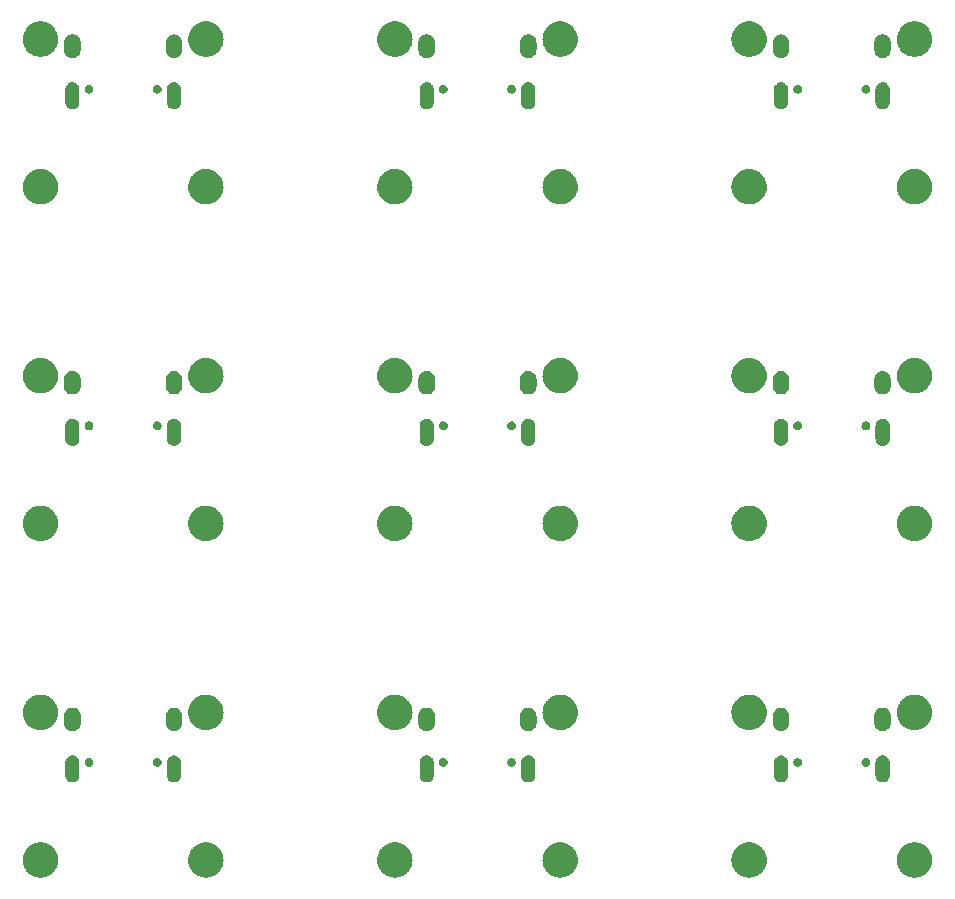
<source format=gbs>
G04 #@! TF.GenerationSoftware,KiCad,Pcbnew,8.99.0-2193-g88272a59b7*
G04 #@! TF.CreationDate,2024-09-22T17:17:21+07:00*
G04 #@! TF.ProjectId,Unified-Daughterboard,556e6966-6965-4642-9d44-617567687465,C3*
G04 #@! TF.SameCoordinates,Original*
G04 #@! TF.FileFunction,Soldermask,Bot*
G04 #@! TF.FilePolarity,Negative*
%FSLAX46Y46*%
G04 Gerber Fmt 4.6, Leading zero omitted, Abs format (unit mm)*
G04 Created by KiCad (PCBNEW 8.99.0-2193-g88272a59b7) date 2024-09-22 17:17:21*
%MOMM*%
%LPD*%
G01*
G04 APERTURE LIST*
G04 APERTURE END LIST*
G36*
X27667568Y-89321187D02*
G01*
X27731282Y-89321187D01*
X27788160Y-89330678D01*
X27842081Y-89334922D01*
X27907017Y-89350511D01*
X27975804Y-89361990D01*
X28024587Y-89378737D01*
X28071042Y-89389890D01*
X28138663Y-89417899D01*
X28210275Y-89442484D01*
X28250273Y-89464130D01*
X28288594Y-89480003D01*
X28356519Y-89521627D01*
X28428299Y-89560473D01*
X28459359Y-89584647D01*
X28489369Y-89603038D01*
X28554945Y-89659045D01*
X28623930Y-89712738D01*
X28646433Y-89737183D01*
X28668424Y-89755965D01*
X28728816Y-89826675D01*
X28791830Y-89895127D01*
X28806640Y-89917796D01*
X28821351Y-89935020D01*
X28873626Y-90020325D01*
X28927420Y-90102663D01*
X28935825Y-90121825D01*
X28944386Y-90135795D01*
X28985637Y-90235384D01*
X29027002Y-90329686D01*
X29030625Y-90343996D01*
X29034499Y-90353347D01*
X29061969Y-90467772D01*
X29087858Y-90570004D01*
X29088566Y-90578558D01*
X29089467Y-90582308D01*
X29100620Y-90724019D01*
X29108330Y-90817060D01*
X29100619Y-90910108D01*
X29089467Y-91051811D01*
X29088566Y-91055559D01*
X29087858Y-91064116D01*
X29061965Y-91166366D01*
X29034499Y-91280772D01*
X29030626Y-91290121D01*
X29027002Y-91304434D01*
X28985629Y-91398752D01*
X28944386Y-91498324D01*
X28935827Y-91512290D01*
X28927420Y-91531457D01*
X28873616Y-91613809D01*
X28821351Y-91699099D01*
X28806643Y-91716319D01*
X28791830Y-91738993D01*
X28728804Y-91807457D01*
X28668424Y-91878154D01*
X28646437Y-91896932D01*
X28623930Y-91921382D01*
X28554932Y-91975084D01*
X28489369Y-92031081D01*
X28459365Y-92049467D01*
X28428299Y-92073647D01*
X28356505Y-92112499D01*
X28288594Y-92154116D01*
X28250281Y-92169985D01*
X28210275Y-92191636D01*
X28138649Y-92216225D01*
X28071042Y-92244229D01*
X28024597Y-92255379D01*
X27975804Y-92272130D01*
X27907004Y-92283610D01*
X27842081Y-92299197D01*
X27788171Y-92303439D01*
X27731282Y-92312933D01*
X27667555Y-92312933D01*
X27607330Y-92317673D01*
X27547105Y-92312933D01*
X27483378Y-92312933D01*
X27426489Y-92303440D01*
X27372578Y-92299197D01*
X27307652Y-92283609D01*
X27238856Y-92272130D01*
X27190065Y-92255380D01*
X27143617Y-92244229D01*
X27076004Y-92216223D01*
X27004385Y-92191636D01*
X26964382Y-92169987D01*
X26926065Y-92154116D01*
X26858145Y-92112495D01*
X26786361Y-92073647D01*
X26755298Y-92049470D01*
X26725290Y-92031081D01*
X26659716Y-91975076D01*
X26590730Y-91921382D01*
X26568226Y-91896936D01*
X26546235Y-91878154D01*
X26485841Y-91807442D01*
X26422830Y-91738993D01*
X26408019Y-91716324D01*
X26393308Y-91699099D01*
X26341027Y-91613784D01*
X26287240Y-91531457D01*
X26278835Y-91512296D01*
X26270273Y-91498324D01*
X26229012Y-91398711D01*
X26187658Y-91304434D01*
X26184035Y-91290127D01*
X26180160Y-91280772D01*
X26152675Y-91166290D01*
X26126802Y-91064116D01*
X26126093Y-91055566D01*
X26125192Y-91051811D01*
X26114020Y-90909867D01*
X26106330Y-90817060D01*
X26114019Y-90724259D01*
X26125192Y-90582308D01*
X26126093Y-90578552D01*
X26126802Y-90570004D01*
X26152671Y-90467848D01*
X26180160Y-90353347D01*
X26184035Y-90343990D01*
X26187658Y-90329686D01*
X26229004Y-90235425D01*
X26270273Y-90135795D01*
X26278837Y-90121819D01*
X26287240Y-90102663D01*
X26341017Y-90020350D01*
X26393308Y-89935020D01*
X26408022Y-89917791D01*
X26422830Y-89895127D01*
X26485829Y-89826690D01*
X26546235Y-89755965D01*
X26568230Y-89737179D01*
X26590730Y-89712738D01*
X26659703Y-89659054D01*
X26725290Y-89603038D01*
X26755304Y-89584645D01*
X26786361Y-89560473D01*
X26858131Y-89521632D01*
X26926065Y-89480003D01*
X26964390Y-89464128D01*
X27004385Y-89442484D01*
X27075990Y-89417901D01*
X27143617Y-89389890D01*
X27190074Y-89378736D01*
X27238856Y-89361990D01*
X27307638Y-89350512D01*
X27372578Y-89334922D01*
X27426500Y-89330678D01*
X27483378Y-89321187D01*
X27547092Y-89321187D01*
X27607330Y-89316446D01*
X27667568Y-89321187D01*
G37*
G36*
X41667568Y-89321187D02*
G01*
X41731282Y-89321187D01*
X41788160Y-89330678D01*
X41842081Y-89334922D01*
X41907017Y-89350511D01*
X41975804Y-89361990D01*
X42024587Y-89378737D01*
X42071042Y-89389890D01*
X42138663Y-89417899D01*
X42210275Y-89442484D01*
X42250273Y-89464130D01*
X42288594Y-89480003D01*
X42356519Y-89521627D01*
X42428299Y-89560473D01*
X42459359Y-89584647D01*
X42489369Y-89603038D01*
X42554945Y-89659045D01*
X42623930Y-89712738D01*
X42646433Y-89737183D01*
X42668424Y-89755965D01*
X42728816Y-89826675D01*
X42791830Y-89895127D01*
X42806640Y-89917796D01*
X42821351Y-89935020D01*
X42873626Y-90020325D01*
X42927420Y-90102663D01*
X42935825Y-90121825D01*
X42944386Y-90135795D01*
X42985637Y-90235384D01*
X43027002Y-90329686D01*
X43030625Y-90343996D01*
X43034499Y-90353347D01*
X43061969Y-90467772D01*
X43087858Y-90570004D01*
X43088566Y-90578558D01*
X43089467Y-90582308D01*
X43100620Y-90724019D01*
X43108330Y-90817060D01*
X43100619Y-90910108D01*
X43089467Y-91051811D01*
X43088566Y-91055559D01*
X43087858Y-91064116D01*
X43061965Y-91166366D01*
X43034499Y-91280772D01*
X43030626Y-91290121D01*
X43027002Y-91304434D01*
X42985629Y-91398752D01*
X42944386Y-91498324D01*
X42935827Y-91512290D01*
X42927420Y-91531457D01*
X42873616Y-91613809D01*
X42821351Y-91699099D01*
X42806643Y-91716319D01*
X42791830Y-91738993D01*
X42728804Y-91807457D01*
X42668424Y-91878154D01*
X42646437Y-91896932D01*
X42623930Y-91921382D01*
X42554932Y-91975084D01*
X42489369Y-92031081D01*
X42459365Y-92049467D01*
X42428299Y-92073647D01*
X42356505Y-92112499D01*
X42288594Y-92154116D01*
X42250281Y-92169985D01*
X42210275Y-92191636D01*
X42138649Y-92216225D01*
X42071042Y-92244229D01*
X42024597Y-92255379D01*
X41975804Y-92272130D01*
X41907004Y-92283610D01*
X41842081Y-92299197D01*
X41788171Y-92303439D01*
X41731282Y-92312933D01*
X41667555Y-92312933D01*
X41607330Y-92317673D01*
X41547105Y-92312933D01*
X41483378Y-92312933D01*
X41426489Y-92303440D01*
X41372578Y-92299197D01*
X41307652Y-92283609D01*
X41238856Y-92272130D01*
X41190065Y-92255380D01*
X41143617Y-92244229D01*
X41076004Y-92216223D01*
X41004385Y-92191636D01*
X40964382Y-92169987D01*
X40926065Y-92154116D01*
X40858145Y-92112495D01*
X40786361Y-92073647D01*
X40755298Y-92049470D01*
X40725290Y-92031081D01*
X40659716Y-91975076D01*
X40590730Y-91921382D01*
X40568226Y-91896936D01*
X40546235Y-91878154D01*
X40485841Y-91807442D01*
X40422830Y-91738993D01*
X40408019Y-91716324D01*
X40393308Y-91699099D01*
X40341027Y-91613784D01*
X40287240Y-91531457D01*
X40278835Y-91512296D01*
X40270273Y-91498324D01*
X40229012Y-91398711D01*
X40187658Y-91304434D01*
X40184035Y-91290127D01*
X40180160Y-91280772D01*
X40152675Y-91166290D01*
X40126802Y-91064116D01*
X40126093Y-91055566D01*
X40125192Y-91051811D01*
X40114020Y-90909867D01*
X40106330Y-90817060D01*
X40114019Y-90724259D01*
X40125192Y-90582308D01*
X40126093Y-90578552D01*
X40126802Y-90570004D01*
X40152671Y-90467848D01*
X40180160Y-90353347D01*
X40184035Y-90343990D01*
X40187658Y-90329686D01*
X40229004Y-90235425D01*
X40270273Y-90135795D01*
X40278837Y-90121819D01*
X40287240Y-90102663D01*
X40341017Y-90020350D01*
X40393308Y-89935020D01*
X40408022Y-89917791D01*
X40422830Y-89895127D01*
X40485829Y-89826690D01*
X40546235Y-89755965D01*
X40568230Y-89737179D01*
X40590730Y-89712738D01*
X40659703Y-89659054D01*
X40725290Y-89603038D01*
X40755304Y-89584645D01*
X40786361Y-89560473D01*
X40858131Y-89521632D01*
X40926065Y-89480003D01*
X40964390Y-89464128D01*
X41004385Y-89442484D01*
X41075990Y-89417901D01*
X41143617Y-89389890D01*
X41190074Y-89378736D01*
X41238856Y-89361990D01*
X41307638Y-89350512D01*
X41372578Y-89334922D01*
X41426500Y-89330678D01*
X41483378Y-89321187D01*
X41547092Y-89321187D01*
X41607330Y-89316446D01*
X41667568Y-89321187D01*
G37*
G36*
X57667598Y-89321187D02*
G01*
X57731312Y-89321187D01*
X57788190Y-89330678D01*
X57842111Y-89334922D01*
X57907047Y-89350511D01*
X57975834Y-89361990D01*
X58024617Y-89378737D01*
X58071072Y-89389890D01*
X58138693Y-89417899D01*
X58210305Y-89442484D01*
X58250303Y-89464130D01*
X58288624Y-89480003D01*
X58356549Y-89521627D01*
X58428329Y-89560473D01*
X58459389Y-89584647D01*
X58489399Y-89603038D01*
X58554975Y-89659045D01*
X58623960Y-89712738D01*
X58646463Y-89737183D01*
X58668454Y-89755965D01*
X58728846Y-89826675D01*
X58791860Y-89895127D01*
X58806670Y-89917796D01*
X58821381Y-89935020D01*
X58873656Y-90020325D01*
X58927450Y-90102663D01*
X58935855Y-90121825D01*
X58944416Y-90135795D01*
X58985667Y-90235384D01*
X59027032Y-90329686D01*
X59030655Y-90343996D01*
X59034529Y-90353347D01*
X59061999Y-90467772D01*
X59087888Y-90570004D01*
X59088596Y-90578558D01*
X59089497Y-90582308D01*
X59100650Y-90724019D01*
X59108360Y-90817060D01*
X59100649Y-90910108D01*
X59089497Y-91051811D01*
X59088596Y-91055559D01*
X59087888Y-91064116D01*
X59061995Y-91166366D01*
X59034529Y-91280772D01*
X59030656Y-91290121D01*
X59027032Y-91304434D01*
X58985659Y-91398752D01*
X58944416Y-91498324D01*
X58935857Y-91512290D01*
X58927450Y-91531457D01*
X58873646Y-91613809D01*
X58821381Y-91699099D01*
X58806673Y-91716319D01*
X58791860Y-91738993D01*
X58728834Y-91807457D01*
X58668454Y-91878154D01*
X58646467Y-91896932D01*
X58623960Y-91921382D01*
X58554962Y-91975084D01*
X58489399Y-92031081D01*
X58459395Y-92049467D01*
X58428329Y-92073647D01*
X58356535Y-92112499D01*
X58288624Y-92154116D01*
X58250311Y-92169985D01*
X58210305Y-92191636D01*
X58138679Y-92216225D01*
X58071072Y-92244229D01*
X58024627Y-92255379D01*
X57975834Y-92272130D01*
X57907034Y-92283610D01*
X57842111Y-92299197D01*
X57788201Y-92303439D01*
X57731312Y-92312933D01*
X57667585Y-92312933D01*
X57607360Y-92317673D01*
X57547135Y-92312933D01*
X57483408Y-92312933D01*
X57426519Y-92303440D01*
X57372608Y-92299197D01*
X57307682Y-92283609D01*
X57238886Y-92272130D01*
X57190095Y-92255380D01*
X57143647Y-92244229D01*
X57076034Y-92216223D01*
X57004415Y-92191636D01*
X56964412Y-92169987D01*
X56926095Y-92154116D01*
X56858175Y-92112495D01*
X56786391Y-92073647D01*
X56755328Y-92049470D01*
X56725320Y-92031081D01*
X56659746Y-91975076D01*
X56590760Y-91921382D01*
X56568256Y-91896936D01*
X56546265Y-91878154D01*
X56485871Y-91807442D01*
X56422860Y-91738993D01*
X56408049Y-91716324D01*
X56393338Y-91699099D01*
X56341057Y-91613784D01*
X56287270Y-91531457D01*
X56278865Y-91512296D01*
X56270303Y-91498324D01*
X56229042Y-91398711D01*
X56187688Y-91304434D01*
X56184065Y-91290127D01*
X56180190Y-91280772D01*
X56152705Y-91166290D01*
X56126832Y-91064116D01*
X56126123Y-91055566D01*
X56125222Y-91051811D01*
X56114050Y-90909867D01*
X56106360Y-90817060D01*
X56114049Y-90724259D01*
X56125222Y-90582308D01*
X56126123Y-90578552D01*
X56126832Y-90570004D01*
X56152701Y-90467848D01*
X56180190Y-90353347D01*
X56184065Y-90343990D01*
X56187688Y-90329686D01*
X56229034Y-90235425D01*
X56270303Y-90135795D01*
X56278867Y-90121819D01*
X56287270Y-90102663D01*
X56341047Y-90020350D01*
X56393338Y-89935020D01*
X56408052Y-89917791D01*
X56422860Y-89895127D01*
X56485859Y-89826690D01*
X56546265Y-89755965D01*
X56568260Y-89737179D01*
X56590760Y-89712738D01*
X56659733Y-89659054D01*
X56725320Y-89603038D01*
X56755334Y-89584645D01*
X56786391Y-89560473D01*
X56858161Y-89521632D01*
X56926095Y-89480003D01*
X56964420Y-89464128D01*
X57004415Y-89442484D01*
X57076020Y-89417901D01*
X57143647Y-89389890D01*
X57190104Y-89378736D01*
X57238886Y-89361990D01*
X57307668Y-89350512D01*
X57372608Y-89334922D01*
X57426530Y-89330678D01*
X57483408Y-89321187D01*
X57547122Y-89321187D01*
X57607360Y-89316446D01*
X57667598Y-89321187D01*
G37*
G36*
X71667598Y-89321187D02*
G01*
X71731312Y-89321187D01*
X71788190Y-89330678D01*
X71842111Y-89334922D01*
X71907047Y-89350511D01*
X71975834Y-89361990D01*
X72024617Y-89378737D01*
X72071072Y-89389890D01*
X72138693Y-89417899D01*
X72210305Y-89442484D01*
X72250303Y-89464130D01*
X72288624Y-89480003D01*
X72356549Y-89521627D01*
X72428329Y-89560473D01*
X72459389Y-89584647D01*
X72489399Y-89603038D01*
X72554975Y-89659045D01*
X72623960Y-89712738D01*
X72646463Y-89737183D01*
X72668454Y-89755965D01*
X72728846Y-89826675D01*
X72791860Y-89895127D01*
X72806670Y-89917796D01*
X72821381Y-89935020D01*
X72873656Y-90020325D01*
X72927450Y-90102663D01*
X72935855Y-90121825D01*
X72944416Y-90135795D01*
X72985667Y-90235384D01*
X73027032Y-90329686D01*
X73030655Y-90343996D01*
X73034529Y-90353347D01*
X73061999Y-90467772D01*
X73087888Y-90570004D01*
X73088596Y-90578558D01*
X73089497Y-90582308D01*
X73100650Y-90724019D01*
X73108360Y-90817060D01*
X73100649Y-90910108D01*
X73089497Y-91051811D01*
X73088596Y-91055559D01*
X73087888Y-91064116D01*
X73061995Y-91166366D01*
X73034529Y-91280772D01*
X73030656Y-91290121D01*
X73027032Y-91304434D01*
X72985659Y-91398752D01*
X72944416Y-91498324D01*
X72935857Y-91512290D01*
X72927450Y-91531457D01*
X72873646Y-91613809D01*
X72821381Y-91699099D01*
X72806673Y-91716319D01*
X72791860Y-91738993D01*
X72728834Y-91807457D01*
X72668454Y-91878154D01*
X72646467Y-91896932D01*
X72623960Y-91921382D01*
X72554962Y-91975084D01*
X72489399Y-92031081D01*
X72459395Y-92049467D01*
X72428329Y-92073647D01*
X72356535Y-92112499D01*
X72288624Y-92154116D01*
X72250311Y-92169985D01*
X72210305Y-92191636D01*
X72138679Y-92216225D01*
X72071072Y-92244229D01*
X72024627Y-92255379D01*
X71975834Y-92272130D01*
X71907034Y-92283610D01*
X71842111Y-92299197D01*
X71788201Y-92303439D01*
X71731312Y-92312933D01*
X71667585Y-92312933D01*
X71607360Y-92317673D01*
X71547135Y-92312933D01*
X71483408Y-92312933D01*
X71426519Y-92303440D01*
X71372608Y-92299197D01*
X71307682Y-92283609D01*
X71238886Y-92272130D01*
X71190095Y-92255380D01*
X71143647Y-92244229D01*
X71076034Y-92216223D01*
X71004415Y-92191636D01*
X70964412Y-92169987D01*
X70926095Y-92154116D01*
X70858175Y-92112495D01*
X70786391Y-92073647D01*
X70755328Y-92049470D01*
X70725320Y-92031081D01*
X70659746Y-91975076D01*
X70590760Y-91921382D01*
X70568256Y-91896936D01*
X70546265Y-91878154D01*
X70485871Y-91807442D01*
X70422860Y-91738993D01*
X70408049Y-91716324D01*
X70393338Y-91699099D01*
X70341057Y-91613784D01*
X70287270Y-91531457D01*
X70278865Y-91512296D01*
X70270303Y-91498324D01*
X70229042Y-91398711D01*
X70187688Y-91304434D01*
X70184065Y-91290127D01*
X70180190Y-91280772D01*
X70152705Y-91166290D01*
X70126832Y-91064116D01*
X70126123Y-91055566D01*
X70125222Y-91051811D01*
X70114050Y-90909867D01*
X70106360Y-90817060D01*
X70114049Y-90724259D01*
X70125222Y-90582308D01*
X70126123Y-90578552D01*
X70126832Y-90570004D01*
X70152701Y-90467848D01*
X70180190Y-90353347D01*
X70184065Y-90343990D01*
X70187688Y-90329686D01*
X70229034Y-90235425D01*
X70270303Y-90135795D01*
X70278867Y-90121819D01*
X70287270Y-90102663D01*
X70341047Y-90020350D01*
X70393338Y-89935020D01*
X70408052Y-89917791D01*
X70422860Y-89895127D01*
X70485859Y-89826690D01*
X70546265Y-89755965D01*
X70568260Y-89737179D01*
X70590760Y-89712738D01*
X70659733Y-89659054D01*
X70725320Y-89603038D01*
X70755334Y-89584645D01*
X70786391Y-89560473D01*
X70858161Y-89521632D01*
X70926095Y-89480003D01*
X70964420Y-89464128D01*
X71004415Y-89442484D01*
X71076020Y-89417901D01*
X71143647Y-89389890D01*
X71190104Y-89378736D01*
X71238886Y-89361990D01*
X71307668Y-89350512D01*
X71372608Y-89334922D01*
X71426530Y-89330678D01*
X71483408Y-89321187D01*
X71547122Y-89321187D01*
X71607360Y-89316446D01*
X71667598Y-89321187D01*
G37*
G36*
X87667628Y-89321187D02*
G01*
X87731342Y-89321187D01*
X87788220Y-89330678D01*
X87842141Y-89334922D01*
X87907077Y-89350511D01*
X87975864Y-89361990D01*
X88024647Y-89378737D01*
X88071102Y-89389890D01*
X88138723Y-89417899D01*
X88210335Y-89442484D01*
X88250333Y-89464130D01*
X88288654Y-89480003D01*
X88356579Y-89521627D01*
X88428359Y-89560473D01*
X88459419Y-89584647D01*
X88489429Y-89603038D01*
X88555005Y-89659045D01*
X88623990Y-89712738D01*
X88646493Y-89737183D01*
X88668484Y-89755965D01*
X88728876Y-89826675D01*
X88791890Y-89895127D01*
X88806700Y-89917796D01*
X88821411Y-89935020D01*
X88873686Y-90020325D01*
X88927480Y-90102663D01*
X88935885Y-90121825D01*
X88944446Y-90135795D01*
X88985697Y-90235384D01*
X89027062Y-90329686D01*
X89030685Y-90343996D01*
X89034559Y-90353347D01*
X89062029Y-90467772D01*
X89087918Y-90570004D01*
X89088626Y-90578558D01*
X89089527Y-90582308D01*
X89100680Y-90724019D01*
X89108390Y-90817060D01*
X89100679Y-90910108D01*
X89089527Y-91051811D01*
X89088626Y-91055559D01*
X89087918Y-91064116D01*
X89062025Y-91166366D01*
X89034559Y-91280772D01*
X89030686Y-91290121D01*
X89027062Y-91304434D01*
X88985689Y-91398752D01*
X88944446Y-91498324D01*
X88935887Y-91512290D01*
X88927480Y-91531457D01*
X88873676Y-91613809D01*
X88821411Y-91699099D01*
X88806703Y-91716319D01*
X88791890Y-91738993D01*
X88728864Y-91807457D01*
X88668484Y-91878154D01*
X88646497Y-91896932D01*
X88623990Y-91921382D01*
X88554992Y-91975084D01*
X88489429Y-92031081D01*
X88459425Y-92049467D01*
X88428359Y-92073647D01*
X88356565Y-92112499D01*
X88288654Y-92154116D01*
X88250341Y-92169985D01*
X88210335Y-92191636D01*
X88138709Y-92216225D01*
X88071102Y-92244229D01*
X88024657Y-92255379D01*
X87975864Y-92272130D01*
X87907064Y-92283610D01*
X87842141Y-92299197D01*
X87788231Y-92303439D01*
X87731342Y-92312933D01*
X87667615Y-92312933D01*
X87607390Y-92317673D01*
X87547165Y-92312933D01*
X87483438Y-92312933D01*
X87426549Y-92303440D01*
X87372638Y-92299197D01*
X87307712Y-92283609D01*
X87238916Y-92272130D01*
X87190125Y-92255380D01*
X87143677Y-92244229D01*
X87076064Y-92216223D01*
X87004445Y-92191636D01*
X86964442Y-92169987D01*
X86926125Y-92154116D01*
X86858205Y-92112495D01*
X86786421Y-92073647D01*
X86755358Y-92049470D01*
X86725350Y-92031081D01*
X86659776Y-91975076D01*
X86590790Y-91921382D01*
X86568286Y-91896936D01*
X86546295Y-91878154D01*
X86485901Y-91807442D01*
X86422890Y-91738993D01*
X86408079Y-91716324D01*
X86393368Y-91699099D01*
X86341087Y-91613784D01*
X86287300Y-91531457D01*
X86278895Y-91512296D01*
X86270333Y-91498324D01*
X86229072Y-91398711D01*
X86187718Y-91304434D01*
X86184095Y-91290127D01*
X86180220Y-91280772D01*
X86152735Y-91166290D01*
X86126862Y-91064116D01*
X86126153Y-91055566D01*
X86125252Y-91051811D01*
X86114080Y-90909867D01*
X86106390Y-90817060D01*
X86114079Y-90724259D01*
X86125252Y-90582308D01*
X86126153Y-90578552D01*
X86126862Y-90570004D01*
X86152731Y-90467848D01*
X86180220Y-90353347D01*
X86184095Y-90343990D01*
X86187718Y-90329686D01*
X86229064Y-90235425D01*
X86270333Y-90135795D01*
X86278897Y-90121819D01*
X86287300Y-90102663D01*
X86341077Y-90020350D01*
X86393368Y-89935020D01*
X86408082Y-89917791D01*
X86422890Y-89895127D01*
X86485889Y-89826690D01*
X86546295Y-89755965D01*
X86568290Y-89737179D01*
X86590790Y-89712738D01*
X86659763Y-89659054D01*
X86725350Y-89603038D01*
X86755364Y-89584645D01*
X86786421Y-89560473D01*
X86858191Y-89521632D01*
X86926125Y-89480003D01*
X86964450Y-89464128D01*
X87004445Y-89442484D01*
X87076050Y-89417901D01*
X87143677Y-89389890D01*
X87190134Y-89378736D01*
X87238916Y-89361990D01*
X87307698Y-89350512D01*
X87372638Y-89334922D01*
X87426560Y-89330678D01*
X87483438Y-89321187D01*
X87547152Y-89321187D01*
X87607390Y-89316446D01*
X87667628Y-89321187D01*
G37*
G36*
X101667628Y-89321187D02*
G01*
X101731342Y-89321187D01*
X101788220Y-89330678D01*
X101842141Y-89334922D01*
X101907077Y-89350511D01*
X101975864Y-89361990D01*
X102024647Y-89378737D01*
X102071102Y-89389890D01*
X102138723Y-89417899D01*
X102210335Y-89442484D01*
X102250333Y-89464130D01*
X102288654Y-89480003D01*
X102356579Y-89521627D01*
X102428359Y-89560473D01*
X102459419Y-89584647D01*
X102489429Y-89603038D01*
X102555005Y-89659045D01*
X102623990Y-89712738D01*
X102646493Y-89737183D01*
X102668484Y-89755965D01*
X102728876Y-89826675D01*
X102791890Y-89895127D01*
X102806700Y-89917796D01*
X102821411Y-89935020D01*
X102873686Y-90020325D01*
X102927480Y-90102663D01*
X102935885Y-90121825D01*
X102944446Y-90135795D01*
X102985697Y-90235384D01*
X103027062Y-90329686D01*
X103030685Y-90343996D01*
X103034559Y-90353347D01*
X103062029Y-90467772D01*
X103087918Y-90570004D01*
X103088626Y-90578558D01*
X103089527Y-90582308D01*
X103100680Y-90724019D01*
X103108390Y-90817060D01*
X103100679Y-90910108D01*
X103089527Y-91051811D01*
X103088626Y-91055559D01*
X103087918Y-91064116D01*
X103062025Y-91166366D01*
X103034559Y-91280772D01*
X103030686Y-91290121D01*
X103027062Y-91304434D01*
X102985689Y-91398752D01*
X102944446Y-91498324D01*
X102935887Y-91512290D01*
X102927480Y-91531457D01*
X102873676Y-91613809D01*
X102821411Y-91699099D01*
X102806703Y-91716319D01*
X102791890Y-91738993D01*
X102728864Y-91807457D01*
X102668484Y-91878154D01*
X102646497Y-91896932D01*
X102623990Y-91921382D01*
X102554992Y-91975084D01*
X102489429Y-92031081D01*
X102459425Y-92049467D01*
X102428359Y-92073647D01*
X102356565Y-92112499D01*
X102288654Y-92154116D01*
X102250341Y-92169985D01*
X102210335Y-92191636D01*
X102138709Y-92216225D01*
X102071102Y-92244229D01*
X102024657Y-92255379D01*
X101975864Y-92272130D01*
X101907064Y-92283610D01*
X101842141Y-92299197D01*
X101788231Y-92303439D01*
X101731342Y-92312933D01*
X101667615Y-92312933D01*
X101607390Y-92317673D01*
X101547165Y-92312933D01*
X101483438Y-92312933D01*
X101426549Y-92303440D01*
X101372638Y-92299197D01*
X101307712Y-92283609D01*
X101238916Y-92272130D01*
X101190125Y-92255380D01*
X101143677Y-92244229D01*
X101076064Y-92216223D01*
X101004445Y-92191636D01*
X100964442Y-92169987D01*
X100926125Y-92154116D01*
X100858205Y-92112495D01*
X100786421Y-92073647D01*
X100755358Y-92049470D01*
X100725350Y-92031081D01*
X100659776Y-91975076D01*
X100590790Y-91921382D01*
X100568286Y-91896936D01*
X100546295Y-91878154D01*
X100485901Y-91807442D01*
X100422890Y-91738993D01*
X100408079Y-91716324D01*
X100393368Y-91699099D01*
X100341087Y-91613784D01*
X100287300Y-91531457D01*
X100278895Y-91512296D01*
X100270333Y-91498324D01*
X100229072Y-91398711D01*
X100187718Y-91304434D01*
X100184095Y-91290127D01*
X100180220Y-91280772D01*
X100152735Y-91166290D01*
X100126862Y-91064116D01*
X100126153Y-91055566D01*
X100125252Y-91051811D01*
X100114080Y-90909867D01*
X100106390Y-90817060D01*
X100114079Y-90724259D01*
X100125252Y-90582308D01*
X100126153Y-90578552D01*
X100126862Y-90570004D01*
X100152731Y-90467848D01*
X100180220Y-90353347D01*
X100184095Y-90343990D01*
X100187718Y-90329686D01*
X100229064Y-90235425D01*
X100270333Y-90135795D01*
X100278897Y-90121819D01*
X100287300Y-90102663D01*
X100341077Y-90020350D01*
X100393368Y-89935020D01*
X100408082Y-89917791D01*
X100422890Y-89895127D01*
X100485889Y-89826690D01*
X100546295Y-89755965D01*
X100568290Y-89737179D01*
X100590790Y-89712738D01*
X100659763Y-89659054D01*
X100725350Y-89603038D01*
X100755364Y-89584645D01*
X100786421Y-89560473D01*
X100858191Y-89521632D01*
X100926125Y-89480003D01*
X100964450Y-89464128D01*
X101004445Y-89442484D01*
X101076050Y-89417901D01*
X101143677Y-89389890D01*
X101190134Y-89378736D01*
X101238916Y-89361990D01*
X101307698Y-89350512D01*
X101372638Y-89334922D01*
X101426560Y-89330678D01*
X101483438Y-89321187D01*
X101547152Y-89321187D01*
X101607390Y-89316446D01*
X101667628Y-89321187D01*
G37*
G36*
X30372455Y-81971202D02*
G01*
X30383776Y-81971202D01*
X30416395Y-81979942D01*
X30479614Y-81992517D01*
X30509450Y-82004875D01*
X30535323Y-82011808D01*
X30558519Y-82025200D01*
X30588353Y-82037558D01*
X30641944Y-82073366D01*
X30671196Y-82090255D01*
X30679202Y-82098261D01*
X30686215Y-82102947D01*
X30769442Y-82186174D01*
X30774127Y-82193186D01*
X30782135Y-82201194D01*
X30799025Y-82230449D01*
X30834831Y-82284036D01*
X30847187Y-82313867D01*
X30860582Y-82337067D01*
X30867515Y-82362943D01*
X30879872Y-82392775D01*
X30892445Y-82455984D01*
X30901188Y-82488614D01*
X30902295Y-82505503D01*
X30903437Y-82511244D01*
X30905729Y-82557897D01*
X30906330Y-82567060D01*
X30906330Y-83667060D01*
X30905729Y-83676225D01*
X30903437Y-83722875D01*
X30902295Y-83728615D01*
X30901188Y-83745506D01*
X30892444Y-83778137D01*
X30879872Y-83841344D01*
X30867516Y-83871173D01*
X30860582Y-83897053D01*
X30847185Y-83920255D01*
X30834831Y-83950083D01*
X30799030Y-84003663D01*
X30782135Y-84032926D01*
X30774125Y-84040935D01*
X30769442Y-84047945D01*
X30686215Y-84131172D01*
X30679205Y-84135855D01*
X30671196Y-84143865D01*
X30641933Y-84160760D01*
X30588353Y-84196561D01*
X30558525Y-84208915D01*
X30535323Y-84222312D01*
X30509443Y-84229246D01*
X30479614Y-84241602D01*
X30416402Y-84254175D01*
X30383776Y-84262918D01*
X30372455Y-84262918D01*
X30364180Y-84264564D01*
X30246480Y-84264564D01*
X30238205Y-84262918D01*
X30226884Y-84262918D01*
X30194258Y-84254176D01*
X30131045Y-84241602D01*
X30101213Y-84229245D01*
X30075337Y-84222312D01*
X30052137Y-84208917D01*
X30022306Y-84196561D01*
X29968719Y-84160755D01*
X29939464Y-84143865D01*
X29931456Y-84135857D01*
X29924444Y-84131172D01*
X29841217Y-84047945D01*
X29836531Y-84040932D01*
X29828525Y-84032926D01*
X29811636Y-84003674D01*
X29775828Y-83950083D01*
X29763470Y-83920249D01*
X29750078Y-83897053D01*
X29743145Y-83871180D01*
X29730787Y-83841344D01*
X29718211Y-83778123D01*
X29709472Y-83745506D01*
X29708365Y-83728622D01*
X29707222Y-83722875D01*
X29704929Y-83676212D01*
X29704330Y-83667060D01*
X29704330Y-82567060D01*
X29704929Y-82557910D01*
X29707222Y-82511244D01*
X29708365Y-82505495D01*
X29709472Y-82488614D01*
X29718210Y-82455999D01*
X29730787Y-82392775D01*
X29743146Y-82362936D01*
X29750078Y-82337067D01*
X29763469Y-82313873D01*
X29775828Y-82284036D01*
X29811640Y-82230438D01*
X29828525Y-82201194D01*
X29836529Y-82193189D01*
X29841217Y-82186174D01*
X29924444Y-82102947D01*
X29931459Y-82098259D01*
X29939464Y-82090255D01*
X29968708Y-82073370D01*
X30022306Y-82037558D01*
X30052143Y-82025199D01*
X30075337Y-82011808D01*
X30101206Y-82004876D01*
X30131045Y-81992517D01*
X30194265Y-81979941D01*
X30226884Y-81971202D01*
X30238205Y-81971202D01*
X30246480Y-81969556D01*
X30364180Y-81969556D01*
X30372455Y-81971202D01*
G37*
G36*
X38972455Y-81971202D02*
G01*
X38983776Y-81971202D01*
X39016395Y-81979942D01*
X39079614Y-81992517D01*
X39109450Y-82004875D01*
X39135323Y-82011808D01*
X39158519Y-82025200D01*
X39188353Y-82037558D01*
X39241944Y-82073366D01*
X39271196Y-82090255D01*
X39279202Y-82098261D01*
X39286215Y-82102947D01*
X39369442Y-82186174D01*
X39374127Y-82193186D01*
X39382135Y-82201194D01*
X39399025Y-82230449D01*
X39434831Y-82284036D01*
X39447187Y-82313867D01*
X39460582Y-82337067D01*
X39467515Y-82362943D01*
X39479872Y-82392775D01*
X39492445Y-82455984D01*
X39501188Y-82488614D01*
X39502295Y-82505503D01*
X39503437Y-82511244D01*
X39505729Y-82557897D01*
X39506330Y-82567060D01*
X39506330Y-83667060D01*
X39505729Y-83676225D01*
X39503437Y-83722875D01*
X39502295Y-83728615D01*
X39501188Y-83745506D01*
X39492444Y-83778137D01*
X39479872Y-83841344D01*
X39467516Y-83871173D01*
X39460582Y-83897053D01*
X39447185Y-83920255D01*
X39434831Y-83950083D01*
X39399030Y-84003663D01*
X39382135Y-84032926D01*
X39374125Y-84040935D01*
X39369442Y-84047945D01*
X39286215Y-84131172D01*
X39279205Y-84135855D01*
X39271196Y-84143865D01*
X39241933Y-84160760D01*
X39188353Y-84196561D01*
X39158525Y-84208915D01*
X39135323Y-84222312D01*
X39109443Y-84229246D01*
X39079614Y-84241602D01*
X39016402Y-84254175D01*
X38983776Y-84262918D01*
X38972455Y-84262918D01*
X38964180Y-84264564D01*
X38846480Y-84264564D01*
X38838205Y-84262918D01*
X38826884Y-84262918D01*
X38794258Y-84254176D01*
X38731045Y-84241602D01*
X38701213Y-84229245D01*
X38675337Y-84222312D01*
X38652137Y-84208917D01*
X38622306Y-84196561D01*
X38568719Y-84160755D01*
X38539464Y-84143865D01*
X38531456Y-84135857D01*
X38524444Y-84131172D01*
X38441217Y-84047945D01*
X38436531Y-84040932D01*
X38428525Y-84032926D01*
X38411636Y-84003674D01*
X38375828Y-83950083D01*
X38363470Y-83920249D01*
X38350078Y-83897053D01*
X38343145Y-83871180D01*
X38330787Y-83841344D01*
X38318211Y-83778123D01*
X38309472Y-83745506D01*
X38308365Y-83728622D01*
X38307222Y-83722875D01*
X38304929Y-83676212D01*
X38304330Y-83667060D01*
X38304330Y-82567060D01*
X38304929Y-82557910D01*
X38307222Y-82511244D01*
X38308365Y-82505495D01*
X38309472Y-82488614D01*
X38318210Y-82455999D01*
X38330787Y-82392775D01*
X38343146Y-82362936D01*
X38350078Y-82337067D01*
X38363469Y-82313873D01*
X38375828Y-82284036D01*
X38411640Y-82230438D01*
X38428525Y-82201194D01*
X38436529Y-82193189D01*
X38441217Y-82186174D01*
X38524444Y-82102947D01*
X38531459Y-82098259D01*
X38539464Y-82090255D01*
X38568708Y-82073370D01*
X38622306Y-82037558D01*
X38652143Y-82025199D01*
X38675337Y-82011808D01*
X38701206Y-82004876D01*
X38731045Y-81992517D01*
X38794265Y-81979941D01*
X38826884Y-81971202D01*
X38838205Y-81971202D01*
X38846480Y-81969556D01*
X38964180Y-81969556D01*
X38972455Y-81971202D01*
G37*
G36*
X60372485Y-81971202D02*
G01*
X60383806Y-81971202D01*
X60416425Y-81979942D01*
X60479644Y-81992517D01*
X60509480Y-82004875D01*
X60535353Y-82011808D01*
X60558549Y-82025200D01*
X60588383Y-82037558D01*
X60641974Y-82073366D01*
X60671226Y-82090255D01*
X60679232Y-82098261D01*
X60686245Y-82102947D01*
X60769472Y-82186174D01*
X60774157Y-82193186D01*
X60782165Y-82201194D01*
X60799055Y-82230449D01*
X60834861Y-82284036D01*
X60847217Y-82313867D01*
X60860612Y-82337067D01*
X60867545Y-82362943D01*
X60879902Y-82392775D01*
X60892475Y-82455984D01*
X60901218Y-82488614D01*
X60902325Y-82505503D01*
X60903467Y-82511244D01*
X60905759Y-82557897D01*
X60906360Y-82567060D01*
X60906360Y-83667060D01*
X60905759Y-83676225D01*
X60903467Y-83722875D01*
X60902325Y-83728615D01*
X60901218Y-83745506D01*
X60892474Y-83778137D01*
X60879902Y-83841344D01*
X60867546Y-83871173D01*
X60860612Y-83897053D01*
X60847215Y-83920255D01*
X60834861Y-83950083D01*
X60799060Y-84003663D01*
X60782165Y-84032926D01*
X60774155Y-84040935D01*
X60769472Y-84047945D01*
X60686245Y-84131172D01*
X60679235Y-84135855D01*
X60671226Y-84143865D01*
X60641963Y-84160760D01*
X60588383Y-84196561D01*
X60558555Y-84208915D01*
X60535353Y-84222312D01*
X60509473Y-84229246D01*
X60479644Y-84241602D01*
X60416432Y-84254175D01*
X60383806Y-84262918D01*
X60372485Y-84262918D01*
X60364210Y-84264564D01*
X60246510Y-84264564D01*
X60238235Y-84262918D01*
X60226914Y-84262918D01*
X60194288Y-84254176D01*
X60131075Y-84241602D01*
X60101243Y-84229245D01*
X60075367Y-84222312D01*
X60052167Y-84208917D01*
X60022336Y-84196561D01*
X59968749Y-84160755D01*
X59939494Y-84143865D01*
X59931486Y-84135857D01*
X59924474Y-84131172D01*
X59841247Y-84047945D01*
X59836561Y-84040932D01*
X59828555Y-84032926D01*
X59811666Y-84003674D01*
X59775858Y-83950083D01*
X59763500Y-83920249D01*
X59750108Y-83897053D01*
X59743175Y-83871180D01*
X59730817Y-83841344D01*
X59718241Y-83778123D01*
X59709502Y-83745506D01*
X59708395Y-83728622D01*
X59707252Y-83722875D01*
X59704959Y-83676212D01*
X59704360Y-83667060D01*
X59704360Y-82567060D01*
X59704959Y-82557910D01*
X59707252Y-82511244D01*
X59708395Y-82505495D01*
X59709502Y-82488614D01*
X59718240Y-82455999D01*
X59730817Y-82392775D01*
X59743176Y-82362936D01*
X59750108Y-82337067D01*
X59763499Y-82313873D01*
X59775858Y-82284036D01*
X59811670Y-82230438D01*
X59828555Y-82201194D01*
X59836559Y-82193189D01*
X59841247Y-82186174D01*
X59924474Y-82102947D01*
X59931489Y-82098259D01*
X59939494Y-82090255D01*
X59968738Y-82073370D01*
X60022336Y-82037558D01*
X60052173Y-82025199D01*
X60075367Y-82011808D01*
X60101236Y-82004876D01*
X60131075Y-81992517D01*
X60194295Y-81979941D01*
X60226914Y-81971202D01*
X60238235Y-81971202D01*
X60246510Y-81969556D01*
X60364210Y-81969556D01*
X60372485Y-81971202D01*
G37*
G36*
X68972485Y-81971202D02*
G01*
X68983806Y-81971202D01*
X69016425Y-81979942D01*
X69079644Y-81992517D01*
X69109480Y-82004875D01*
X69135353Y-82011808D01*
X69158549Y-82025200D01*
X69188383Y-82037558D01*
X69241974Y-82073366D01*
X69271226Y-82090255D01*
X69279232Y-82098261D01*
X69286245Y-82102947D01*
X69369472Y-82186174D01*
X69374157Y-82193186D01*
X69382165Y-82201194D01*
X69399055Y-82230449D01*
X69434861Y-82284036D01*
X69447217Y-82313867D01*
X69460612Y-82337067D01*
X69467545Y-82362943D01*
X69479902Y-82392775D01*
X69492475Y-82455984D01*
X69501218Y-82488614D01*
X69502325Y-82505503D01*
X69503467Y-82511244D01*
X69505759Y-82557897D01*
X69506360Y-82567060D01*
X69506360Y-83667060D01*
X69505759Y-83676225D01*
X69503467Y-83722875D01*
X69502325Y-83728615D01*
X69501218Y-83745506D01*
X69492474Y-83778137D01*
X69479902Y-83841344D01*
X69467546Y-83871173D01*
X69460612Y-83897053D01*
X69447215Y-83920255D01*
X69434861Y-83950083D01*
X69399060Y-84003663D01*
X69382165Y-84032926D01*
X69374155Y-84040935D01*
X69369472Y-84047945D01*
X69286245Y-84131172D01*
X69279235Y-84135855D01*
X69271226Y-84143865D01*
X69241963Y-84160760D01*
X69188383Y-84196561D01*
X69158555Y-84208915D01*
X69135353Y-84222312D01*
X69109473Y-84229246D01*
X69079644Y-84241602D01*
X69016432Y-84254175D01*
X68983806Y-84262918D01*
X68972485Y-84262918D01*
X68964210Y-84264564D01*
X68846510Y-84264564D01*
X68838235Y-84262918D01*
X68826914Y-84262918D01*
X68794288Y-84254176D01*
X68731075Y-84241602D01*
X68701243Y-84229245D01*
X68675367Y-84222312D01*
X68652167Y-84208917D01*
X68622336Y-84196561D01*
X68568749Y-84160755D01*
X68539494Y-84143865D01*
X68531486Y-84135857D01*
X68524474Y-84131172D01*
X68441247Y-84047945D01*
X68436561Y-84040932D01*
X68428555Y-84032926D01*
X68411666Y-84003674D01*
X68375858Y-83950083D01*
X68363500Y-83920249D01*
X68350108Y-83897053D01*
X68343175Y-83871180D01*
X68330817Y-83841344D01*
X68318241Y-83778123D01*
X68309502Y-83745506D01*
X68308395Y-83728622D01*
X68307252Y-83722875D01*
X68304959Y-83676212D01*
X68304360Y-83667060D01*
X68304360Y-82567060D01*
X68304959Y-82557910D01*
X68307252Y-82511244D01*
X68308395Y-82505495D01*
X68309502Y-82488614D01*
X68318240Y-82455999D01*
X68330817Y-82392775D01*
X68343176Y-82362936D01*
X68350108Y-82337067D01*
X68363499Y-82313873D01*
X68375858Y-82284036D01*
X68411670Y-82230438D01*
X68428555Y-82201194D01*
X68436559Y-82193189D01*
X68441247Y-82186174D01*
X68524474Y-82102947D01*
X68531489Y-82098259D01*
X68539494Y-82090255D01*
X68568738Y-82073370D01*
X68622336Y-82037558D01*
X68652173Y-82025199D01*
X68675367Y-82011808D01*
X68701236Y-82004876D01*
X68731075Y-81992517D01*
X68794295Y-81979941D01*
X68826914Y-81971202D01*
X68838235Y-81971202D01*
X68846510Y-81969556D01*
X68964210Y-81969556D01*
X68972485Y-81971202D01*
G37*
G36*
X90372515Y-81971202D02*
G01*
X90383836Y-81971202D01*
X90416455Y-81979942D01*
X90479674Y-81992517D01*
X90509510Y-82004875D01*
X90535383Y-82011808D01*
X90558579Y-82025200D01*
X90588413Y-82037558D01*
X90642004Y-82073366D01*
X90671256Y-82090255D01*
X90679262Y-82098261D01*
X90686275Y-82102947D01*
X90769502Y-82186174D01*
X90774187Y-82193186D01*
X90782195Y-82201194D01*
X90799085Y-82230449D01*
X90834891Y-82284036D01*
X90847247Y-82313867D01*
X90860642Y-82337067D01*
X90867575Y-82362943D01*
X90879932Y-82392775D01*
X90892505Y-82455984D01*
X90901248Y-82488614D01*
X90902355Y-82505503D01*
X90903497Y-82511244D01*
X90905789Y-82557897D01*
X90906390Y-82567060D01*
X90906390Y-83667060D01*
X90905789Y-83676225D01*
X90903497Y-83722875D01*
X90902355Y-83728615D01*
X90901248Y-83745506D01*
X90892504Y-83778137D01*
X90879932Y-83841344D01*
X90867576Y-83871173D01*
X90860642Y-83897053D01*
X90847245Y-83920255D01*
X90834891Y-83950083D01*
X90799090Y-84003663D01*
X90782195Y-84032926D01*
X90774185Y-84040935D01*
X90769502Y-84047945D01*
X90686275Y-84131172D01*
X90679265Y-84135855D01*
X90671256Y-84143865D01*
X90641993Y-84160760D01*
X90588413Y-84196561D01*
X90558585Y-84208915D01*
X90535383Y-84222312D01*
X90509503Y-84229246D01*
X90479674Y-84241602D01*
X90416462Y-84254175D01*
X90383836Y-84262918D01*
X90372515Y-84262918D01*
X90364240Y-84264564D01*
X90246540Y-84264564D01*
X90238265Y-84262918D01*
X90226944Y-84262918D01*
X90194318Y-84254176D01*
X90131105Y-84241602D01*
X90101273Y-84229245D01*
X90075397Y-84222312D01*
X90052197Y-84208917D01*
X90022366Y-84196561D01*
X89968779Y-84160755D01*
X89939524Y-84143865D01*
X89931516Y-84135857D01*
X89924504Y-84131172D01*
X89841277Y-84047945D01*
X89836591Y-84040932D01*
X89828585Y-84032926D01*
X89811696Y-84003674D01*
X89775888Y-83950083D01*
X89763530Y-83920249D01*
X89750138Y-83897053D01*
X89743205Y-83871180D01*
X89730847Y-83841344D01*
X89718271Y-83778123D01*
X89709532Y-83745506D01*
X89708425Y-83728622D01*
X89707282Y-83722875D01*
X89704989Y-83676212D01*
X89704390Y-83667060D01*
X89704390Y-82567060D01*
X89704989Y-82557910D01*
X89707282Y-82511244D01*
X89708425Y-82505495D01*
X89709532Y-82488614D01*
X89718270Y-82455999D01*
X89730847Y-82392775D01*
X89743206Y-82362936D01*
X89750138Y-82337067D01*
X89763529Y-82313873D01*
X89775888Y-82284036D01*
X89811700Y-82230438D01*
X89828585Y-82201194D01*
X89836589Y-82193189D01*
X89841277Y-82186174D01*
X89924504Y-82102947D01*
X89931519Y-82098259D01*
X89939524Y-82090255D01*
X89968768Y-82073370D01*
X90022366Y-82037558D01*
X90052203Y-82025199D01*
X90075397Y-82011808D01*
X90101266Y-82004876D01*
X90131105Y-81992517D01*
X90194325Y-81979941D01*
X90226944Y-81971202D01*
X90238265Y-81971202D01*
X90246540Y-81969556D01*
X90364240Y-81969556D01*
X90372515Y-81971202D01*
G37*
G36*
X98972515Y-81971202D02*
G01*
X98983836Y-81971202D01*
X99016455Y-81979942D01*
X99079674Y-81992517D01*
X99109510Y-82004875D01*
X99135383Y-82011808D01*
X99158579Y-82025200D01*
X99188413Y-82037558D01*
X99242004Y-82073366D01*
X99271256Y-82090255D01*
X99279262Y-82098261D01*
X99286275Y-82102947D01*
X99369502Y-82186174D01*
X99374187Y-82193186D01*
X99382195Y-82201194D01*
X99399085Y-82230449D01*
X99434891Y-82284036D01*
X99447247Y-82313867D01*
X99460642Y-82337067D01*
X99467575Y-82362943D01*
X99479932Y-82392775D01*
X99492505Y-82455984D01*
X99501248Y-82488614D01*
X99502355Y-82505503D01*
X99503497Y-82511244D01*
X99505789Y-82557897D01*
X99506390Y-82567060D01*
X99506390Y-83667060D01*
X99505789Y-83676225D01*
X99503497Y-83722875D01*
X99502355Y-83728615D01*
X99501248Y-83745506D01*
X99492504Y-83778137D01*
X99479932Y-83841344D01*
X99467576Y-83871173D01*
X99460642Y-83897053D01*
X99447245Y-83920255D01*
X99434891Y-83950083D01*
X99399090Y-84003663D01*
X99382195Y-84032926D01*
X99374185Y-84040935D01*
X99369502Y-84047945D01*
X99286275Y-84131172D01*
X99279265Y-84135855D01*
X99271256Y-84143865D01*
X99241993Y-84160760D01*
X99188413Y-84196561D01*
X99158585Y-84208915D01*
X99135383Y-84222312D01*
X99109503Y-84229246D01*
X99079674Y-84241602D01*
X99016462Y-84254175D01*
X98983836Y-84262918D01*
X98972515Y-84262918D01*
X98964240Y-84264564D01*
X98846540Y-84264564D01*
X98838265Y-84262918D01*
X98826944Y-84262918D01*
X98794318Y-84254176D01*
X98731105Y-84241602D01*
X98701273Y-84229245D01*
X98675397Y-84222312D01*
X98652197Y-84208917D01*
X98622366Y-84196561D01*
X98568779Y-84160755D01*
X98539524Y-84143865D01*
X98531516Y-84135857D01*
X98524504Y-84131172D01*
X98441277Y-84047945D01*
X98436591Y-84040932D01*
X98428585Y-84032926D01*
X98411696Y-84003674D01*
X98375888Y-83950083D01*
X98363530Y-83920249D01*
X98350138Y-83897053D01*
X98343205Y-83871180D01*
X98330847Y-83841344D01*
X98318271Y-83778123D01*
X98309532Y-83745506D01*
X98308425Y-83728622D01*
X98307282Y-83722875D01*
X98304989Y-83676212D01*
X98304390Y-83667060D01*
X98304390Y-82567060D01*
X98304989Y-82557910D01*
X98307282Y-82511244D01*
X98308425Y-82505495D01*
X98309532Y-82488614D01*
X98318270Y-82455999D01*
X98330847Y-82392775D01*
X98343206Y-82362936D01*
X98350138Y-82337067D01*
X98363529Y-82313873D01*
X98375888Y-82284036D01*
X98411700Y-82230438D01*
X98428585Y-82201194D01*
X98436589Y-82193189D01*
X98441277Y-82186174D01*
X98524504Y-82102947D01*
X98531519Y-82098259D01*
X98539524Y-82090255D01*
X98568768Y-82073370D01*
X98622366Y-82037558D01*
X98652203Y-82025199D01*
X98675397Y-82011808D01*
X98701266Y-82004876D01*
X98731105Y-81992517D01*
X98794325Y-81979941D01*
X98826944Y-81971202D01*
X98838265Y-81971202D01*
X98846540Y-81969556D01*
X98964240Y-81969556D01*
X98972515Y-81971202D01*
G37*
G36*
X31747523Y-82195159D02*
G01*
X31768657Y-82195159D01*
X31793407Y-82202426D01*
X31831520Y-82208463D01*
X31855393Y-82220627D01*
X31870991Y-82225207D01*
X31896284Y-82241462D01*
X31936337Y-82261870D01*
X31951259Y-82276792D01*
X31960716Y-82282870D01*
X31982649Y-82308182D01*
X32019520Y-82345053D01*
X32026545Y-82358841D01*
X32030559Y-82363473D01*
X32044849Y-82394764D01*
X32072927Y-82449870D01*
X32074473Y-82459632D01*
X32074865Y-82460490D01*
X32077384Y-82478012D01*
X32091330Y-82566060D01*
X32077383Y-82654115D01*
X32074865Y-82671629D01*
X32074473Y-82672486D01*
X32072927Y-82682250D01*
X32044844Y-82737364D01*
X32030559Y-82768646D01*
X32026546Y-82773276D01*
X32019520Y-82787067D01*
X31982642Y-82823944D01*
X31960716Y-82849249D01*
X31951262Y-82855324D01*
X31936337Y-82870250D01*
X31896276Y-82890661D01*
X31870991Y-82906912D01*
X31855397Y-82911490D01*
X31831520Y-82923657D01*
X31793406Y-82929693D01*
X31768657Y-82936961D01*
X31747523Y-82936961D01*
X31715330Y-82942060D01*
X31683137Y-82936961D01*
X31662003Y-82936961D01*
X31637253Y-82929693D01*
X31599140Y-82923657D01*
X31575263Y-82911491D01*
X31559668Y-82906912D01*
X31534378Y-82890659D01*
X31494323Y-82870250D01*
X31479399Y-82855326D01*
X31469943Y-82849249D01*
X31448009Y-82823936D01*
X31411140Y-82787067D01*
X31404114Y-82773279D01*
X31400100Y-82768646D01*
X31385805Y-82737345D01*
X31357733Y-82682250D01*
X31356187Y-82672489D01*
X31355794Y-82671629D01*
X31353266Y-82654047D01*
X31339330Y-82566060D01*
X31353264Y-82478080D01*
X31355794Y-82460490D01*
X31356187Y-82459628D01*
X31357733Y-82449870D01*
X31385801Y-82394783D01*
X31400100Y-82363473D01*
X31404116Y-82358838D01*
X31411140Y-82345053D01*
X31448003Y-82308189D01*
X31469943Y-82282870D01*
X31479401Y-82276791D01*
X31494323Y-82261870D01*
X31534370Y-82241464D01*
X31559668Y-82225207D01*
X31575267Y-82220626D01*
X31599140Y-82208463D01*
X31637251Y-82202426D01*
X31662003Y-82195159D01*
X31683137Y-82195159D01*
X31715330Y-82190060D01*
X31747523Y-82195159D01*
G37*
G36*
X37527523Y-82195159D02*
G01*
X37548657Y-82195159D01*
X37573407Y-82202426D01*
X37611520Y-82208463D01*
X37635393Y-82220627D01*
X37650991Y-82225207D01*
X37676284Y-82241462D01*
X37716337Y-82261870D01*
X37731259Y-82276792D01*
X37740716Y-82282870D01*
X37762649Y-82308182D01*
X37799520Y-82345053D01*
X37806545Y-82358841D01*
X37810559Y-82363473D01*
X37824849Y-82394764D01*
X37852927Y-82449870D01*
X37854473Y-82459632D01*
X37854865Y-82460490D01*
X37857384Y-82478012D01*
X37871330Y-82566060D01*
X37857383Y-82654115D01*
X37854865Y-82671629D01*
X37854473Y-82672486D01*
X37852927Y-82682250D01*
X37824844Y-82737364D01*
X37810559Y-82768646D01*
X37806546Y-82773276D01*
X37799520Y-82787067D01*
X37762642Y-82823944D01*
X37740716Y-82849249D01*
X37731262Y-82855324D01*
X37716337Y-82870250D01*
X37676276Y-82890661D01*
X37650991Y-82906912D01*
X37635397Y-82911490D01*
X37611520Y-82923657D01*
X37573406Y-82929693D01*
X37548657Y-82936961D01*
X37527523Y-82936961D01*
X37495330Y-82942060D01*
X37463137Y-82936961D01*
X37442003Y-82936961D01*
X37417253Y-82929693D01*
X37379140Y-82923657D01*
X37355263Y-82911491D01*
X37339668Y-82906912D01*
X37314378Y-82890659D01*
X37274323Y-82870250D01*
X37259399Y-82855326D01*
X37249943Y-82849249D01*
X37228009Y-82823936D01*
X37191140Y-82787067D01*
X37184114Y-82773279D01*
X37180100Y-82768646D01*
X37165805Y-82737345D01*
X37137733Y-82682250D01*
X37136187Y-82672489D01*
X37135794Y-82671629D01*
X37133266Y-82654047D01*
X37119330Y-82566060D01*
X37133264Y-82478080D01*
X37135794Y-82460490D01*
X37136187Y-82459628D01*
X37137733Y-82449870D01*
X37165801Y-82394783D01*
X37180100Y-82363473D01*
X37184116Y-82358838D01*
X37191140Y-82345053D01*
X37228003Y-82308189D01*
X37249943Y-82282870D01*
X37259401Y-82276791D01*
X37274323Y-82261870D01*
X37314370Y-82241464D01*
X37339668Y-82225207D01*
X37355267Y-82220626D01*
X37379140Y-82208463D01*
X37417251Y-82202426D01*
X37442003Y-82195159D01*
X37463137Y-82195159D01*
X37495330Y-82190060D01*
X37527523Y-82195159D01*
G37*
G36*
X61747553Y-82195159D02*
G01*
X61768687Y-82195159D01*
X61793437Y-82202426D01*
X61831550Y-82208463D01*
X61855423Y-82220627D01*
X61871021Y-82225207D01*
X61896314Y-82241462D01*
X61936367Y-82261870D01*
X61951289Y-82276792D01*
X61960746Y-82282870D01*
X61982679Y-82308182D01*
X62019550Y-82345053D01*
X62026575Y-82358841D01*
X62030589Y-82363473D01*
X62044879Y-82394764D01*
X62072957Y-82449870D01*
X62074503Y-82459632D01*
X62074895Y-82460490D01*
X62077414Y-82478012D01*
X62091360Y-82566060D01*
X62077413Y-82654115D01*
X62074895Y-82671629D01*
X62074503Y-82672486D01*
X62072957Y-82682250D01*
X62044874Y-82737364D01*
X62030589Y-82768646D01*
X62026576Y-82773276D01*
X62019550Y-82787067D01*
X61982672Y-82823944D01*
X61960746Y-82849249D01*
X61951292Y-82855324D01*
X61936367Y-82870250D01*
X61896306Y-82890661D01*
X61871021Y-82906912D01*
X61855427Y-82911490D01*
X61831550Y-82923657D01*
X61793436Y-82929693D01*
X61768687Y-82936961D01*
X61747553Y-82936961D01*
X61715360Y-82942060D01*
X61683167Y-82936961D01*
X61662033Y-82936961D01*
X61637283Y-82929693D01*
X61599170Y-82923657D01*
X61575293Y-82911491D01*
X61559698Y-82906912D01*
X61534408Y-82890659D01*
X61494353Y-82870250D01*
X61479429Y-82855326D01*
X61469973Y-82849249D01*
X61448039Y-82823936D01*
X61411170Y-82787067D01*
X61404144Y-82773279D01*
X61400130Y-82768646D01*
X61385835Y-82737345D01*
X61357763Y-82682250D01*
X61356217Y-82672489D01*
X61355824Y-82671629D01*
X61353296Y-82654047D01*
X61339360Y-82566060D01*
X61353294Y-82478080D01*
X61355824Y-82460490D01*
X61356217Y-82459628D01*
X61357763Y-82449870D01*
X61385831Y-82394783D01*
X61400130Y-82363473D01*
X61404146Y-82358838D01*
X61411170Y-82345053D01*
X61448033Y-82308189D01*
X61469973Y-82282870D01*
X61479431Y-82276791D01*
X61494353Y-82261870D01*
X61534400Y-82241464D01*
X61559698Y-82225207D01*
X61575297Y-82220626D01*
X61599170Y-82208463D01*
X61637281Y-82202426D01*
X61662033Y-82195159D01*
X61683167Y-82195159D01*
X61715360Y-82190060D01*
X61747553Y-82195159D01*
G37*
G36*
X67527553Y-82195159D02*
G01*
X67548687Y-82195159D01*
X67573437Y-82202426D01*
X67611550Y-82208463D01*
X67635423Y-82220627D01*
X67651021Y-82225207D01*
X67676314Y-82241462D01*
X67716367Y-82261870D01*
X67731289Y-82276792D01*
X67740746Y-82282870D01*
X67762679Y-82308182D01*
X67799550Y-82345053D01*
X67806575Y-82358841D01*
X67810589Y-82363473D01*
X67824879Y-82394764D01*
X67852957Y-82449870D01*
X67854503Y-82459632D01*
X67854895Y-82460490D01*
X67857414Y-82478012D01*
X67871360Y-82566060D01*
X67857413Y-82654115D01*
X67854895Y-82671629D01*
X67854503Y-82672486D01*
X67852957Y-82682250D01*
X67824874Y-82737364D01*
X67810589Y-82768646D01*
X67806576Y-82773276D01*
X67799550Y-82787067D01*
X67762672Y-82823944D01*
X67740746Y-82849249D01*
X67731292Y-82855324D01*
X67716367Y-82870250D01*
X67676306Y-82890661D01*
X67651021Y-82906912D01*
X67635427Y-82911490D01*
X67611550Y-82923657D01*
X67573436Y-82929693D01*
X67548687Y-82936961D01*
X67527553Y-82936961D01*
X67495360Y-82942060D01*
X67463167Y-82936961D01*
X67442033Y-82936961D01*
X67417283Y-82929693D01*
X67379170Y-82923657D01*
X67355293Y-82911491D01*
X67339698Y-82906912D01*
X67314408Y-82890659D01*
X67274353Y-82870250D01*
X67259429Y-82855326D01*
X67249973Y-82849249D01*
X67228039Y-82823936D01*
X67191170Y-82787067D01*
X67184144Y-82773279D01*
X67180130Y-82768646D01*
X67165835Y-82737345D01*
X67137763Y-82682250D01*
X67136217Y-82672489D01*
X67135824Y-82671629D01*
X67133296Y-82654047D01*
X67119360Y-82566060D01*
X67133294Y-82478080D01*
X67135824Y-82460490D01*
X67136217Y-82459628D01*
X67137763Y-82449870D01*
X67165831Y-82394783D01*
X67180130Y-82363473D01*
X67184146Y-82358838D01*
X67191170Y-82345053D01*
X67228033Y-82308189D01*
X67249973Y-82282870D01*
X67259431Y-82276791D01*
X67274353Y-82261870D01*
X67314400Y-82241464D01*
X67339698Y-82225207D01*
X67355297Y-82220626D01*
X67379170Y-82208463D01*
X67417281Y-82202426D01*
X67442033Y-82195159D01*
X67463167Y-82195159D01*
X67495360Y-82190060D01*
X67527553Y-82195159D01*
G37*
G36*
X91747583Y-82195159D02*
G01*
X91768717Y-82195159D01*
X91793467Y-82202426D01*
X91831580Y-82208463D01*
X91855453Y-82220627D01*
X91871051Y-82225207D01*
X91896344Y-82241462D01*
X91936397Y-82261870D01*
X91951319Y-82276792D01*
X91960776Y-82282870D01*
X91982709Y-82308182D01*
X92019580Y-82345053D01*
X92026605Y-82358841D01*
X92030619Y-82363473D01*
X92044909Y-82394764D01*
X92072987Y-82449870D01*
X92074533Y-82459632D01*
X92074925Y-82460490D01*
X92077444Y-82478012D01*
X92091390Y-82566060D01*
X92077443Y-82654115D01*
X92074925Y-82671629D01*
X92074533Y-82672486D01*
X92072987Y-82682250D01*
X92044904Y-82737364D01*
X92030619Y-82768646D01*
X92026606Y-82773276D01*
X92019580Y-82787067D01*
X91982702Y-82823944D01*
X91960776Y-82849249D01*
X91951322Y-82855324D01*
X91936397Y-82870250D01*
X91896336Y-82890661D01*
X91871051Y-82906912D01*
X91855457Y-82911490D01*
X91831580Y-82923657D01*
X91793466Y-82929693D01*
X91768717Y-82936961D01*
X91747583Y-82936961D01*
X91715390Y-82942060D01*
X91683197Y-82936961D01*
X91662063Y-82936961D01*
X91637313Y-82929693D01*
X91599200Y-82923657D01*
X91575323Y-82911491D01*
X91559728Y-82906912D01*
X91534438Y-82890659D01*
X91494383Y-82870250D01*
X91479459Y-82855326D01*
X91470003Y-82849249D01*
X91448069Y-82823936D01*
X91411200Y-82787067D01*
X91404174Y-82773279D01*
X91400160Y-82768646D01*
X91385865Y-82737345D01*
X91357793Y-82682250D01*
X91356247Y-82672489D01*
X91355854Y-82671629D01*
X91353326Y-82654047D01*
X91339390Y-82566060D01*
X91353324Y-82478080D01*
X91355854Y-82460490D01*
X91356247Y-82459628D01*
X91357793Y-82449870D01*
X91385861Y-82394783D01*
X91400160Y-82363473D01*
X91404176Y-82358838D01*
X91411200Y-82345053D01*
X91448063Y-82308189D01*
X91470003Y-82282870D01*
X91479461Y-82276791D01*
X91494383Y-82261870D01*
X91534430Y-82241464D01*
X91559728Y-82225207D01*
X91575327Y-82220626D01*
X91599200Y-82208463D01*
X91637311Y-82202426D01*
X91662063Y-82195159D01*
X91683197Y-82195159D01*
X91715390Y-82190060D01*
X91747583Y-82195159D01*
G37*
G36*
X97527583Y-82195159D02*
G01*
X97548717Y-82195159D01*
X97573467Y-82202426D01*
X97611580Y-82208463D01*
X97635453Y-82220627D01*
X97651051Y-82225207D01*
X97676344Y-82241462D01*
X97716397Y-82261870D01*
X97731319Y-82276792D01*
X97740776Y-82282870D01*
X97762709Y-82308182D01*
X97799580Y-82345053D01*
X97806605Y-82358841D01*
X97810619Y-82363473D01*
X97824909Y-82394764D01*
X97852987Y-82449870D01*
X97854533Y-82459632D01*
X97854925Y-82460490D01*
X97857444Y-82478012D01*
X97871390Y-82566060D01*
X97857443Y-82654115D01*
X97854925Y-82671629D01*
X97854533Y-82672486D01*
X97852987Y-82682250D01*
X97824904Y-82737364D01*
X97810619Y-82768646D01*
X97806606Y-82773276D01*
X97799580Y-82787067D01*
X97762702Y-82823944D01*
X97740776Y-82849249D01*
X97731322Y-82855324D01*
X97716397Y-82870250D01*
X97676336Y-82890661D01*
X97651051Y-82906912D01*
X97635457Y-82911490D01*
X97611580Y-82923657D01*
X97573466Y-82929693D01*
X97548717Y-82936961D01*
X97527583Y-82936961D01*
X97495390Y-82942060D01*
X97463197Y-82936961D01*
X97442063Y-82936961D01*
X97417313Y-82929693D01*
X97379200Y-82923657D01*
X97355323Y-82911491D01*
X97339728Y-82906912D01*
X97314438Y-82890659D01*
X97274383Y-82870250D01*
X97259459Y-82855326D01*
X97250003Y-82849249D01*
X97228069Y-82823936D01*
X97191200Y-82787067D01*
X97184174Y-82773279D01*
X97180160Y-82768646D01*
X97165865Y-82737345D01*
X97137793Y-82682250D01*
X97136247Y-82672489D01*
X97135854Y-82671629D01*
X97133326Y-82654047D01*
X97119390Y-82566060D01*
X97133324Y-82478080D01*
X97135854Y-82460490D01*
X97136247Y-82459628D01*
X97137793Y-82449870D01*
X97165861Y-82394783D01*
X97180160Y-82363473D01*
X97184176Y-82358838D01*
X97191200Y-82345053D01*
X97228063Y-82308189D01*
X97250003Y-82282870D01*
X97259461Y-82276791D01*
X97274383Y-82261870D01*
X97314430Y-82241464D01*
X97339728Y-82225207D01*
X97355327Y-82220626D01*
X97379200Y-82208463D01*
X97417311Y-82202426D01*
X97442063Y-82195159D01*
X97463197Y-82195159D01*
X97495390Y-82190060D01*
X97527583Y-82195159D01*
G37*
G36*
X30508820Y-77946245D02*
G01*
X30635779Y-77998833D01*
X30750040Y-78075180D01*
X30847210Y-78172350D01*
X30923557Y-78286611D01*
X30976145Y-78413570D01*
X31002954Y-78548350D01*
X31006330Y-78617060D01*
X31006330Y-79217060D01*
X31002954Y-79285770D01*
X30976145Y-79420550D01*
X30923557Y-79547509D01*
X30847210Y-79661770D01*
X30750040Y-79758940D01*
X30635779Y-79835287D01*
X30508820Y-79887875D01*
X30374040Y-79914684D01*
X30236620Y-79914684D01*
X30101840Y-79887875D01*
X29974881Y-79835287D01*
X29860620Y-79758940D01*
X29763450Y-79661770D01*
X29687103Y-79547509D01*
X29634515Y-79420550D01*
X29607706Y-79285770D01*
X29604330Y-79217060D01*
X29604330Y-78617060D01*
X29607706Y-78548350D01*
X29634515Y-78413570D01*
X29687103Y-78286611D01*
X29763450Y-78172350D01*
X29860620Y-78075180D01*
X29974881Y-77998833D01*
X30101840Y-77946245D01*
X30236620Y-77919436D01*
X30374040Y-77919436D01*
X30508820Y-77946245D01*
G37*
G36*
X39108820Y-77946245D02*
G01*
X39235779Y-77998833D01*
X39350040Y-78075180D01*
X39447210Y-78172350D01*
X39523557Y-78286611D01*
X39576145Y-78413570D01*
X39602954Y-78548350D01*
X39606330Y-78617060D01*
X39606330Y-79217060D01*
X39602954Y-79285770D01*
X39576145Y-79420550D01*
X39523557Y-79547509D01*
X39447210Y-79661770D01*
X39350040Y-79758940D01*
X39235779Y-79835287D01*
X39108820Y-79887875D01*
X38974040Y-79914684D01*
X38836620Y-79914684D01*
X38701840Y-79887875D01*
X38574881Y-79835287D01*
X38460620Y-79758940D01*
X38363450Y-79661770D01*
X38287103Y-79547509D01*
X38234515Y-79420550D01*
X38207706Y-79285770D01*
X38204330Y-79217060D01*
X38204330Y-78617060D01*
X38207706Y-78548350D01*
X38234515Y-78413570D01*
X38287103Y-78286611D01*
X38363450Y-78172350D01*
X38460620Y-78075180D01*
X38574881Y-77998833D01*
X38701840Y-77946245D01*
X38836620Y-77919436D01*
X38974040Y-77919436D01*
X39108820Y-77946245D01*
G37*
G36*
X60508850Y-77946245D02*
G01*
X60635809Y-77998833D01*
X60750070Y-78075180D01*
X60847240Y-78172350D01*
X60923587Y-78286611D01*
X60976175Y-78413570D01*
X61002984Y-78548350D01*
X61006360Y-78617060D01*
X61006360Y-79217060D01*
X61002984Y-79285770D01*
X60976175Y-79420550D01*
X60923587Y-79547509D01*
X60847240Y-79661770D01*
X60750070Y-79758940D01*
X60635809Y-79835287D01*
X60508850Y-79887875D01*
X60374070Y-79914684D01*
X60236650Y-79914684D01*
X60101870Y-79887875D01*
X59974911Y-79835287D01*
X59860650Y-79758940D01*
X59763480Y-79661770D01*
X59687133Y-79547509D01*
X59634545Y-79420550D01*
X59607736Y-79285770D01*
X59604360Y-79217060D01*
X59604360Y-78617060D01*
X59607736Y-78548350D01*
X59634545Y-78413570D01*
X59687133Y-78286611D01*
X59763480Y-78172350D01*
X59860650Y-78075180D01*
X59974911Y-77998833D01*
X60101870Y-77946245D01*
X60236650Y-77919436D01*
X60374070Y-77919436D01*
X60508850Y-77946245D01*
G37*
G36*
X69108850Y-77946245D02*
G01*
X69235809Y-77998833D01*
X69350070Y-78075180D01*
X69447240Y-78172350D01*
X69523587Y-78286611D01*
X69576175Y-78413570D01*
X69602984Y-78548350D01*
X69606360Y-78617060D01*
X69606360Y-79217060D01*
X69602984Y-79285770D01*
X69576175Y-79420550D01*
X69523587Y-79547509D01*
X69447240Y-79661770D01*
X69350070Y-79758940D01*
X69235809Y-79835287D01*
X69108850Y-79887875D01*
X68974070Y-79914684D01*
X68836650Y-79914684D01*
X68701870Y-79887875D01*
X68574911Y-79835287D01*
X68460650Y-79758940D01*
X68363480Y-79661770D01*
X68287133Y-79547509D01*
X68234545Y-79420550D01*
X68207736Y-79285770D01*
X68204360Y-79217060D01*
X68204360Y-78617060D01*
X68207736Y-78548350D01*
X68234545Y-78413570D01*
X68287133Y-78286611D01*
X68363480Y-78172350D01*
X68460650Y-78075180D01*
X68574911Y-77998833D01*
X68701870Y-77946245D01*
X68836650Y-77919436D01*
X68974070Y-77919436D01*
X69108850Y-77946245D01*
G37*
G36*
X90508880Y-77946245D02*
G01*
X90635839Y-77998833D01*
X90750100Y-78075180D01*
X90847270Y-78172350D01*
X90923617Y-78286611D01*
X90976205Y-78413570D01*
X91003014Y-78548350D01*
X91006390Y-78617060D01*
X91006390Y-79217060D01*
X91003014Y-79285770D01*
X90976205Y-79420550D01*
X90923617Y-79547509D01*
X90847270Y-79661770D01*
X90750100Y-79758940D01*
X90635839Y-79835287D01*
X90508880Y-79887875D01*
X90374100Y-79914684D01*
X90236680Y-79914684D01*
X90101900Y-79887875D01*
X89974941Y-79835287D01*
X89860680Y-79758940D01*
X89763510Y-79661770D01*
X89687163Y-79547509D01*
X89634575Y-79420550D01*
X89607766Y-79285770D01*
X89604390Y-79217060D01*
X89604390Y-78617060D01*
X89607766Y-78548350D01*
X89634575Y-78413570D01*
X89687163Y-78286611D01*
X89763510Y-78172350D01*
X89860680Y-78075180D01*
X89974941Y-77998833D01*
X90101900Y-77946245D01*
X90236680Y-77919436D01*
X90374100Y-77919436D01*
X90508880Y-77946245D01*
G37*
G36*
X99108880Y-77946245D02*
G01*
X99235839Y-77998833D01*
X99350100Y-78075180D01*
X99447270Y-78172350D01*
X99523617Y-78286611D01*
X99576205Y-78413570D01*
X99603014Y-78548350D01*
X99606390Y-78617060D01*
X99606390Y-79217060D01*
X99603014Y-79285770D01*
X99576205Y-79420550D01*
X99523617Y-79547509D01*
X99447270Y-79661770D01*
X99350100Y-79758940D01*
X99235839Y-79835287D01*
X99108880Y-79887875D01*
X98974100Y-79914684D01*
X98836680Y-79914684D01*
X98701900Y-79887875D01*
X98574941Y-79835287D01*
X98460680Y-79758940D01*
X98363510Y-79661770D01*
X98287163Y-79547509D01*
X98234575Y-79420550D01*
X98207766Y-79285770D01*
X98204390Y-79217060D01*
X98204390Y-78617060D01*
X98207766Y-78548350D01*
X98234575Y-78413570D01*
X98287163Y-78286611D01*
X98363510Y-78172350D01*
X98460680Y-78075180D01*
X98574941Y-77998833D01*
X98701900Y-77946245D01*
X98836680Y-77919436D01*
X98974100Y-77919436D01*
X99108880Y-77946245D01*
G37*
G36*
X27667568Y-76821187D02*
G01*
X27731282Y-76821187D01*
X27788160Y-76830678D01*
X27842081Y-76834922D01*
X27907017Y-76850511D01*
X27975804Y-76861990D01*
X28024587Y-76878737D01*
X28071042Y-76889890D01*
X28138663Y-76917899D01*
X28210275Y-76942484D01*
X28250273Y-76964130D01*
X28288594Y-76980003D01*
X28356519Y-77021627D01*
X28428299Y-77060473D01*
X28459359Y-77084647D01*
X28489369Y-77103038D01*
X28554945Y-77159045D01*
X28623930Y-77212738D01*
X28646433Y-77237183D01*
X28668424Y-77255965D01*
X28728816Y-77326675D01*
X28791830Y-77395127D01*
X28806640Y-77417796D01*
X28821351Y-77435020D01*
X28873626Y-77520325D01*
X28927420Y-77602663D01*
X28935825Y-77621825D01*
X28944386Y-77635795D01*
X28985637Y-77735384D01*
X29027002Y-77829686D01*
X29030625Y-77843996D01*
X29034499Y-77853347D01*
X29061969Y-77967772D01*
X29087858Y-78070004D01*
X29088566Y-78078558D01*
X29089467Y-78082308D01*
X29100620Y-78224019D01*
X29108330Y-78317060D01*
X29100619Y-78410108D01*
X29089467Y-78551811D01*
X29088566Y-78555559D01*
X29087858Y-78564116D01*
X29061965Y-78666366D01*
X29034499Y-78780772D01*
X29030626Y-78790121D01*
X29027002Y-78804434D01*
X28985629Y-78898752D01*
X28944386Y-78998324D01*
X28935827Y-79012290D01*
X28927420Y-79031457D01*
X28873616Y-79113809D01*
X28821351Y-79199099D01*
X28806643Y-79216319D01*
X28791830Y-79238993D01*
X28728804Y-79307457D01*
X28668424Y-79378154D01*
X28646437Y-79396932D01*
X28623930Y-79421382D01*
X28554932Y-79475084D01*
X28489369Y-79531081D01*
X28459365Y-79549467D01*
X28428299Y-79573647D01*
X28356505Y-79612499D01*
X28288594Y-79654116D01*
X28250281Y-79669985D01*
X28210275Y-79691636D01*
X28138649Y-79716225D01*
X28071042Y-79744229D01*
X28024597Y-79755379D01*
X27975804Y-79772130D01*
X27907004Y-79783610D01*
X27842081Y-79799197D01*
X27788171Y-79803439D01*
X27731282Y-79812933D01*
X27667555Y-79812933D01*
X27607330Y-79817673D01*
X27547105Y-79812933D01*
X27483378Y-79812933D01*
X27426489Y-79803440D01*
X27372578Y-79799197D01*
X27307652Y-79783609D01*
X27238856Y-79772130D01*
X27190065Y-79755380D01*
X27143617Y-79744229D01*
X27076004Y-79716223D01*
X27004385Y-79691636D01*
X26964382Y-79669987D01*
X26926065Y-79654116D01*
X26858145Y-79612495D01*
X26786361Y-79573647D01*
X26755298Y-79549470D01*
X26725290Y-79531081D01*
X26659716Y-79475076D01*
X26590730Y-79421382D01*
X26568226Y-79396936D01*
X26546235Y-79378154D01*
X26485841Y-79307442D01*
X26422830Y-79238993D01*
X26408019Y-79216324D01*
X26393308Y-79199099D01*
X26341027Y-79113784D01*
X26287240Y-79031457D01*
X26278835Y-79012296D01*
X26270273Y-78998324D01*
X26229012Y-78898711D01*
X26187658Y-78804434D01*
X26184035Y-78790127D01*
X26180160Y-78780772D01*
X26152675Y-78666290D01*
X26126802Y-78564116D01*
X26126093Y-78555566D01*
X26125192Y-78551811D01*
X26114020Y-78409867D01*
X26106330Y-78317060D01*
X26114019Y-78224259D01*
X26125192Y-78082308D01*
X26126093Y-78078552D01*
X26126802Y-78070004D01*
X26152671Y-77967848D01*
X26180160Y-77853347D01*
X26184035Y-77843990D01*
X26187658Y-77829686D01*
X26229004Y-77735425D01*
X26270273Y-77635795D01*
X26278837Y-77621819D01*
X26287240Y-77602663D01*
X26341017Y-77520350D01*
X26393308Y-77435020D01*
X26408022Y-77417791D01*
X26422830Y-77395127D01*
X26485829Y-77326690D01*
X26546235Y-77255965D01*
X26568230Y-77237179D01*
X26590730Y-77212738D01*
X26659703Y-77159054D01*
X26725290Y-77103038D01*
X26755304Y-77084645D01*
X26786361Y-77060473D01*
X26858131Y-77021632D01*
X26926065Y-76980003D01*
X26964390Y-76964128D01*
X27004385Y-76942484D01*
X27075990Y-76917901D01*
X27143617Y-76889890D01*
X27190074Y-76878736D01*
X27238856Y-76861990D01*
X27307638Y-76850512D01*
X27372578Y-76834922D01*
X27426500Y-76830678D01*
X27483378Y-76821187D01*
X27547092Y-76821187D01*
X27607330Y-76816446D01*
X27667568Y-76821187D01*
G37*
G36*
X41667568Y-76821187D02*
G01*
X41731282Y-76821187D01*
X41788160Y-76830678D01*
X41842081Y-76834922D01*
X41907017Y-76850511D01*
X41975804Y-76861990D01*
X42024587Y-76878737D01*
X42071042Y-76889890D01*
X42138663Y-76917899D01*
X42210275Y-76942484D01*
X42250273Y-76964130D01*
X42288594Y-76980003D01*
X42356519Y-77021627D01*
X42428299Y-77060473D01*
X42459359Y-77084647D01*
X42489369Y-77103038D01*
X42554945Y-77159045D01*
X42623930Y-77212738D01*
X42646433Y-77237183D01*
X42668424Y-77255965D01*
X42728816Y-77326675D01*
X42791830Y-77395127D01*
X42806640Y-77417796D01*
X42821351Y-77435020D01*
X42873626Y-77520325D01*
X42927420Y-77602663D01*
X42935825Y-77621825D01*
X42944386Y-77635795D01*
X42985637Y-77735384D01*
X43027002Y-77829686D01*
X43030625Y-77843996D01*
X43034499Y-77853347D01*
X43061969Y-77967772D01*
X43087858Y-78070004D01*
X43088566Y-78078558D01*
X43089467Y-78082308D01*
X43100620Y-78224019D01*
X43108330Y-78317060D01*
X43100619Y-78410108D01*
X43089467Y-78551811D01*
X43088566Y-78555559D01*
X43087858Y-78564116D01*
X43061965Y-78666366D01*
X43034499Y-78780772D01*
X43030626Y-78790121D01*
X43027002Y-78804434D01*
X42985629Y-78898752D01*
X42944386Y-78998324D01*
X42935827Y-79012290D01*
X42927420Y-79031457D01*
X42873616Y-79113809D01*
X42821351Y-79199099D01*
X42806643Y-79216319D01*
X42791830Y-79238993D01*
X42728804Y-79307457D01*
X42668424Y-79378154D01*
X42646437Y-79396932D01*
X42623930Y-79421382D01*
X42554932Y-79475084D01*
X42489369Y-79531081D01*
X42459365Y-79549467D01*
X42428299Y-79573647D01*
X42356505Y-79612499D01*
X42288594Y-79654116D01*
X42250281Y-79669985D01*
X42210275Y-79691636D01*
X42138649Y-79716225D01*
X42071042Y-79744229D01*
X42024597Y-79755379D01*
X41975804Y-79772130D01*
X41907004Y-79783610D01*
X41842081Y-79799197D01*
X41788171Y-79803439D01*
X41731282Y-79812933D01*
X41667555Y-79812933D01*
X41607330Y-79817673D01*
X41547105Y-79812933D01*
X41483378Y-79812933D01*
X41426489Y-79803440D01*
X41372578Y-79799197D01*
X41307652Y-79783609D01*
X41238856Y-79772130D01*
X41190065Y-79755380D01*
X41143617Y-79744229D01*
X41076004Y-79716223D01*
X41004385Y-79691636D01*
X40964382Y-79669987D01*
X40926065Y-79654116D01*
X40858145Y-79612495D01*
X40786361Y-79573647D01*
X40755298Y-79549470D01*
X40725290Y-79531081D01*
X40659716Y-79475076D01*
X40590730Y-79421382D01*
X40568226Y-79396936D01*
X40546235Y-79378154D01*
X40485841Y-79307442D01*
X40422830Y-79238993D01*
X40408019Y-79216324D01*
X40393308Y-79199099D01*
X40341027Y-79113784D01*
X40287240Y-79031457D01*
X40278835Y-79012296D01*
X40270273Y-78998324D01*
X40229012Y-78898711D01*
X40187658Y-78804434D01*
X40184035Y-78790127D01*
X40180160Y-78780772D01*
X40152675Y-78666290D01*
X40126802Y-78564116D01*
X40126093Y-78555566D01*
X40125192Y-78551811D01*
X40114020Y-78409867D01*
X40106330Y-78317060D01*
X40114019Y-78224259D01*
X40125192Y-78082308D01*
X40126093Y-78078552D01*
X40126802Y-78070004D01*
X40152671Y-77967848D01*
X40180160Y-77853347D01*
X40184035Y-77843990D01*
X40187658Y-77829686D01*
X40229004Y-77735425D01*
X40270273Y-77635795D01*
X40278837Y-77621819D01*
X40287240Y-77602663D01*
X40341017Y-77520350D01*
X40393308Y-77435020D01*
X40408022Y-77417791D01*
X40422830Y-77395127D01*
X40485829Y-77326690D01*
X40546235Y-77255965D01*
X40568230Y-77237179D01*
X40590730Y-77212738D01*
X40659703Y-77159054D01*
X40725290Y-77103038D01*
X40755304Y-77084645D01*
X40786361Y-77060473D01*
X40858131Y-77021632D01*
X40926065Y-76980003D01*
X40964390Y-76964128D01*
X41004385Y-76942484D01*
X41075990Y-76917901D01*
X41143617Y-76889890D01*
X41190074Y-76878736D01*
X41238856Y-76861990D01*
X41307638Y-76850512D01*
X41372578Y-76834922D01*
X41426500Y-76830678D01*
X41483378Y-76821187D01*
X41547092Y-76821187D01*
X41607330Y-76816446D01*
X41667568Y-76821187D01*
G37*
G36*
X57667598Y-76821187D02*
G01*
X57731312Y-76821187D01*
X57788190Y-76830678D01*
X57842111Y-76834922D01*
X57907047Y-76850511D01*
X57975834Y-76861990D01*
X58024617Y-76878737D01*
X58071072Y-76889890D01*
X58138693Y-76917899D01*
X58210305Y-76942484D01*
X58250303Y-76964130D01*
X58288624Y-76980003D01*
X58356549Y-77021627D01*
X58428329Y-77060473D01*
X58459389Y-77084647D01*
X58489399Y-77103038D01*
X58554975Y-77159045D01*
X58623960Y-77212738D01*
X58646463Y-77237183D01*
X58668454Y-77255965D01*
X58728846Y-77326675D01*
X58791860Y-77395127D01*
X58806670Y-77417796D01*
X58821381Y-77435020D01*
X58873656Y-77520325D01*
X58927450Y-77602663D01*
X58935855Y-77621825D01*
X58944416Y-77635795D01*
X58985667Y-77735384D01*
X59027032Y-77829686D01*
X59030655Y-77843996D01*
X59034529Y-77853347D01*
X59061999Y-77967772D01*
X59087888Y-78070004D01*
X59088596Y-78078558D01*
X59089497Y-78082308D01*
X59100650Y-78224019D01*
X59108360Y-78317060D01*
X59100649Y-78410108D01*
X59089497Y-78551811D01*
X59088596Y-78555559D01*
X59087888Y-78564116D01*
X59061995Y-78666366D01*
X59034529Y-78780772D01*
X59030656Y-78790121D01*
X59027032Y-78804434D01*
X58985659Y-78898752D01*
X58944416Y-78998324D01*
X58935857Y-79012290D01*
X58927450Y-79031457D01*
X58873646Y-79113809D01*
X58821381Y-79199099D01*
X58806673Y-79216319D01*
X58791860Y-79238993D01*
X58728834Y-79307457D01*
X58668454Y-79378154D01*
X58646467Y-79396932D01*
X58623960Y-79421382D01*
X58554962Y-79475084D01*
X58489399Y-79531081D01*
X58459395Y-79549467D01*
X58428329Y-79573647D01*
X58356535Y-79612499D01*
X58288624Y-79654116D01*
X58250311Y-79669985D01*
X58210305Y-79691636D01*
X58138679Y-79716225D01*
X58071072Y-79744229D01*
X58024627Y-79755379D01*
X57975834Y-79772130D01*
X57907034Y-79783610D01*
X57842111Y-79799197D01*
X57788201Y-79803439D01*
X57731312Y-79812933D01*
X57667585Y-79812933D01*
X57607360Y-79817673D01*
X57547135Y-79812933D01*
X57483408Y-79812933D01*
X57426519Y-79803440D01*
X57372608Y-79799197D01*
X57307682Y-79783609D01*
X57238886Y-79772130D01*
X57190095Y-79755380D01*
X57143647Y-79744229D01*
X57076034Y-79716223D01*
X57004415Y-79691636D01*
X56964412Y-79669987D01*
X56926095Y-79654116D01*
X56858175Y-79612495D01*
X56786391Y-79573647D01*
X56755328Y-79549470D01*
X56725320Y-79531081D01*
X56659746Y-79475076D01*
X56590760Y-79421382D01*
X56568256Y-79396936D01*
X56546265Y-79378154D01*
X56485871Y-79307442D01*
X56422860Y-79238993D01*
X56408049Y-79216324D01*
X56393338Y-79199099D01*
X56341057Y-79113784D01*
X56287270Y-79031457D01*
X56278865Y-79012296D01*
X56270303Y-78998324D01*
X56229042Y-78898711D01*
X56187688Y-78804434D01*
X56184065Y-78790127D01*
X56180190Y-78780772D01*
X56152705Y-78666290D01*
X56126832Y-78564116D01*
X56126123Y-78555566D01*
X56125222Y-78551811D01*
X56114050Y-78409867D01*
X56106360Y-78317060D01*
X56114049Y-78224259D01*
X56125222Y-78082308D01*
X56126123Y-78078552D01*
X56126832Y-78070004D01*
X56152701Y-77967848D01*
X56180190Y-77853347D01*
X56184065Y-77843990D01*
X56187688Y-77829686D01*
X56229034Y-77735425D01*
X56270303Y-77635795D01*
X56278867Y-77621819D01*
X56287270Y-77602663D01*
X56341047Y-77520350D01*
X56393338Y-77435020D01*
X56408052Y-77417791D01*
X56422860Y-77395127D01*
X56485859Y-77326690D01*
X56546265Y-77255965D01*
X56568260Y-77237179D01*
X56590760Y-77212738D01*
X56659733Y-77159054D01*
X56725320Y-77103038D01*
X56755334Y-77084645D01*
X56786391Y-77060473D01*
X56858161Y-77021632D01*
X56926095Y-76980003D01*
X56964420Y-76964128D01*
X57004415Y-76942484D01*
X57076020Y-76917901D01*
X57143647Y-76889890D01*
X57190104Y-76878736D01*
X57238886Y-76861990D01*
X57307668Y-76850512D01*
X57372608Y-76834922D01*
X57426530Y-76830678D01*
X57483408Y-76821187D01*
X57547122Y-76821187D01*
X57607360Y-76816446D01*
X57667598Y-76821187D01*
G37*
G36*
X71667598Y-76821187D02*
G01*
X71731312Y-76821187D01*
X71788190Y-76830678D01*
X71842111Y-76834922D01*
X71907047Y-76850511D01*
X71975834Y-76861990D01*
X72024617Y-76878737D01*
X72071072Y-76889890D01*
X72138693Y-76917899D01*
X72210305Y-76942484D01*
X72250303Y-76964130D01*
X72288624Y-76980003D01*
X72356549Y-77021627D01*
X72428329Y-77060473D01*
X72459389Y-77084647D01*
X72489399Y-77103038D01*
X72554975Y-77159045D01*
X72623960Y-77212738D01*
X72646463Y-77237183D01*
X72668454Y-77255965D01*
X72728846Y-77326675D01*
X72791860Y-77395127D01*
X72806670Y-77417796D01*
X72821381Y-77435020D01*
X72873656Y-77520325D01*
X72927450Y-77602663D01*
X72935855Y-77621825D01*
X72944416Y-77635795D01*
X72985667Y-77735384D01*
X73027032Y-77829686D01*
X73030655Y-77843996D01*
X73034529Y-77853347D01*
X73061999Y-77967772D01*
X73087888Y-78070004D01*
X73088596Y-78078558D01*
X73089497Y-78082308D01*
X73100650Y-78224019D01*
X73108360Y-78317060D01*
X73100649Y-78410108D01*
X73089497Y-78551811D01*
X73088596Y-78555559D01*
X73087888Y-78564116D01*
X73061995Y-78666366D01*
X73034529Y-78780772D01*
X73030656Y-78790121D01*
X73027032Y-78804434D01*
X72985659Y-78898752D01*
X72944416Y-78998324D01*
X72935857Y-79012290D01*
X72927450Y-79031457D01*
X72873646Y-79113809D01*
X72821381Y-79199099D01*
X72806673Y-79216319D01*
X72791860Y-79238993D01*
X72728834Y-79307457D01*
X72668454Y-79378154D01*
X72646467Y-79396932D01*
X72623960Y-79421382D01*
X72554962Y-79475084D01*
X72489399Y-79531081D01*
X72459395Y-79549467D01*
X72428329Y-79573647D01*
X72356535Y-79612499D01*
X72288624Y-79654116D01*
X72250311Y-79669985D01*
X72210305Y-79691636D01*
X72138679Y-79716225D01*
X72071072Y-79744229D01*
X72024627Y-79755379D01*
X71975834Y-79772130D01*
X71907034Y-79783610D01*
X71842111Y-79799197D01*
X71788201Y-79803439D01*
X71731312Y-79812933D01*
X71667585Y-79812933D01*
X71607360Y-79817673D01*
X71547135Y-79812933D01*
X71483408Y-79812933D01*
X71426519Y-79803440D01*
X71372608Y-79799197D01*
X71307682Y-79783609D01*
X71238886Y-79772130D01*
X71190095Y-79755380D01*
X71143647Y-79744229D01*
X71076034Y-79716223D01*
X71004415Y-79691636D01*
X70964412Y-79669987D01*
X70926095Y-79654116D01*
X70858175Y-79612495D01*
X70786391Y-79573647D01*
X70755328Y-79549470D01*
X70725320Y-79531081D01*
X70659746Y-79475076D01*
X70590760Y-79421382D01*
X70568256Y-79396936D01*
X70546265Y-79378154D01*
X70485871Y-79307442D01*
X70422860Y-79238993D01*
X70408049Y-79216324D01*
X70393338Y-79199099D01*
X70341057Y-79113784D01*
X70287270Y-79031457D01*
X70278865Y-79012296D01*
X70270303Y-78998324D01*
X70229042Y-78898711D01*
X70187688Y-78804434D01*
X70184065Y-78790127D01*
X70180190Y-78780772D01*
X70152705Y-78666290D01*
X70126832Y-78564116D01*
X70126123Y-78555566D01*
X70125222Y-78551811D01*
X70114050Y-78409867D01*
X70106360Y-78317060D01*
X70114049Y-78224259D01*
X70125222Y-78082308D01*
X70126123Y-78078552D01*
X70126832Y-78070004D01*
X70152701Y-77967848D01*
X70180190Y-77853347D01*
X70184065Y-77843990D01*
X70187688Y-77829686D01*
X70229034Y-77735425D01*
X70270303Y-77635795D01*
X70278867Y-77621819D01*
X70287270Y-77602663D01*
X70341047Y-77520350D01*
X70393338Y-77435020D01*
X70408052Y-77417791D01*
X70422860Y-77395127D01*
X70485859Y-77326690D01*
X70546265Y-77255965D01*
X70568260Y-77237179D01*
X70590760Y-77212738D01*
X70659733Y-77159054D01*
X70725320Y-77103038D01*
X70755334Y-77084645D01*
X70786391Y-77060473D01*
X70858161Y-77021632D01*
X70926095Y-76980003D01*
X70964420Y-76964128D01*
X71004415Y-76942484D01*
X71076020Y-76917901D01*
X71143647Y-76889890D01*
X71190104Y-76878736D01*
X71238886Y-76861990D01*
X71307668Y-76850512D01*
X71372608Y-76834922D01*
X71426530Y-76830678D01*
X71483408Y-76821187D01*
X71547122Y-76821187D01*
X71607360Y-76816446D01*
X71667598Y-76821187D01*
G37*
G36*
X87667628Y-76821187D02*
G01*
X87731342Y-76821187D01*
X87788220Y-76830678D01*
X87842141Y-76834922D01*
X87907077Y-76850511D01*
X87975864Y-76861990D01*
X88024647Y-76878737D01*
X88071102Y-76889890D01*
X88138723Y-76917899D01*
X88210335Y-76942484D01*
X88250333Y-76964130D01*
X88288654Y-76980003D01*
X88356579Y-77021627D01*
X88428359Y-77060473D01*
X88459419Y-77084647D01*
X88489429Y-77103038D01*
X88555005Y-77159045D01*
X88623990Y-77212738D01*
X88646493Y-77237183D01*
X88668484Y-77255965D01*
X88728876Y-77326675D01*
X88791890Y-77395127D01*
X88806700Y-77417796D01*
X88821411Y-77435020D01*
X88873686Y-77520325D01*
X88927480Y-77602663D01*
X88935885Y-77621825D01*
X88944446Y-77635795D01*
X88985697Y-77735384D01*
X89027062Y-77829686D01*
X89030685Y-77843996D01*
X89034559Y-77853347D01*
X89062029Y-77967772D01*
X89087918Y-78070004D01*
X89088626Y-78078558D01*
X89089527Y-78082308D01*
X89100680Y-78224019D01*
X89108390Y-78317060D01*
X89100679Y-78410108D01*
X89089527Y-78551811D01*
X89088626Y-78555559D01*
X89087918Y-78564116D01*
X89062025Y-78666366D01*
X89034559Y-78780772D01*
X89030686Y-78790121D01*
X89027062Y-78804434D01*
X88985689Y-78898752D01*
X88944446Y-78998324D01*
X88935887Y-79012290D01*
X88927480Y-79031457D01*
X88873676Y-79113809D01*
X88821411Y-79199099D01*
X88806703Y-79216319D01*
X88791890Y-79238993D01*
X88728864Y-79307457D01*
X88668484Y-79378154D01*
X88646497Y-79396932D01*
X88623990Y-79421382D01*
X88554992Y-79475084D01*
X88489429Y-79531081D01*
X88459425Y-79549467D01*
X88428359Y-79573647D01*
X88356565Y-79612499D01*
X88288654Y-79654116D01*
X88250341Y-79669985D01*
X88210335Y-79691636D01*
X88138709Y-79716225D01*
X88071102Y-79744229D01*
X88024657Y-79755379D01*
X87975864Y-79772130D01*
X87907064Y-79783610D01*
X87842141Y-79799197D01*
X87788231Y-79803439D01*
X87731342Y-79812933D01*
X87667615Y-79812933D01*
X87607390Y-79817673D01*
X87547165Y-79812933D01*
X87483438Y-79812933D01*
X87426549Y-79803440D01*
X87372638Y-79799197D01*
X87307712Y-79783609D01*
X87238916Y-79772130D01*
X87190125Y-79755380D01*
X87143677Y-79744229D01*
X87076064Y-79716223D01*
X87004445Y-79691636D01*
X86964442Y-79669987D01*
X86926125Y-79654116D01*
X86858205Y-79612495D01*
X86786421Y-79573647D01*
X86755358Y-79549470D01*
X86725350Y-79531081D01*
X86659776Y-79475076D01*
X86590790Y-79421382D01*
X86568286Y-79396936D01*
X86546295Y-79378154D01*
X86485901Y-79307442D01*
X86422890Y-79238993D01*
X86408079Y-79216324D01*
X86393368Y-79199099D01*
X86341087Y-79113784D01*
X86287300Y-79031457D01*
X86278895Y-79012296D01*
X86270333Y-78998324D01*
X86229072Y-78898711D01*
X86187718Y-78804434D01*
X86184095Y-78790127D01*
X86180220Y-78780772D01*
X86152735Y-78666290D01*
X86126862Y-78564116D01*
X86126153Y-78555566D01*
X86125252Y-78551811D01*
X86114080Y-78409867D01*
X86106390Y-78317060D01*
X86114079Y-78224259D01*
X86125252Y-78082308D01*
X86126153Y-78078552D01*
X86126862Y-78070004D01*
X86152731Y-77967848D01*
X86180220Y-77853347D01*
X86184095Y-77843990D01*
X86187718Y-77829686D01*
X86229064Y-77735425D01*
X86270333Y-77635795D01*
X86278897Y-77621819D01*
X86287300Y-77602663D01*
X86341077Y-77520350D01*
X86393368Y-77435020D01*
X86408082Y-77417791D01*
X86422890Y-77395127D01*
X86485889Y-77326690D01*
X86546295Y-77255965D01*
X86568290Y-77237179D01*
X86590790Y-77212738D01*
X86659763Y-77159054D01*
X86725350Y-77103038D01*
X86755364Y-77084645D01*
X86786421Y-77060473D01*
X86858191Y-77021632D01*
X86926125Y-76980003D01*
X86964450Y-76964128D01*
X87004445Y-76942484D01*
X87076050Y-76917901D01*
X87143677Y-76889890D01*
X87190134Y-76878736D01*
X87238916Y-76861990D01*
X87307698Y-76850512D01*
X87372638Y-76834922D01*
X87426560Y-76830678D01*
X87483438Y-76821187D01*
X87547152Y-76821187D01*
X87607390Y-76816446D01*
X87667628Y-76821187D01*
G37*
G36*
X101667628Y-76821187D02*
G01*
X101731342Y-76821187D01*
X101788220Y-76830678D01*
X101842141Y-76834922D01*
X101907077Y-76850511D01*
X101975864Y-76861990D01*
X102024647Y-76878737D01*
X102071102Y-76889890D01*
X102138723Y-76917899D01*
X102210335Y-76942484D01*
X102250333Y-76964130D01*
X102288654Y-76980003D01*
X102356579Y-77021627D01*
X102428359Y-77060473D01*
X102459419Y-77084647D01*
X102489429Y-77103038D01*
X102555005Y-77159045D01*
X102623990Y-77212738D01*
X102646493Y-77237183D01*
X102668484Y-77255965D01*
X102728876Y-77326675D01*
X102791890Y-77395127D01*
X102806700Y-77417796D01*
X102821411Y-77435020D01*
X102873686Y-77520325D01*
X102927480Y-77602663D01*
X102935885Y-77621825D01*
X102944446Y-77635795D01*
X102985697Y-77735384D01*
X103027062Y-77829686D01*
X103030685Y-77843996D01*
X103034559Y-77853347D01*
X103062029Y-77967772D01*
X103087918Y-78070004D01*
X103088626Y-78078558D01*
X103089527Y-78082308D01*
X103100680Y-78224019D01*
X103108390Y-78317060D01*
X103100679Y-78410108D01*
X103089527Y-78551811D01*
X103088626Y-78555559D01*
X103087918Y-78564116D01*
X103062025Y-78666366D01*
X103034559Y-78780772D01*
X103030686Y-78790121D01*
X103027062Y-78804434D01*
X102985689Y-78898752D01*
X102944446Y-78998324D01*
X102935887Y-79012290D01*
X102927480Y-79031457D01*
X102873676Y-79113809D01*
X102821411Y-79199099D01*
X102806703Y-79216319D01*
X102791890Y-79238993D01*
X102728864Y-79307457D01*
X102668484Y-79378154D01*
X102646497Y-79396932D01*
X102623990Y-79421382D01*
X102554992Y-79475084D01*
X102489429Y-79531081D01*
X102459425Y-79549467D01*
X102428359Y-79573647D01*
X102356565Y-79612499D01*
X102288654Y-79654116D01*
X102250341Y-79669985D01*
X102210335Y-79691636D01*
X102138709Y-79716225D01*
X102071102Y-79744229D01*
X102024657Y-79755379D01*
X101975864Y-79772130D01*
X101907064Y-79783610D01*
X101842141Y-79799197D01*
X101788231Y-79803439D01*
X101731342Y-79812933D01*
X101667615Y-79812933D01*
X101607390Y-79817673D01*
X101547165Y-79812933D01*
X101483438Y-79812933D01*
X101426549Y-79803440D01*
X101372638Y-79799197D01*
X101307712Y-79783609D01*
X101238916Y-79772130D01*
X101190125Y-79755380D01*
X101143677Y-79744229D01*
X101076064Y-79716223D01*
X101004445Y-79691636D01*
X100964442Y-79669987D01*
X100926125Y-79654116D01*
X100858205Y-79612495D01*
X100786421Y-79573647D01*
X100755358Y-79549470D01*
X100725350Y-79531081D01*
X100659776Y-79475076D01*
X100590790Y-79421382D01*
X100568286Y-79396936D01*
X100546295Y-79378154D01*
X100485901Y-79307442D01*
X100422890Y-79238993D01*
X100408079Y-79216324D01*
X100393368Y-79199099D01*
X100341087Y-79113784D01*
X100287300Y-79031457D01*
X100278895Y-79012296D01*
X100270333Y-78998324D01*
X100229072Y-78898711D01*
X100187718Y-78804434D01*
X100184095Y-78790127D01*
X100180220Y-78780772D01*
X100152735Y-78666290D01*
X100126862Y-78564116D01*
X100126153Y-78555566D01*
X100125252Y-78551811D01*
X100114080Y-78409867D01*
X100106390Y-78317060D01*
X100114079Y-78224259D01*
X100125252Y-78082308D01*
X100126153Y-78078552D01*
X100126862Y-78070004D01*
X100152731Y-77967848D01*
X100180220Y-77853347D01*
X100184095Y-77843990D01*
X100187718Y-77829686D01*
X100229064Y-77735425D01*
X100270333Y-77635795D01*
X100278897Y-77621819D01*
X100287300Y-77602663D01*
X100341077Y-77520350D01*
X100393368Y-77435020D01*
X100408082Y-77417791D01*
X100422890Y-77395127D01*
X100485889Y-77326690D01*
X100546295Y-77255965D01*
X100568290Y-77237179D01*
X100590790Y-77212738D01*
X100659763Y-77159054D01*
X100725350Y-77103038D01*
X100755364Y-77084645D01*
X100786421Y-77060473D01*
X100858191Y-77021632D01*
X100926125Y-76980003D01*
X100964450Y-76964128D01*
X101004445Y-76942484D01*
X101076050Y-76917901D01*
X101143677Y-76889890D01*
X101190134Y-76878736D01*
X101238916Y-76861990D01*
X101307698Y-76850512D01*
X101372638Y-76834922D01*
X101426560Y-76830678D01*
X101483438Y-76821187D01*
X101547152Y-76821187D01*
X101607390Y-76816446D01*
X101667628Y-76821187D01*
G37*
G36*
X27667568Y-60821157D02*
G01*
X27731282Y-60821157D01*
X27788160Y-60830648D01*
X27842081Y-60834892D01*
X27907017Y-60850481D01*
X27975804Y-60861960D01*
X28024587Y-60878707D01*
X28071042Y-60889860D01*
X28138663Y-60917869D01*
X28210275Y-60942454D01*
X28250273Y-60964100D01*
X28288594Y-60979973D01*
X28356519Y-61021597D01*
X28428299Y-61060443D01*
X28459359Y-61084617D01*
X28489369Y-61103008D01*
X28554945Y-61159015D01*
X28623930Y-61212708D01*
X28646433Y-61237153D01*
X28668424Y-61255935D01*
X28728816Y-61326645D01*
X28791830Y-61395097D01*
X28806640Y-61417766D01*
X28821351Y-61434990D01*
X28873626Y-61520295D01*
X28927420Y-61602633D01*
X28935825Y-61621795D01*
X28944386Y-61635765D01*
X28985637Y-61735354D01*
X29027002Y-61829656D01*
X29030625Y-61843966D01*
X29034499Y-61853317D01*
X29061969Y-61967742D01*
X29087858Y-62069974D01*
X29088566Y-62078528D01*
X29089467Y-62082278D01*
X29100620Y-62223989D01*
X29108330Y-62317030D01*
X29100619Y-62410078D01*
X29089467Y-62551781D01*
X29088566Y-62555529D01*
X29087858Y-62564086D01*
X29061965Y-62666336D01*
X29034499Y-62780742D01*
X29030626Y-62790091D01*
X29027002Y-62804404D01*
X28985629Y-62898722D01*
X28944386Y-62998294D01*
X28935827Y-63012260D01*
X28927420Y-63031427D01*
X28873616Y-63113779D01*
X28821351Y-63199069D01*
X28806643Y-63216289D01*
X28791830Y-63238963D01*
X28728804Y-63307427D01*
X28668424Y-63378124D01*
X28646437Y-63396902D01*
X28623930Y-63421352D01*
X28554932Y-63475054D01*
X28489369Y-63531051D01*
X28459365Y-63549437D01*
X28428299Y-63573617D01*
X28356505Y-63612469D01*
X28288594Y-63654086D01*
X28250281Y-63669955D01*
X28210275Y-63691606D01*
X28138649Y-63716195D01*
X28071042Y-63744199D01*
X28024597Y-63755349D01*
X27975804Y-63772100D01*
X27907004Y-63783580D01*
X27842081Y-63799167D01*
X27788171Y-63803409D01*
X27731282Y-63812903D01*
X27667555Y-63812903D01*
X27607330Y-63817643D01*
X27547105Y-63812903D01*
X27483378Y-63812903D01*
X27426489Y-63803410D01*
X27372578Y-63799167D01*
X27307652Y-63783579D01*
X27238856Y-63772100D01*
X27190065Y-63755350D01*
X27143617Y-63744199D01*
X27076004Y-63716193D01*
X27004385Y-63691606D01*
X26964382Y-63669957D01*
X26926065Y-63654086D01*
X26858145Y-63612465D01*
X26786361Y-63573617D01*
X26755298Y-63549440D01*
X26725290Y-63531051D01*
X26659716Y-63475046D01*
X26590730Y-63421352D01*
X26568226Y-63396906D01*
X26546235Y-63378124D01*
X26485841Y-63307412D01*
X26422830Y-63238963D01*
X26408019Y-63216294D01*
X26393308Y-63199069D01*
X26341027Y-63113754D01*
X26287240Y-63031427D01*
X26278835Y-63012266D01*
X26270273Y-62998294D01*
X26229012Y-62898681D01*
X26187658Y-62804404D01*
X26184035Y-62790097D01*
X26180160Y-62780742D01*
X26152675Y-62666260D01*
X26126802Y-62564086D01*
X26126093Y-62555536D01*
X26125192Y-62551781D01*
X26114020Y-62409837D01*
X26106330Y-62317030D01*
X26114019Y-62224229D01*
X26125192Y-62082278D01*
X26126093Y-62078522D01*
X26126802Y-62069974D01*
X26152671Y-61967818D01*
X26180160Y-61853317D01*
X26184035Y-61843960D01*
X26187658Y-61829656D01*
X26229004Y-61735395D01*
X26270273Y-61635765D01*
X26278837Y-61621789D01*
X26287240Y-61602633D01*
X26341017Y-61520320D01*
X26393308Y-61434990D01*
X26408022Y-61417761D01*
X26422830Y-61395097D01*
X26485829Y-61326660D01*
X26546235Y-61255935D01*
X26568230Y-61237149D01*
X26590730Y-61212708D01*
X26659703Y-61159024D01*
X26725290Y-61103008D01*
X26755304Y-61084615D01*
X26786361Y-61060443D01*
X26858131Y-61021602D01*
X26926065Y-60979973D01*
X26964390Y-60964098D01*
X27004385Y-60942454D01*
X27075990Y-60917871D01*
X27143617Y-60889860D01*
X27190074Y-60878706D01*
X27238856Y-60861960D01*
X27307638Y-60850482D01*
X27372578Y-60834892D01*
X27426500Y-60830648D01*
X27483378Y-60821157D01*
X27547092Y-60821157D01*
X27607330Y-60816416D01*
X27667568Y-60821157D01*
G37*
G36*
X41667568Y-60821157D02*
G01*
X41731282Y-60821157D01*
X41788160Y-60830648D01*
X41842081Y-60834892D01*
X41907017Y-60850481D01*
X41975804Y-60861960D01*
X42024587Y-60878707D01*
X42071042Y-60889860D01*
X42138663Y-60917869D01*
X42210275Y-60942454D01*
X42250273Y-60964100D01*
X42288594Y-60979973D01*
X42356519Y-61021597D01*
X42428299Y-61060443D01*
X42459359Y-61084617D01*
X42489369Y-61103008D01*
X42554945Y-61159015D01*
X42623930Y-61212708D01*
X42646433Y-61237153D01*
X42668424Y-61255935D01*
X42728816Y-61326645D01*
X42791830Y-61395097D01*
X42806640Y-61417766D01*
X42821351Y-61434990D01*
X42873626Y-61520295D01*
X42927420Y-61602633D01*
X42935825Y-61621795D01*
X42944386Y-61635765D01*
X42985637Y-61735354D01*
X43027002Y-61829656D01*
X43030625Y-61843966D01*
X43034499Y-61853317D01*
X43061969Y-61967742D01*
X43087858Y-62069974D01*
X43088566Y-62078528D01*
X43089467Y-62082278D01*
X43100620Y-62223989D01*
X43108330Y-62317030D01*
X43100619Y-62410078D01*
X43089467Y-62551781D01*
X43088566Y-62555529D01*
X43087858Y-62564086D01*
X43061965Y-62666336D01*
X43034499Y-62780742D01*
X43030626Y-62790091D01*
X43027002Y-62804404D01*
X42985629Y-62898722D01*
X42944386Y-62998294D01*
X42935827Y-63012260D01*
X42927420Y-63031427D01*
X42873616Y-63113779D01*
X42821351Y-63199069D01*
X42806643Y-63216289D01*
X42791830Y-63238963D01*
X42728804Y-63307427D01*
X42668424Y-63378124D01*
X42646437Y-63396902D01*
X42623930Y-63421352D01*
X42554932Y-63475054D01*
X42489369Y-63531051D01*
X42459365Y-63549437D01*
X42428299Y-63573617D01*
X42356505Y-63612469D01*
X42288594Y-63654086D01*
X42250281Y-63669955D01*
X42210275Y-63691606D01*
X42138649Y-63716195D01*
X42071042Y-63744199D01*
X42024597Y-63755349D01*
X41975804Y-63772100D01*
X41907004Y-63783580D01*
X41842081Y-63799167D01*
X41788171Y-63803409D01*
X41731282Y-63812903D01*
X41667555Y-63812903D01*
X41607330Y-63817643D01*
X41547105Y-63812903D01*
X41483378Y-63812903D01*
X41426489Y-63803410D01*
X41372578Y-63799167D01*
X41307652Y-63783579D01*
X41238856Y-63772100D01*
X41190065Y-63755350D01*
X41143617Y-63744199D01*
X41076004Y-63716193D01*
X41004385Y-63691606D01*
X40964382Y-63669957D01*
X40926065Y-63654086D01*
X40858145Y-63612465D01*
X40786361Y-63573617D01*
X40755298Y-63549440D01*
X40725290Y-63531051D01*
X40659716Y-63475046D01*
X40590730Y-63421352D01*
X40568226Y-63396906D01*
X40546235Y-63378124D01*
X40485841Y-63307412D01*
X40422830Y-63238963D01*
X40408019Y-63216294D01*
X40393308Y-63199069D01*
X40341027Y-63113754D01*
X40287240Y-63031427D01*
X40278835Y-63012266D01*
X40270273Y-62998294D01*
X40229012Y-62898681D01*
X40187658Y-62804404D01*
X40184035Y-62790097D01*
X40180160Y-62780742D01*
X40152675Y-62666260D01*
X40126802Y-62564086D01*
X40126093Y-62555536D01*
X40125192Y-62551781D01*
X40114020Y-62409837D01*
X40106330Y-62317030D01*
X40114019Y-62224229D01*
X40125192Y-62082278D01*
X40126093Y-62078522D01*
X40126802Y-62069974D01*
X40152671Y-61967818D01*
X40180160Y-61853317D01*
X40184035Y-61843960D01*
X40187658Y-61829656D01*
X40229004Y-61735395D01*
X40270273Y-61635765D01*
X40278837Y-61621789D01*
X40287240Y-61602633D01*
X40341017Y-61520320D01*
X40393308Y-61434990D01*
X40408022Y-61417761D01*
X40422830Y-61395097D01*
X40485829Y-61326660D01*
X40546235Y-61255935D01*
X40568230Y-61237149D01*
X40590730Y-61212708D01*
X40659703Y-61159024D01*
X40725290Y-61103008D01*
X40755304Y-61084615D01*
X40786361Y-61060443D01*
X40858131Y-61021602D01*
X40926065Y-60979973D01*
X40964390Y-60964098D01*
X41004385Y-60942454D01*
X41075990Y-60917871D01*
X41143617Y-60889860D01*
X41190074Y-60878706D01*
X41238856Y-60861960D01*
X41307638Y-60850482D01*
X41372578Y-60834892D01*
X41426500Y-60830648D01*
X41483378Y-60821157D01*
X41547092Y-60821157D01*
X41607330Y-60816416D01*
X41667568Y-60821157D01*
G37*
G36*
X57667598Y-60821157D02*
G01*
X57731312Y-60821157D01*
X57788190Y-60830648D01*
X57842111Y-60834892D01*
X57907047Y-60850481D01*
X57975834Y-60861960D01*
X58024617Y-60878707D01*
X58071072Y-60889860D01*
X58138693Y-60917869D01*
X58210305Y-60942454D01*
X58250303Y-60964100D01*
X58288624Y-60979973D01*
X58356549Y-61021597D01*
X58428329Y-61060443D01*
X58459389Y-61084617D01*
X58489399Y-61103008D01*
X58554975Y-61159015D01*
X58623960Y-61212708D01*
X58646463Y-61237153D01*
X58668454Y-61255935D01*
X58728846Y-61326645D01*
X58791860Y-61395097D01*
X58806670Y-61417766D01*
X58821381Y-61434990D01*
X58873656Y-61520295D01*
X58927450Y-61602633D01*
X58935855Y-61621795D01*
X58944416Y-61635765D01*
X58985667Y-61735354D01*
X59027032Y-61829656D01*
X59030655Y-61843966D01*
X59034529Y-61853317D01*
X59061999Y-61967742D01*
X59087888Y-62069974D01*
X59088596Y-62078528D01*
X59089497Y-62082278D01*
X59100650Y-62223989D01*
X59108360Y-62317030D01*
X59100649Y-62410078D01*
X59089497Y-62551781D01*
X59088596Y-62555529D01*
X59087888Y-62564086D01*
X59061995Y-62666336D01*
X59034529Y-62780742D01*
X59030656Y-62790091D01*
X59027032Y-62804404D01*
X58985659Y-62898722D01*
X58944416Y-62998294D01*
X58935857Y-63012260D01*
X58927450Y-63031427D01*
X58873646Y-63113779D01*
X58821381Y-63199069D01*
X58806673Y-63216289D01*
X58791860Y-63238963D01*
X58728834Y-63307427D01*
X58668454Y-63378124D01*
X58646467Y-63396902D01*
X58623960Y-63421352D01*
X58554962Y-63475054D01*
X58489399Y-63531051D01*
X58459395Y-63549437D01*
X58428329Y-63573617D01*
X58356535Y-63612469D01*
X58288624Y-63654086D01*
X58250311Y-63669955D01*
X58210305Y-63691606D01*
X58138679Y-63716195D01*
X58071072Y-63744199D01*
X58024627Y-63755349D01*
X57975834Y-63772100D01*
X57907034Y-63783580D01*
X57842111Y-63799167D01*
X57788201Y-63803409D01*
X57731312Y-63812903D01*
X57667585Y-63812903D01*
X57607360Y-63817643D01*
X57547135Y-63812903D01*
X57483408Y-63812903D01*
X57426519Y-63803410D01*
X57372608Y-63799167D01*
X57307682Y-63783579D01*
X57238886Y-63772100D01*
X57190095Y-63755350D01*
X57143647Y-63744199D01*
X57076034Y-63716193D01*
X57004415Y-63691606D01*
X56964412Y-63669957D01*
X56926095Y-63654086D01*
X56858175Y-63612465D01*
X56786391Y-63573617D01*
X56755328Y-63549440D01*
X56725320Y-63531051D01*
X56659746Y-63475046D01*
X56590760Y-63421352D01*
X56568256Y-63396906D01*
X56546265Y-63378124D01*
X56485871Y-63307412D01*
X56422860Y-63238963D01*
X56408049Y-63216294D01*
X56393338Y-63199069D01*
X56341057Y-63113754D01*
X56287270Y-63031427D01*
X56278865Y-63012266D01*
X56270303Y-62998294D01*
X56229042Y-62898681D01*
X56187688Y-62804404D01*
X56184065Y-62790097D01*
X56180190Y-62780742D01*
X56152705Y-62666260D01*
X56126832Y-62564086D01*
X56126123Y-62555536D01*
X56125222Y-62551781D01*
X56114050Y-62409837D01*
X56106360Y-62317030D01*
X56114049Y-62224229D01*
X56125222Y-62082278D01*
X56126123Y-62078522D01*
X56126832Y-62069974D01*
X56152701Y-61967818D01*
X56180190Y-61853317D01*
X56184065Y-61843960D01*
X56187688Y-61829656D01*
X56229034Y-61735395D01*
X56270303Y-61635765D01*
X56278867Y-61621789D01*
X56287270Y-61602633D01*
X56341047Y-61520320D01*
X56393338Y-61434990D01*
X56408052Y-61417761D01*
X56422860Y-61395097D01*
X56485859Y-61326660D01*
X56546265Y-61255935D01*
X56568260Y-61237149D01*
X56590760Y-61212708D01*
X56659733Y-61159024D01*
X56725320Y-61103008D01*
X56755334Y-61084615D01*
X56786391Y-61060443D01*
X56858161Y-61021602D01*
X56926095Y-60979973D01*
X56964420Y-60964098D01*
X57004415Y-60942454D01*
X57076020Y-60917871D01*
X57143647Y-60889860D01*
X57190104Y-60878706D01*
X57238886Y-60861960D01*
X57307668Y-60850482D01*
X57372608Y-60834892D01*
X57426530Y-60830648D01*
X57483408Y-60821157D01*
X57547122Y-60821157D01*
X57607360Y-60816416D01*
X57667598Y-60821157D01*
G37*
G36*
X71667598Y-60821157D02*
G01*
X71731312Y-60821157D01*
X71788190Y-60830648D01*
X71842111Y-60834892D01*
X71907047Y-60850481D01*
X71975834Y-60861960D01*
X72024617Y-60878707D01*
X72071072Y-60889860D01*
X72138693Y-60917869D01*
X72210305Y-60942454D01*
X72250303Y-60964100D01*
X72288624Y-60979973D01*
X72356549Y-61021597D01*
X72428329Y-61060443D01*
X72459389Y-61084617D01*
X72489399Y-61103008D01*
X72554975Y-61159015D01*
X72623960Y-61212708D01*
X72646463Y-61237153D01*
X72668454Y-61255935D01*
X72728846Y-61326645D01*
X72791860Y-61395097D01*
X72806670Y-61417766D01*
X72821381Y-61434990D01*
X72873656Y-61520295D01*
X72927450Y-61602633D01*
X72935855Y-61621795D01*
X72944416Y-61635765D01*
X72985667Y-61735354D01*
X73027032Y-61829656D01*
X73030655Y-61843966D01*
X73034529Y-61853317D01*
X73061999Y-61967742D01*
X73087888Y-62069974D01*
X73088596Y-62078528D01*
X73089497Y-62082278D01*
X73100650Y-62223989D01*
X73108360Y-62317030D01*
X73100649Y-62410078D01*
X73089497Y-62551781D01*
X73088596Y-62555529D01*
X73087888Y-62564086D01*
X73061995Y-62666336D01*
X73034529Y-62780742D01*
X73030656Y-62790091D01*
X73027032Y-62804404D01*
X72985659Y-62898722D01*
X72944416Y-62998294D01*
X72935857Y-63012260D01*
X72927450Y-63031427D01*
X72873646Y-63113779D01*
X72821381Y-63199069D01*
X72806673Y-63216289D01*
X72791860Y-63238963D01*
X72728834Y-63307427D01*
X72668454Y-63378124D01*
X72646467Y-63396902D01*
X72623960Y-63421352D01*
X72554962Y-63475054D01*
X72489399Y-63531051D01*
X72459395Y-63549437D01*
X72428329Y-63573617D01*
X72356535Y-63612469D01*
X72288624Y-63654086D01*
X72250311Y-63669955D01*
X72210305Y-63691606D01*
X72138679Y-63716195D01*
X72071072Y-63744199D01*
X72024627Y-63755349D01*
X71975834Y-63772100D01*
X71907034Y-63783580D01*
X71842111Y-63799167D01*
X71788201Y-63803409D01*
X71731312Y-63812903D01*
X71667585Y-63812903D01*
X71607360Y-63817643D01*
X71547135Y-63812903D01*
X71483408Y-63812903D01*
X71426519Y-63803410D01*
X71372608Y-63799167D01*
X71307682Y-63783579D01*
X71238886Y-63772100D01*
X71190095Y-63755350D01*
X71143647Y-63744199D01*
X71076034Y-63716193D01*
X71004415Y-63691606D01*
X70964412Y-63669957D01*
X70926095Y-63654086D01*
X70858175Y-63612465D01*
X70786391Y-63573617D01*
X70755328Y-63549440D01*
X70725320Y-63531051D01*
X70659746Y-63475046D01*
X70590760Y-63421352D01*
X70568256Y-63396906D01*
X70546265Y-63378124D01*
X70485871Y-63307412D01*
X70422860Y-63238963D01*
X70408049Y-63216294D01*
X70393338Y-63199069D01*
X70341057Y-63113754D01*
X70287270Y-63031427D01*
X70278865Y-63012266D01*
X70270303Y-62998294D01*
X70229042Y-62898681D01*
X70187688Y-62804404D01*
X70184065Y-62790097D01*
X70180190Y-62780742D01*
X70152705Y-62666260D01*
X70126832Y-62564086D01*
X70126123Y-62555536D01*
X70125222Y-62551781D01*
X70114050Y-62409837D01*
X70106360Y-62317030D01*
X70114049Y-62224229D01*
X70125222Y-62082278D01*
X70126123Y-62078522D01*
X70126832Y-62069974D01*
X70152701Y-61967818D01*
X70180190Y-61853317D01*
X70184065Y-61843960D01*
X70187688Y-61829656D01*
X70229034Y-61735395D01*
X70270303Y-61635765D01*
X70278867Y-61621789D01*
X70287270Y-61602633D01*
X70341047Y-61520320D01*
X70393338Y-61434990D01*
X70408052Y-61417761D01*
X70422860Y-61395097D01*
X70485859Y-61326660D01*
X70546265Y-61255935D01*
X70568260Y-61237149D01*
X70590760Y-61212708D01*
X70659733Y-61159024D01*
X70725320Y-61103008D01*
X70755334Y-61084615D01*
X70786391Y-61060443D01*
X70858161Y-61021602D01*
X70926095Y-60979973D01*
X70964420Y-60964098D01*
X71004415Y-60942454D01*
X71076020Y-60917871D01*
X71143647Y-60889860D01*
X71190104Y-60878706D01*
X71238886Y-60861960D01*
X71307668Y-60850482D01*
X71372608Y-60834892D01*
X71426530Y-60830648D01*
X71483408Y-60821157D01*
X71547122Y-60821157D01*
X71607360Y-60816416D01*
X71667598Y-60821157D01*
G37*
G36*
X87667628Y-60821157D02*
G01*
X87731342Y-60821157D01*
X87788220Y-60830648D01*
X87842141Y-60834892D01*
X87907077Y-60850481D01*
X87975864Y-60861960D01*
X88024647Y-60878707D01*
X88071102Y-60889860D01*
X88138723Y-60917869D01*
X88210335Y-60942454D01*
X88250333Y-60964100D01*
X88288654Y-60979973D01*
X88356579Y-61021597D01*
X88428359Y-61060443D01*
X88459419Y-61084617D01*
X88489429Y-61103008D01*
X88555005Y-61159015D01*
X88623990Y-61212708D01*
X88646493Y-61237153D01*
X88668484Y-61255935D01*
X88728876Y-61326645D01*
X88791890Y-61395097D01*
X88806700Y-61417766D01*
X88821411Y-61434990D01*
X88873686Y-61520295D01*
X88927480Y-61602633D01*
X88935885Y-61621795D01*
X88944446Y-61635765D01*
X88985697Y-61735354D01*
X89027062Y-61829656D01*
X89030685Y-61843966D01*
X89034559Y-61853317D01*
X89062029Y-61967742D01*
X89087918Y-62069974D01*
X89088626Y-62078528D01*
X89089527Y-62082278D01*
X89100680Y-62223989D01*
X89108390Y-62317030D01*
X89100679Y-62410078D01*
X89089527Y-62551781D01*
X89088626Y-62555529D01*
X89087918Y-62564086D01*
X89062025Y-62666336D01*
X89034559Y-62780742D01*
X89030686Y-62790091D01*
X89027062Y-62804404D01*
X88985689Y-62898722D01*
X88944446Y-62998294D01*
X88935887Y-63012260D01*
X88927480Y-63031427D01*
X88873676Y-63113779D01*
X88821411Y-63199069D01*
X88806703Y-63216289D01*
X88791890Y-63238963D01*
X88728864Y-63307427D01*
X88668484Y-63378124D01*
X88646497Y-63396902D01*
X88623990Y-63421352D01*
X88554992Y-63475054D01*
X88489429Y-63531051D01*
X88459425Y-63549437D01*
X88428359Y-63573617D01*
X88356565Y-63612469D01*
X88288654Y-63654086D01*
X88250341Y-63669955D01*
X88210335Y-63691606D01*
X88138709Y-63716195D01*
X88071102Y-63744199D01*
X88024657Y-63755349D01*
X87975864Y-63772100D01*
X87907064Y-63783580D01*
X87842141Y-63799167D01*
X87788231Y-63803409D01*
X87731342Y-63812903D01*
X87667615Y-63812903D01*
X87607390Y-63817643D01*
X87547165Y-63812903D01*
X87483438Y-63812903D01*
X87426549Y-63803410D01*
X87372638Y-63799167D01*
X87307712Y-63783579D01*
X87238916Y-63772100D01*
X87190125Y-63755350D01*
X87143677Y-63744199D01*
X87076064Y-63716193D01*
X87004445Y-63691606D01*
X86964442Y-63669957D01*
X86926125Y-63654086D01*
X86858205Y-63612465D01*
X86786421Y-63573617D01*
X86755358Y-63549440D01*
X86725350Y-63531051D01*
X86659776Y-63475046D01*
X86590790Y-63421352D01*
X86568286Y-63396906D01*
X86546295Y-63378124D01*
X86485901Y-63307412D01*
X86422890Y-63238963D01*
X86408079Y-63216294D01*
X86393368Y-63199069D01*
X86341087Y-63113754D01*
X86287300Y-63031427D01*
X86278895Y-63012266D01*
X86270333Y-62998294D01*
X86229072Y-62898681D01*
X86187718Y-62804404D01*
X86184095Y-62790097D01*
X86180220Y-62780742D01*
X86152735Y-62666260D01*
X86126862Y-62564086D01*
X86126153Y-62555536D01*
X86125252Y-62551781D01*
X86114080Y-62409837D01*
X86106390Y-62317030D01*
X86114079Y-62224229D01*
X86125252Y-62082278D01*
X86126153Y-62078522D01*
X86126862Y-62069974D01*
X86152731Y-61967818D01*
X86180220Y-61853317D01*
X86184095Y-61843960D01*
X86187718Y-61829656D01*
X86229064Y-61735395D01*
X86270333Y-61635765D01*
X86278897Y-61621789D01*
X86287300Y-61602633D01*
X86341077Y-61520320D01*
X86393368Y-61434990D01*
X86408082Y-61417761D01*
X86422890Y-61395097D01*
X86485889Y-61326660D01*
X86546295Y-61255935D01*
X86568290Y-61237149D01*
X86590790Y-61212708D01*
X86659763Y-61159024D01*
X86725350Y-61103008D01*
X86755364Y-61084615D01*
X86786421Y-61060443D01*
X86858191Y-61021602D01*
X86926125Y-60979973D01*
X86964450Y-60964098D01*
X87004445Y-60942454D01*
X87076050Y-60917871D01*
X87143677Y-60889860D01*
X87190134Y-60878706D01*
X87238916Y-60861960D01*
X87307698Y-60850482D01*
X87372638Y-60834892D01*
X87426560Y-60830648D01*
X87483438Y-60821157D01*
X87547152Y-60821157D01*
X87607390Y-60816416D01*
X87667628Y-60821157D01*
G37*
G36*
X101667628Y-60821157D02*
G01*
X101731342Y-60821157D01*
X101788220Y-60830648D01*
X101842141Y-60834892D01*
X101907077Y-60850481D01*
X101975864Y-60861960D01*
X102024647Y-60878707D01*
X102071102Y-60889860D01*
X102138723Y-60917869D01*
X102210335Y-60942454D01*
X102250333Y-60964100D01*
X102288654Y-60979973D01*
X102356579Y-61021597D01*
X102428359Y-61060443D01*
X102459419Y-61084617D01*
X102489429Y-61103008D01*
X102555005Y-61159015D01*
X102623990Y-61212708D01*
X102646493Y-61237153D01*
X102668484Y-61255935D01*
X102728876Y-61326645D01*
X102791890Y-61395097D01*
X102806700Y-61417766D01*
X102821411Y-61434990D01*
X102873686Y-61520295D01*
X102927480Y-61602633D01*
X102935885Y-61621795D01*
X102944446Y-61635765D01*
X102985697Y-61735354D01*
X103027062Y-61829656D01*
X103030685Y-61843966D01*
X103034559Y-61853317D01*
X103062029Y-61967742D01*
X103087918Y-62069974D01*
X103088626Y-62078528D01*
X103089527Y-62082278D01*
X103100680Y-62223989D01*
X103108390Y-62317030D01*
X103100679Y-62410078D01*
X103089527Y-62551781D01*
X103088626Y-62555529D01*
X103087918Y-62564086D01*
X103062025Y-62666336D01*
X103034559Y-62780742D01*
X103030686Y-62790091D01*
X103027062Y-62804404D01*
X102985689Y-62898722D01*
X102944446Y-62998294D01*
X102935887Y-63012260D01*
X102927480Y-63031427D01*
X102873676Y-63113779D01*
X102821411Y-63199069D01*
X102806703Y-63216289D01*
X102791890Y-63238963D01*
X102728864Y-63307427D01*
X102668484Y-63378124D01*
X102646497Y-63396902D01*
X102623990Y-63421352D01*
X102554992Y-63475054D01*
X102489429Y-63531051D01*
X102459425Y-63549437D01*
X102428359Y-63573617D01*
X102356565Y-63612469D01*
X102288654Y-63654086D01*
X102250341Y-63669955D01*
X102210335Y-63691606D01*
X102138709Y-63716195D01*
X102071102Y-63744199D01*
X102024657Y-63755349D01*
X101975864Y-63772100D01*
X101907064Y-63783580D01*
X101842141Y-63799167D01*
X101788231Y-63803409D01*
X101731342Y-63812903D01*
X101667615Y-63812903D01*
X101607390Y-63817643D01*
X101547165Y-63812903D01*
X101483438Y-63812903D01*
X101426549Y-63803410D01*
X101372638Y-63799167D01*
X101307712Y-63783579D01*
X101238916Y-63772100D01*
X101190125Y-63755350D01*
X101143677Y-63744199D01*
X101076064Y-63716193D01*
X101004445Y-63691606D01*
X100964442Y-63669957D01*
X100926125Y-63654086D01*
X100858205Y-63612465D01*
X100786421Y-63573617D01*
X100755358Y-63549440D01*
X100725350Y-63531051D01*
X100659776Y-63475046D01*
X100590790Y-63421352D01*
X100568286Y-63396906D01*
X100546295Y-63378124D01*
X100485901Y-63307412D01*
X100422890Y-63238963D01*
X100408079Y-63216294D01*
X100393368Y-63199069D01*
X100341087Y-63113754D01*
X100287300Y-63031427D01*
X100278895Y-63012266D01*
X100270333Y-62998294D01*
X100229072Y-62898681D01*
X100187718Y-62804404D01*
X100184095Y-62790097D01*
X100180220Y-62780742D01*
X100152735Y-62666260D01*
X100126862Y-62564086D01*
X100126153Y-62555536D01*
X100125252Y-62551781D01*
X100114080Y-62409837D01*
X100106390Y-62317030D01*
X100114079Y-62224229D01*
X100125252Y-62082278D01*
X100126153Y-62078522D01*
X100126862Y-62069974D01*
X100152731Y-61967818D01*
X100180220Y-61853317D01*
X100184095Y-61843960D01*
X100187718Y-61829656D01*
X100229064Y-61735395D01*
X100270333Y-61635765D01*
X100278897Y-61621789D01*
X100287300Y-61602633D01*
X100341077Y-61520320D01*
X100393368Y-61434990D01*
X100408082Y-61417761D01*
X100422890Y-61395097D01*
X100485889Y-61326660D01*
X100546295Y-61255935D01*
X100568290Y-61237149D01*
X100590790Y-61212708D01*
X100659763Y-61159024D01*
X100725350Y-61103008D01*
X100755364Y-61084615D01*
X100786421Y-61060443D01*
X100858191Y-61021602D01*
X100926125Y-60979973D01*
X100964450Y-60964098D01*
X101004445Y-60942454D01*
X101076050Y-60917871D01*
X101143677Y-60889860D01*
X101190134Y-60878706D01*
X101238916Y-60861960D01*
X101307698Y-60850482D01*
X101372638Y-60834892D01*
X101426560Y-60830648D01*
X101483438Y-60821157D01*
X101547152Y-60821157D01*
X101607390Y-60816416D01*
X101667628Y-60821157D01*
G37*
G36*
X30372455Y-53471172D02*
G01*
X30383776Y-53471172D01*
X30416395Y-53479912D01*
X30479614Y-53492487D01*
X30509450Y-53504845D01*
X30535323Y-53511778D01*
X30558519Y-53525170D01*
X30588353Y-53537528D01*
X30641944Y-53573336D01*
X30671196Y-53590225D01*
X30679202Y-53598231D01*
X30686215Y-53602917D01*
X30769442Y-53686144D01*
X30774127Y-53693156D01*
X30782135Y-53701164D01*
X30799025Y-53730419D01*
X30834831Y-53784006D01*
X30847187Y-53813837D01*
X30860582Y-53837037D01*
X30867515Y-53862913D01*
X30879872Y-53892745D01*
X30892445Y-53955954D01*
X30901188Y-53988584D01*
X30902295Y-54005473D01*
X30903437Y-54011214D01*
X30905729Y-54057867D01*
X30906330Y-54067030D01*
X30906330Y-55167030D01*
X30905729Y-55176195D01*
X30903437Y-55222845D01*
X30902295Y-55228585D01*
X30901188Y-55245476D01*
X30892444Y-55278107D01*
X30879872Y-55341314D01*
X30867516Y-55371143D01*
X30860582Y-55397023D01*
X30847185Y-55420225D01*
X30834831Y-55450053D01*
X30799030Y-55503633D01*
X30782135Y-55532896D01*
X30774125Y-55540905D01*
X30769442Y-55547915D01*
X30686215Y-55631142D01*
X30679205Y-55635825D01*
X30671196Y-55643835D01*
X30641933Y-55660730D01*
X30588353Y-55696531D01*
X30558525Y-55708885D01*
X30535323Y-55722282D01*
X30509443Y-55729216D01*
X30479614Y-55741572D01*
X30416402Y-55754145D01*
X30383776Y-55762888D01*
X30372455Y-55762888D01*
X30364180Y-55764534D01*
X30246480Y-55764534D01*
X30238205Y-55762888D01*
X30226884Y-55762888D01*
X30194258Y-55754146D01*
X30131045Y-55741572D01*
X30101213Y-55729215D01*
X30075337Y-55722282D01*
X30052137Y-55708887D01*
X30022306Y-55696531D01*
X29968719Y-55660725D01*
X29939464Y-55643835D01*
X29931456Y-55635827D01*
X29924444Y-55631142D01*
X29841217Y-55547915D01*
X29836531Y-55540902D01*
X29828525Y-55532896D01*
X29811636Y-55503644D01*
X29775828Y-55450053D01*
X29763470Y-55420219D01*
X29750078Y-55397023D01*
X29743145Y-55371150D01*
X29730787Y-55341314D01*
X29718211Y-55278093D01*
X29709472Y-55245476D01*
X29708365Y-55228592D01*
X29707222Y-55222845D01*
X29704929Y-55176182D01*
X29704330Y-55167030D01*
X29704330Y-54067030D01*
X29704929Y-54057880D01*
X29707222Y-54011214D01*
X29708365Y-54005465D01*
X29709472Y-53988584D01*
X29718210Y-53955969D01*
X29730787Y-53892745D01*
X29743146Y-53862906D01*
X29750078Y-53837037D01*
X29763469Y-53813843D01*
X29775828Y-53784006D01*
X29811640Y-53730408D01*
X29828525Y-53701164D01*
X29836529Y-53693159D01*
X29841217Y-53686144D01*
X29924444Y-53602917D01*
X29931459Y-53598229D01*
X29939464Y-53590225D01*
X29968708Y-53573340D01*
X30022306Y-53537528D01*
X30052143Y-53525169D01*
X30075337Y-53511778D01*
X30101206Y-53504846D01*
X30131045Y-53492487D01*
X30194265Y-53479911D01*
X30226884Y-53471172D01*
X30238205Y-53471172D01*
X30246480Y-53469526D01*
X30364180Y-53469526D01*
X30372455Y-53471172D01*
G37*
G36*
X38972455Y-53471172D02*
G01*
X38983776Y-53471172D01*
X39016395Y-53479912D01*
X39079614Y-53492487D01*
X39109450Y-53504845D01*
X39135323Y-53511778D01*
X39158519Y-53525170D01*
X39188353Y-53537528D01*
X39241944Y-53573336D01*
X39271196Y-53590225D01*
X39279202Y-53598231D01*
X39286215Y-53602917D01*
X39369442Y-53686144D01*
X39374127Y-53693156D01*
X39382135Y-53701164D01*
X39399025Y-53730419D01*
X39434831Y-53784006D01*
X39447187Y-53813837D01*
X39460582Y-53837037D01*
X39467515Y-53862913D01*
X39479872Y-53892745D01*
X39492445Y-53955954D01*
X39501188Y-53988584D01*
X39502295Y-54005473D01*
X39503437Y-54011214D01*
X39505729Y-54057867D01*
X39506330Y-54067030D01*
X39506330Y-55167030D01*
X39505729Y-55176195D01*
X39503437Y-55222845D01*
X39502295Y-55228585D01*
X39501188Y-55245476D01*
X39492444Y-55278107D01*
X39479872Y-55341314D01*
X39467516Y-55371143D01*
X39460582Y-55397023D01*
X39447185Y-55420225D01*
X39434831Y-55450053D01*
X39399030Y-55503633D01*
X39382135Y-55532896D01*
X39374125Y-55540905D01*
X39369442Y-55547915D01*
X39286215Y-55631142D01*
X39279205Y-55635825D01*
X39271196Y-55643835D01*
X39241933Y-55660730D01*
X39188353Y-55696531D01*
X39158525Y-55708885D01*
X39135323Y-55722282D01*
X39109443Y-55729216D01*
X39079614Y-55741572D01*
X39016402Y-55754145D01*
X38983776Y-55762888D01*
X38972455Y-55762888D01*
X38964180Y-55764534D01*
X38846480Y-55764534D01*
X38838205Y-55762888D01*
X38826884Y-55762888D01*
X38794258Y-55754146D01*
X38731045Y-55741572D01*
X38701213Y-55729215D01*
X38675337Y-55722282D01*
X38652137Y-55708887D01*
X38622306Y-55696531D01*
X38568719Y-55660725D01*
X38539464Y-55643835D01*
X38531456Y-55635827D01*
X38524444Y-55631142D01*
X38441217Y-55547915D01*
X38436531Y-55540902D01*
X38428525Y-55532896D01*
X38411636Y-55503644D01*
X38375828Y-55450053D01*
X38363470Y-55420219D01*
X38350078Y-55397023D01*
X38343145Y-55371150D01*
X38330787Y-55341314D01*
X38318211Y-55278093D01*
X38309472Y-55245476D01*
X38308365Y-55228592D01*
X38307222Y-55222845D01*
X38304929Y-55176182D01*
X38304330Y-55167030D01*
X38304330Y-54067030D01*
X38304929Y-54057880D01*
X38307222Y-54011214D01*
X38308365Y-54005465D01*
X38309472Y-53988584D01*
X38318210Y-53955969D01*
X38330787Y-53892745D01*
X38343146Y-53862906D01*
X38350078Y-53837037D01*
X38363469Y-53813843D01*
X38375828Y-53784006D01*
X38411640Y-53730408D01*
X38428525Y-53701164D01*
X38436529Y-53693159D01*
X38441217Y-53686144D01*
X38524444Y-53602917D01*
X38531459Y-53598229D01*
X38539464Y-53590225D01*
X38568708Y-53573340D01*
X38622306Y-53537528D01*
X38652143Y-53525169D01*
X38675337Y-53511778D01*
X38701206Y-53504846D01*
X38731045Y-53492487D01*
X38794265Y-53479911D01*
X38826884Y-53471172D01*
X38838205Y-53471172D01*
X38846480Y-53469526D01*
X38964180Y-53469526D01*
X38972455Y-53471172D01*
G37*
G36*
X60372485Y-53471172D02*
G01*
X60383806Y-53471172D01*
X60416425Y-53479912D01*
X60479644Y-53492487D01*
X60509480Y-53504845D01*
X60535353Y-53511778D01*
X60558549Y-53525170D01*
X60588383Y-53537528D01*
X60641974Y-53573336D01*
X60671226Y-53590225D01*
X60679232Y-53598231D01*
X60686245Y-53602917D01*
X60769472Y-53686144D01*
X60774157Y-53693156D01*
X60782165Y-53701164D01*
X60799055Y-53730419D01*
X60834861Y-53784006D01*
X60847217Y-53813837D01*
X60860612Y-53837037D01*
X60867545Y-53862913D01*
X60879902Y-53892745D01*
X60892475Y-53955954D01*
X60901218Y-53988584D01*
X60902325Y-54005473D01*
X60903467Y-54011214D01*
X60905759Y-54057867D01*
X60906360Y-54067030D01*
X60906360Y-55167030D01*
X60905759Y-55176195D01*
X60903467Y-55222845D01*
X60902325Y-55228585D01*
X60901218Y-55245476D01*
X60892474Y-55278107D01*
X60879902Y-55341314D01*
X60867546Y-55371143D01*
X60860612Y-55397023D01*
X60847215Y-55420225D01*
X60834861Y-55450053D01*
X60799060Y-55503633D01*
X60782165Y-55532896D01*
X60774155Y-55540905D01*
X60769472Y-55547915D01*
X60686245Y-55631142D01*
X60679235Y-55635825D01*
X60671226Y-55643835D01*
X60641963Y-55660730D01*
X60588383Y-55696531D01*
X60558555Y-55708885D01*
X60535353Y-55722282D01*
X60509473Y-55729216D01*
X60479644Y-55741572D01*
X60416432Y-55754145D01*
X60383806Y-55762888D01*
X60372485Y-55762888D01*
X60364210Y-55764534D01*
X60246510Y-55764534D01*
X60238235Y-55762888D01*
X60226914Y-55762888D01*
X60194288Y-55754146D01*
X60131075Y-55741572D01*
X60101243Y-55729215D01*
X60075367Y-55722282D01*
X60052167Y-55708887D01*
X60022336Y-55696531D01*
X59968749Y-55660725D01*
X59939494Y-55643835D01*
X59931486Y-55635827D01*
X59924474Y-55631142D01*
X59841247Y-55547915D01*
X59836561Y-55540902D01*
X59828555Y-55532896D01*
X59811666Y-55503644D01*
X59775858Y-55450053D01*
X59763500Y-55420219D01*
X59750108Y-55397023D01*
X59743175Y-55371150D01*
X59730817Y-55341314D01*
X59718241Y-55278093D01*
X59709502Y-55245476D01*
X59708395Y-55228592D01*
X59707252Y-55222845D01*
X59704959Y-55176182D01*
X59704360Y-55167030D01*
X59704360Y-54067030D01*
X59704959Y-54057880D01*
X59707252Y-54011214D01*
X59708395Y-54005465D01*
X59709502Y-53988584D01*
X59718240Y-53955969D01*
X59730817Y-53892745D01*
X59743176Y-53862906D01*
X59750108Y-53837037D01*
X59763499Y-53813843D01*
X59775858Y-53784006D01*
X59811670Y-53730408D01*
X59828555Y-53701164D01*
X59836559Y-53693159D01*
X59841247Y-53686144D01*
X59924474Y-53602917D01*
X59931489Y-53598229D01*
X59939494Y-53590225D01*
X59968738Y-53573340D01*
X60022336Y-53537528D01*
X60052173Y-53525169D01*
X60075367Y-53511778D01*
X60101236Y-53504846D01*
X60131075Y-53492487D01*
X60194295Y-53479911D01*
X60226914Y-53471172D01*
X60238235Y-53471172D01*
X60246510Y-53469526D01*
X60364210Y-53469526D01*
X60372485Y-53471172D01*
G37*
G36*
X68972485Y-53471172D02*
G01*
X68983806Y-53471172D01*
X69016425Y-53479912D01*
X69079644Y-53492487D01*
X69109480Y-53504845D01*
X69135353Y-53511778D01*
X69158549Y-53525170D01*
X69188383Y-53537528D01*
X69241974Y-53573336D01*
X69271226Y-53590225D01*
X69279232Y-53598231D01*
X69286245Y-53602917D01*
X69369472Y-53686144D01*
X69374157Y-53693156D01*
X69382165Y-53701164D01*
X69399055Y-53730419D01*
X69434861Y-53784006D01*
X69447217Y-53813837D01*
X69460612Y-53837037D01*
X69467545Y-53862913D01*
X69479902Y-53892745D01*
X69492475Y-53955954D01*
X69501218Y-53988584D01*
X69502325Y-54005473D01*
X69503467Y-54011214D01*
X69505759Y-54057867D01*
X69506360Y-54067030D01*
X69506360Y-55167030D01*
X69505759Y-55176195D01*
X69503467Y-55222845D01*
X69502325Y-55228585D01*
X69501218Y-55245476D01*
X69492474Y-55278107D01*
X69479902Y-55341314D01*
X69467546Y-55371143D01*
X69460612Y-55397023D01*
X69447215Y-55420225D01*
X69434861Y-55450053D01*
X69399060Y-55503633D01*
X69382165Y-55532896D01*
X69374155Y-55540905D01*
X69369472Y-55547915D01*
X69286245Y-55631142D01*
X69279235Y-55635825D01*
X69271226Y-55643835D01*
X69241963Y-55660730D01*
X69188383Y-55696531D01*
X69158555Y-55708885D01*
X69135353Y-55722282D01*
X69109473Y-55729216D01*
X69079644Y-55741572D01*
X69016432Y-55754145D01*
X68983806Y-55762888D01*
X68972485Y-55762888D01*
X68964210Y-55764534D01*
X68846510Y-55764534D01*
X68838235Y-55762888D01*
X68826914Y-55762888D01*
X68794288Y-55754146D01*
X68731075Y-55741572D01*
X68701243Y-55729215D01*
X68675367Y-55722282D01*
X68652167Y-55708887D01*
X68622336Y-55696531D01*
X68568749Y-55660725D01*
X68539494Y-55643835D01*
X68531486Y-55635827D01*
X68524474Y-55631142D01*
X68441247Y-55547915D01*
X68436561Y-55540902D01*
X68428555Y-55532896D01*
X68411666Y-55503644D01*
X68375858Y-55450053D01*
X68363500Y-55420219D01*
X68350108Y-55397023D01*
X68343175Y-55371150D01*
X68330817Y-55341314D01*
X68318241Y-55278093D01*
X68309502Y-55245476D01*
X68308395Y-55228592D01*
X68307252Y-55222845D01*
X68304959Y-55176182D01*
X68304360Y-55167030D01*
X68304360Y-54067030D01*
X68304959Y-54057880D01*
X68307252Y-54011214D01*
X68308395Y-54005465D01*
X68309502Y-53988584D01*
X68318240Y-53955969D01*
X68330817Y-53892745D01*
X68343176Y-53862906D01*
X68350108Y-53837037D01*
X68363499Y-53813843D01*
X68375858Y-53784006D01*
X68411670Y-53730408D01*
X68428555Y-53701164D01*
X68436559Y-53693159D01*
X68441247Y-53686144D01*
X68524474Y-53602917D01*
X68531489Y-53598229D01*
X68539494Y-53590225D01*
X68568738Y-53573340D01*
X68622336Y-53537528D01*
X68652173Y-53525169D01*
X68675367Y-53511778D01*
X68701236Y-53504846D01*
X68731075Y-53492487D01*
X68794295Y-53479911D01*
X68826914Y-53471172D01*
X68838235Y-53471172D01*
X68846510Y-53469526D01*
X68964210Y-53469526D01*
X68972485Y-53471172D01*
G37*
G36*
X90372515Y-53471172D02*
G01*
X90383836Y-53471172D01*
X90416455Y-53479912D01*
X90479674Y-53492487D01*
X90509510Y-53504845D01*
X90535383Y-53511778D01*
X90558579Y-53525170D01*
X90588413Y-53537528D01*
X90642004Y-53573336D01*
X90671256Y-53590225D01*
X90679262Y-53598231D01*
X90686275Y-53602917D01*
X90769502Y-53686144D01*
X90774187Y-53693156D01*
X90782195Y-53701164D01*
X90799085Y-53730419D01*
X90834891Y-53784006D01*
X90847247Y-53813837D01*
X90860642Y-53837037D01*
X90867575Y-53862913D01*
X90879932Y-53892745D01*
X90892505Y-53955954D01*
X90901248Y-53988584D01*
X90902355Y-54005473D01*
X90903497Y-54011214D01*
X90905789Y-54057867D01*
X90906390Y-54067030D01*
X90906390Y-55167030D01*
X90905789Y-55176195D01*
X90903497Y-55222845D01*
X90902355Y-55228585D01*
X90901248Y-55245476D01*
X90892504Y-55278107D01*
X90879932Y-55341314D01*
X90867576Y-55371143D01*
X90860642Y-55397023D01*
X90847245Y-55420225D01*
X90834891Y-55450053D01*
X90799090Y-55503633D01*
X90782195Y-55532896D01*
X90774185Y-55540905D01*
X90769502Y-55547915D01*
X90686275Y-55631142D01*
X90679265Y-55635825D01*
X90671256Y-55643835D01*
X90641993Y-55660730D01*
X90588413Y-55696531D01*
X90558585Y-55708885D01*
X90535383Y-55722282D01*
X90509503Y-55729216D01*
X90479674Y-55741572D01*
X90416462Y-55754145D01*
X90383836Y-55762888D01*
X90372515Y-55762888D01*
X90364240Y-55764534D01*
X90246540Y-55764534D01*
X90238265Y-55762888D01*
X90226944Y-55762888D01*
X90194318Y-55754146D01*
X90131105Y-55741572D01*
X90101273Y-55729215D01*
X90075397Y-55722282D01*
X90052197Y-55708887D01*
X90022366Y-55696531D01*
X89968779Y-55660725D01*
X89939524Y-55643835D01*
X89931516Y-55635827D01*
X89924504Y-55631142D01*
X89841277Y-55547915D01*
X89836591Y-55540902D01*
X89828585Y-55532896D01*
X89811696Y-55503644D01*
X89775888Y-55450053D01*
X89763530Y-55420219D01*
X89750138Y-55397023D01*
X89743205Y-55371150D01*
X89730847Y-55341314D01*
X89718271Y-55278093D01*
X89709532Y-55245476D01*
X89708425Y-55228592D01*
X89707282Y-55222845D01*
X89704989Y-55176182D01*
X89704390Y-55167030D01*
X89704390Y-54067030D01*
X89704989Y-54057880D01*
X89707282Y-54011214D01*
X89708425Y-54005465D01*
X89709532Y-53988584D01*
X89718270Y-53955969D01*
X89730847Y-53892745D01*
X89743206Y-53862906D01*
X89750138Y-53837037D01*
X89763529Y-53813843D01*
X89775888Y-53784006D01*
X89811700Y-53730408D01*
X89828585Y-53701164D01*
X89836589Y-53693159D01*
X89841277Y-53686144D01*
X89924504Y-53602917D01*
X89931519Y-53598229D01*
X89939524Y-53590225D01*
X89968768Y-53573340D01*
X90022366Y-53537528D01*
X90052203Y-53525169D01*
X90075397Y-53511778D01*
X90101266Y-53504846D01*
X90131105Y-53492487D01*
X90194325Y-53479911D01*
X90226944Y-53471172D01*
X90238265Y-53471172D01*
X90246540Y-53469526D01*
X90364240Y-53469526D01*
X90372515Y-53471172D01*
G37*
G36*
X98972515Y-53471172D02*
G01*
X98983836Y-53471172D01*
X99016455Y-53479912D01*
X99079674Y-53492487D01*
X99109510Y-53504845D01*
X99135383Y-53511778D01*
X99158579Y-53525170D01*
X99188413Y-53537528D01*
X99242004Y-53573336D01*
X99271256Y-53590225D01*
X99279262Y-53598231D01*
X99286275Y-53602917D01*
X99369502Y-53686144D01*
X99374187Y-53693156D01*
X99382195Y-53701164D01*
X99399085Y-53730419D01*
X99434891Y-53784006D01*
X99447247Y-53813837D01*
X99460642Y-53837037D01*
X99467575Y-53862913D01*
X99479932Y-53892745D01*
X99492505Y-53955954D01*
X99501248Y-53988584D01*
X99502355Y-54005473D01*
X99503497Y-54011214D01*
X99505789Y-54057867D01*
X99506390Y-54067030D01*
X99506390Y-55167030D01*
X99505789Y-55176195D01*
X99503497Y-55222845D01*
X99502355Y-55228585D01*
X99501248Y-55245476D01*
X99492504Y-55278107D01*
X99479932Y-55341314D01*
X99467576Y-55371143D01*
X99460642Y-55397023D01*
X99447245Y-55420225D01*
X99434891Y-55450053D01*
X99399090Y-55503633D01*
X99382195Y-55532896D01*
X99374185Y-55540905D01*
X99369502Y-55547915D01*
X99286275Y-55631142D01*
X99279265Y-55635825D01*
X99271256Y-55643835D01*
X99241993Y-55660730D01*
X99188413Y-55696531D01*
X99158585Y-55708885D01*
X99135383Y-55722282D01*
X99109503Y-55729216D01*
X99079674Y-55741572D01*
X99016462Y-55754145D01*
X98983836Y-55762888D01*
X98972515Y-55762888D01*
X98964240Y-55764534D01*
X98846540Y-55764534D01*
X98838265Y-55762888D01*
X98826944Y-55762888D01*
X98794318Y-55754146D01*
X98731105Y-55741572D01*
X98701273Y-55729215D01*
X98675397Y-55722282D01*
X98652197Y-55708887D01*
X98622366Y-55696531D01*
X98568779Y-55660725D01*
X98539524Y-55643835D01*
X98531516Y-55635827D01*
X98524504Y-55631142D01*
X98441277Y-55547915D01*
X98436591Y-55540902D01*
X98428585Y-55532896D01*
X98411696Y-55503644D01*
X98375888Y-55450053D01*
X98363530Y-55420219D01*
X98350138Y-55397023D01*
X98343205Y-55371150D01*
X98330847Y-55341314D01*
X98318271Y-55278093D01*
X98309532Y-55245476D01*
X98308425Y-55228592D01*
X98307282Y-55222845D01*
X98304989Y-55176182D01*
X98304390Y-55167030D01*
X98304390Y-54067030D01*
X98304989Y-54057880D01*
X98307282Y-54011214D01*
X98308425Y-54005465D01*
X98309532Y-53988584D01*
X98318270Y-53955969D01*
X98330847Y-53892745D01*
X98343206Y-53862906D01*
X98350138Y-53837037D01*
X98363529Y-53813843D01*
X98375888Y-53784006D01*
X98411700Y-53730408D01*
X98428585Y-53701164D01*
X98436589Y-53693159D01*
X98441277Y-53686144D01*
X98524504Y-53602917D01*
X98531519Y-53598229D01*
X98539524Y-53590225D01*
X98568768Y-53573340D01*
X98622366Y-53537528D01*
X98652203Y-53525169D01*
X98675397Y-53511778D01*
X98701266Y-53504846D01*
X98731105Y-53492487D01*
X98794325Y-53479911D01*
X98826944Y-53471172D01*
X98838265Y-53471172D01*
X98846540Y-53469526D01*
X98964240Y-53469526D01*
X98972515Y-53471172D01*
G37*
G36*
X31747523Y-53695129D02*
G01*
X31768657Y-53695129D01*
X31793407Y-53702396D01*
X31831520Y-53708433D01*
X31855393Y-53720597D01*
X31870991Y-53725177D01*
X31896284Y-53741432D01*
X31936337Y-53761840D01*
X31951259Y-53776762D01*
X31960716Y-53782840D01*
X31982649Y-53808152D01*
X32019520Y-53845023D01*
X32026545Y-53858811D01*
X32030559Y-53863443D01*
X32044849Y-53894734D01*
X32072927Y-53949840D01*
X32074473Y-53959602D01*
X32074865Y-53960460D01*
X32077384Y-53977982D01*
X32091330Y-54066030D01*
X32077383Y-54154085D01*
X32074865Y-54171599D01*
X32074473Y-54172456D01*
X32072927Y-54182220D01*
X32044844Y-54237334D01*
X32030559Y-54268616D01*
X32026546Y-54273246D01*
X32019520Y-54287037D01*
X31982642Y-54323914D01*
X31960716Y-54349219D01*
X31951262Y-54355294D01*
X31936337Y-54370220D01*
X31896276Y-54390631D01*
X31870991Y-54406882D01*
X31855397Y-54411460D01*
X31831520Y-54423627D01*
X31793406Y-54429663D01*
X31768657Y-54436931D01*
X31747523Y-54436931D01*
X31715330Y-54442030D01*
X31683137Y-54436931D01*
X31662003Y-54436931D01*
X31637253Y-54429663D01*
X31599140Y-54423627D01*
X31575263Y-54411461D01*
X31559668Y-54406882D01*
X31534378Y-54390629D01*
X31494323Y-54370220D01*
X31479399Y-54355296D01*
X31469943Y-54349219D01*
X31448009Y-54323906D01*
X31411140Y-54287037D01*
X31404114Y-54273249D01*
X31400100Y-54268616D01*
X31385805Y-54237315D01*
X31357733Y-54182220D01*
X31356187Y-54172459D01*
X31355794Y-54171599D01*
X31353266Y-54154017D01*
X31339330Y-54066030D01*
X31353264Y-53978050D01*
X31355794Y-53960460D01*
X31356187Y-53959598D01*
X31357733Y-53949840D01*
X31385801Y-53894753D01*
X31400100Y-53863443D01*
X31404116Y-53858808D01*
X31411140Y-53845023D01*
X31448003Y-53808159D01*
X31469943Y-53782840D01*
X31479401Y-53776761D01*
X31494323Y-53761840D01*
X31534370Y-53741434D01*
X31559668Y-53725177D01*
X31575267Y-53720596D01*
X31599140Y-53708433D01*
X31637251Y-53702396D01*
X31662003Y-53695129D01*
X31683137Y-53695129D01*
X31715330Y-53690030D01*
X31747523Y-53695129D01*
G37*
G36*
X37527523Y-53695129D02*
G01*
X37548657Y-53695129D01*
X37573407Y-53702396D01*
X37611520Y-53708433D01*
X37635393Y-53720597D01*
X37650991Y-53725177D01*
X37676284Y-53741432D01*
X37716337Y-53761840D01*
X37731259Y-53776762D01*
X37740716Y-53782840D01*
X37762649Y-53808152D01*
X37799520Y-53845023D01*
X37806545Y-53858811D01*
X37810559Y-53863443D01*
X37824849Y-53894734D01*
X37852927Y-53949840D01*
X37854473Y-53959602D01*
X37854865Y-53960460D01*
X37857384Y-53977982D01*
X37871330Y-54066030D01*
X37857383Y-54154085D01*
X37854865Y-54171599D01*
X37854473Y-54172456D01*
X37852927Y-54182220D01*
X37824844Y-54237334D01*
X37810559Y-54268616D01*
X37806546Y-54273246D01*
X37799520Y-54287037D01*
X37762642Y-54323914D01*
X37740716Y-54349219D01*
X37731262Y-54355294D01*
X37716337Y-54370220D01*
X37676276Y-54390631D01*
X37650991Y-54406882D01*
X37635397Y-54411460D01*
X37611520Y-54423627D01*
X37573406Y-54429663D01*
X37548657Y-54436931D01*
X37527523Y-54436931D01*
X37495330Y-54442030D01*
X37463137Y-54436931D01*
X37442003Y-54436931D01*
X37417253Y-54429663D01*
X37379140Y-54423627D01*
X37355263Y-54411461D01*
X37339668Y-54406882D01*
X37314378Y-54390629D01*
X37274323Y-54370220D01*
X37259399Y-54355296D01*
X37249943Y-54349219D01*
X37228009Y-54323906D01*
X37191140Y-54287037D01*
X37184114Y-54273249D01*
X37180100Y-54268616D01*
X37165805Y-54237315D01*
X37137733Y-54182220D01*
X37136187Y-54172459D01*
X37135794Y-54171599D01*
X37133266Y-54154017D01*
X37119330Y-54066030D01*
X37133264Y-53978050D01*
X37135794Y-53960460D01*
X37136187Y-53959598D01*
X37137733Y-53949840D01*
X37165801Y-53894753D01*
X37180100Y-53863443D01*
X37184116Y-53858808D01*
X37191140Y-53845023D01*
X37228003Y-53808159D01*
X37249943Y-53782840D01*
X37259401Y-53776761D01*
X37274323Y-53761840D01*
X37314370Y-53741434D01*
X37339668Y-53725177D01*
X37355267Y-53720596D01*
X37379140Y-53708433D01*
X37417251Y-53702396D01*
X37442003Y-53695129D01*
X37463137Y-53695129D01*
X37495330Y-53690030D01*
X37527523Y-53695129D01*
G37*
G36*
X61747553Y-53695129D02*
G01*
X61768687Y-53695129D01*
X61793437Y-53702396D01*
X61831550Y-53708433D01*
X61855423Y-53720597D01*
X61871021Y-53725177D01*
X61896314Y-53741432D01*
X61936367Y-53761840D01*
X61951289Y-53776762D01*
X61960746Y-53782840D01*
X61982679Y-53808152D01*
X62019550Y-53845023D01*
X62026575Y-53858811D01*
X62030589Y-53863443D01*
X62044879Y-53894734D01*
X62072957Y-53949840D01*
X62074503Y-53959602D01*
X62074895Y-53960460D01*
X62077414Y-53977982D01*
X62091360Y-54066030D01*
X62077413Y-54154085D01*
X62074895Y-54171599D01*
X62074503Y-54172456D01*
X62072957Y-54182220D01*
X62044874Y-54237334D01*
X62030589Y-54268616D01*
X62026576Y-54273246D01*
X62019550Y-54287037D01*
X61982672Y-54323914D01*
X61960746Y-54349219D01*
X61951292Y-54355294D01*
X61936367Y-54370220D01*
X61896306Y-54390631D01*
X61871021Y-54406882D01*
X61855427Y-54411460D01*
X61831550Y-54423627D01*
X61793436Y-54429663D01*
X61768687Y-54436931D01*
X61747553Y-54436931D01*
X61715360Y-54442030D01*
X61683167Y-54436931D01*
X61662033Y-54436931D01*
X61637283Y-54429663D01*
X61599170Y-54423627D01*
X61575293Y-54411461D01*
X61559698Y-54406882D01*
X61534408Y-54390629D01*
X61494353Y-54370220D01*
X61479429Y-54355296D01*
X61469973Y-54349219D01*
X61448039Y-54323906D01*
X61411170Y-54287037D01*
X61404144Y-54273249D01*
X61400130Y-54268616D01*
X61385835Y-54237315D01*
X61357763Y-54182220D01*
X61356217Y-54172459D01*
X61355824Y-54171599D01*
X61353296Y-54154017D01*
X61339360Y-54066030D01*
X61353294Y-53978050D01*
X61355824Y-53960460D01*
X61356217Y-53959598D01*
X61357763Y-53949840D01*
X61385831Y-53894753D01*
X61400130Y-53863443D01*
X61404146Y-53858808D01*
X61411170Y-53845023D01*
X61448033Y-53808159D01*
X61469973Y-53782840D01*
X61479431Y-53776761D01*
X61494353Y-53761840D01*
X61534400Y-53741434D01*
X61559698Y-53725177D01*
X61575297Y-53720596D01*
X61599170Y-53708433D01*
X61637281Y-53702396D01*
X61662033Y-53695129D01*
X61683167Y-53695129D01*
X61715360Y-53690030D01*
X61747553Y-53695129D01*
G37*
G36*
X67527553Y-53695129D02*
G01*
X67548687Y-53695129D01*
X67573437Y-53702396D01*
X67611550Y-53708433D01*
X67635423Y-53720597D01*
X67651021Y-53725177D01*
X67676314Y-53741432D01*
X67716367Y-53761840D01*
X67731289Y-53776762D01*
X67740746Y-53782840D01*
X67762679Y-53808152D01*
X67799550Y-53845023D01*
X67806575Y-53858811D01*
X67810589Y-53863443D01*
X67824879Y-53894734D01*
X67852957Y-53949840D01*
X67854503Y-53959602D01*
X67854895Y-53960460D01*
X67857414Y-53977982D01*
X67871360Y-54066030D01*
X67857413Y-54154085D01*
X67854895Y-54171599D01*
X67854503Y-54172456D01*
X67852957Y-54182220D01*
X67824874Y-54237334D01*
X67810589Y-54268616D01*
X67806576Y-54273246D01*
X67799550Y-54287037D01*
X67762672Y-54323914D01*
X67740746Y-54349219D01*
X67731292Y-54355294D01*
X67716367Y-54370220D01*
X67676306Y-54390631D01*
X67651021Y-54406882D01*
X67635427Y-54411460D01*
X67611550Y-54423627D01*
X67573436Y-54429663D01*
X67548687Y-54436931D01*
X67527553Y-54436931D01*
X67495360Y-54442030D01*
X67463167Y-54436931D01*
X67442033Y-54436931D01*
X67417283Y-54429663D01*
X67379170Y-54423627D01*
X67355293Y-54411461D01*
X67339698Y-54406882D01*
X67314408Y-54390629D01*
X67274353Y-54370220D01*
X67259429Y-54355296D01*
X67249973Y-54349219D01*
X67228039Y-54323906D01*
X67191170Y-54287037D01*
X67184144Y-54273249D01*
X67180130Y-54268616D01*
X67165835Y-54237315D01*
X67137763Y-54182220D01*
X67136217Y-54172459D01*
X67135824Y-54171599D01*
X67133296Y-54154017D01*
X67119360Y-54066030D01*
X67133294Y-53978050D01*
X67135824Y-53960460D01*
X67136217Y-53959598D01*
X67137763Y-53949840D01*
X67165831Y-53894753D01*
X67180130Y-53863443D01*
X67184146Y-53858808D01*
X67191170Y-53845023D01*
X67228033Y-53808159D01*
X67249973Y-53782840D01*
X67259431Y-53776761D01*
X67274353Y-53761840D01*
X67314400Y-53741434D01*
X67339698Y-53725177D01*
X67355297Y-53720596D01*
X67379170Y-53708433D01*
X67417281Y-53702396D01*
X67442033Y-53695129D01*
X67463167Y-53695129D01*
X67495360Y-53690030D01*
X67527553Y-53695129D01*
G37*
G36*
X91747583Y-53695129D02*
G01*
X91768717Y-53695129D01*
X91793467Y-53702396D01*
X91831580Y-53708433D01*
X91855453Y-53720597D01*
X91871051Y-53725177D01*
X91896344Y-53741432D01*
X91936397Y-53761840D01*
X91951319Y-53776762D01*
X91960776Y-53782840D01*
X91982709Y-53808152D01*
X92019580Y-53845023D01*
X92026605Y-53858811D01*
X92030619Y-53863443D01*
X92044909Y-53894734D01*
X92072987Y-53949840D01*
X92074533Y-53959602D01*
X92074925Y-53960460D01*
X92077444Y-53977982D01*
X92091390Y-54066030D01*
X92077443Y-54154085D01*
X92074925Y-54171599D01*
X92074533Y-54172456D01*
X92072987Y-54182220D01*
X92044904Y-54237334D01*
X92030619Y-54268616D01*
X92026606Y-54273246D01*
X92019580Y-54287037D01*
X91982702Y-54323914D01*
X91960776Y-54349219D01*
X91951322Y-54355294D01*
X91936397Y-54370220D01*
X91896336Y-54390631D01*
X91871051Y-54406882D01*
X91855457Y-54411460D01*
X91831580Y-54423627D01*
X91793466Y-54429663D01*
X91768717Y-54436931D01*
X91747583Y-54436931D01*
X91715390Y-54442030D01*
X91683197Y-54436931D01*
X91662063Y-54436931D01*
X91637313Y-54429663D01*
X91599200Y-54423627D01*
X91575323Y-54411461D01*
X91559728Y-54406882D01*
X91534438Y-54390629D01*
X91494383Y-54370220D01*
X91479459Y-54355296D01*
X91470003Y-54349219D01*
X91448069Y-54323906D01*
X91411200Y-54287037D01*
X91404174Y-54273249D01*
X91400160Y-54268616D01*
X91385865Y-54237315D01*
X91357793Y-54182220D01*
X91356247Y-54172459D01*
X91355854Y-54171599D01*
X91353326Y-54154017D01*
X91339390Y-54066030D01*
X91353324Y-53978050D01*
X91355854Y-53960460D01*
X91356247Y-53959598D01*
X91357793Y-53949840D01*
X91385861Y-53894753D01*
X91400160Y-53863443D01*
X91404176Y-53858808D01*
X91411200Y-53845023D01*
X91448063Y-53808159D01*
X91470003Y-53782840D01*
X91479461Y-53776761D01*
X91494383Y-53761840D01*
X91534430Y-53741434D01*
X91559728Y-53725177D01*
X91575327Y-53720596D01*
X91599200Y-53708433D01*
X91637311Y-53702396D01*
X91662063Y-53695129D01*
X91683197Y-53695129D01*
X91715390Y-53690030D01*
X91747583Y-53695129D01*
G37*
G36*
X97527583Y-53695129D02*
G01*
X97548717Y-53695129D01*
X97573467Y-53702396D01*
X97611580Y-53708433D01*
X97635453Y-53720597D01*
X97651051Y-53725177D01*
X97676344Y-53741432D01*
X97716397Y-53761840D01*
X97731319Y-53776762D01*
X97740776Y-53782840D01*
X97762709Y-53808152D01*
X97799580Y-53845023D01*
X97806605Y-53858811D01*
X97810619Y-53863443D01*
X97824909Y-53894734D01*
X97852987Y-53949840D01*
X97854533Y-53959602D01*
X97854925Y-53960460D01*
X97857444Y-53977982D01*
X97871390Y-54066030D01*
X97857443Y-54154085D01*
X97854925Y-54171599D01*
X97854533Y-54172456D01*
X97852987Y-54182220D01*
X97824904Y-54237334D01*
X97810619Y-54268616D01*
X97806606Y-54273246D01*
X97799580Y-54287037D01*
X97762702Y-54323914D01*
X97740776Y-54349219D01*
X97731322Y-54355294D01*
X97716397Y-54370220D01*
X97676336Y-54390631D01*
X97651051Y-54406882D01*
X97635457Y-54411460D01*
X97611580Y-54423627D01*
X97573466Y-54429663D01*
X97548717Y-54436931D01*
X97527583Y-54436931D01*
X97495390Y-54442030D01*
X97463197Y-54436931D01*
X97442063Y-54436931D01*
X97417313Y-54429663D01*
X97379200Y-54423627D01*
X97355323Y-54411461D01*
X97339728Y-54406882D01*
X97314438Y-54390629D01*
X97274383Y-54370220D01*
X97259459Y-54355296D01*
X97250003Y-54349219D01*
X97228069Y-54323906D01*
X97191200Y-54287037D01*
X97184174Y-54273249D01*
X97180160Y-54268616D01*
X97165865Y-54237315D01*
X97137793Y-54182220D01*
X97136247Y-54172459D01*
X97135854Y-54171599D01*
X97133326Y-54154017D01*
X97119390Y-54066030D01*
X97133324Y-53978050D01*
X97135854Y-53960460D01*
X97136247Y-53959598D01*
X97137793Y-53949840D01*
X97165861Y-53894753D01*
X97180160Y-53863443D01*
X97184176Y-53858808D01*
X97191200Y-53845023D01*
X97228063Y-53808159D01*
X97250003Y-53782840D01*
X97259461Y-53776761D01*
X97274383Y-53761840D01*
X97314430Y-53741434D01*
X97339728Y-53725177D01*
X97355327Y-53720596D01*
X97379200Y-53708433D01*
X97417311Y-53702396D01*
X97442063Y-53695129D01*
X97463197Y-53695129D01*
X97495390Y-53690030D01*
X97527583Y-53695129D01*
G37*
G36*
X30508820Y-49446215D02*
G01*
X30635779Y-49498803D01*
X30750040Y-49575150D01*
X30847210Y-49672320D01*
X30923557Y-49786581D01*
X30976145Y-49913540D01*
X31002954Y-50048320D01*
X31006330Y-50117030D01*
X31006330Y-50717030D01*
X31002954Y-50785740D01*
X30976145Y-50920520D01*
X30923557Y-51047479D01*
X30847210Y-51161740D01*
X30750040Y-51258910D01*
X30635779Y-51335257D01*
X30508820Y-51387845D01*
X30374040Y-51414654D01*
X30236620Y-51414654D01*
X30101840Y-51387845D01*
X29974881Y-51335257D01*
X29860620Y-51258910D01*
X29763450Y-51161740D01*
X29687103Y-51047479D01*
X29634515Y-50920520D01*
X29607706Y-50785740D01*
X29604330Y-50717030D01*
X29604330Y-50117030D01*
X29607706Y-50048320D01*
X29634515Y-49913540D01*
X29687103Y-49786581D01*
X29763450Y-49672320D01*
X29860620Y-49575150D01*
X29974881Y-49498803D01*
X30101840Y-49446215D01*
X30236620Y-49419406D01*
X30374040Y-49419406D01*
X30508820Y-49446215D01*
G37*
G36*
X39108820Y-49446215D02*
G01*
X39235779Y-49498803D01*
X39350040Y-49575150D01*
X39447210Y-49672320D01*
X39523557Y-49786581D01*
X39576145Y-49913540D01*
X39602954Y-50048320D01*
X39606330Y-50117030D01*
X39606330Y-50717030D01*
X39602954Y-50785740D01*
X39576145Y-50920520D01*
X39523557Y-51047479D01*
X39447210Y-51161740D01*
X39350040Y-51258910D01*
X39235779Y-51335257D01*
X39108820Y-51387845D01*
X38974040Y-51414654D01*
X38836620Y-51414654D01*
X38701840Y-51387845D01*
X38574881Y-51335257D01*
X38460620Y-51258910D01*
X38363450Y-51161740D01*
X38287103Y-51047479D01*
X38234515Y-50920520D01*
X38207706Y-50785740D01*
X38204330Y-50717030D01*
X38204330Y-50117030D01*
X38207706Y-50048320D01*
X38234515Y-49913540D01*
X38287103Y-49786581D01*
X38363450Y-49672320D01*
X38460620Y-49575150D01*
X38574881Y-49498803D01*
X38701840Y-49446215D01*
X38836620Y-49419406D01*
X38974040Y-49419406D01*
X39108820Y-49446215D01*
G37*
G36*
X60508850Y-49446215D02*
G01*
X60635809Y-49498803D01*
X60750070Y-49575150D01*
X60847240Y-49672320D01*
X60923587Y-49786581D01*
X60976175Y-49913540D01*
X61002984Y-50048320D01*
X61006360Y-50117030D01*
X61006360Y-50717030D01*
X61002984Y-50785740D01*
X60976175Y-50920520D01*
X60923587Y-51047479D01*
X60847240Y-51161740D01*
X60750070Y-51258910D01*
X60635809Y-51335257D01*
X60508850Y-51387845D01*
X60374070Y-51414654D01*
X60236650Y-51414654D01*
X60101870Y-51387845D01*
X59974911Y-51335257D01*
X59860650Y-51258910D01*
X59763480Y-51161740D01*
X59687133Y-51047479D01*
X59634545Y-50920520D01*
X59607736Y-50785740D01*
X59604360Y-50717030D01*
X59604360Y-50117030D01*
X59607736Y-50048320D01*
X59634545Y-49913540D01*
X59687133Y-49786581D01*
X59763480Y-49672320D01*
X59860650Y-49575150D01*
X59974911Y-49498803D01*
X60101870Y-49446215D01*
X60236650Y-49419406D01*
X60374070Y-49419406D01*
X60508850Y-49446215D01*
G37*
G36*
X69108850Y-49446215D02*
G01*
X69235809Y-49498803D01*
X69350070Y-49575150D01*
X69447240Y-49672320D01*
X69523587Y-49786581D01*
X69576175Y-49913540D01*
X69602984Y-50048320D01*
X69606360Y-50117030D01*
X69606360Y-50717030D01*
X69602984Y-50785740D01*
X69576175Y-50920520D01*
X69523587Y-51047479D01*
X69447240Y-51161740D01*
X69350070Y-51258910D01*
X69235809Y-51335257D01*
X69108850Y-51387845D01*
X68974070Y-51414654D01*
X68836650Y-51414654D01*
X68701870Y-51387845D01*
X68574911Y-51335257D01*
X68460650Y-51258910D01*
X68363480Y-51161740D01*
X68287133Y-51047479D01*
X68234545Y-50920520D01*
X68207736Y-50785740D01*
X68204360Y-50717030D01*
X68204360Y-50117030D01*
X68207736Y-50048320D01*
X68234545Y-49913540D01*
X68287133Y-49786581D01*
X68363480Y-49672320D01*
X68460650Y-49575150D01*
X68574911Y-49498803D01*
X68701870Y-49446215D01*
X68836650Y-49419406D01*
X68974070Y-49419406D01*
X69108850Y-49446215D01*
G37*
G36*
X90508880Y-49446215D02*
G01*
X90635839Y-49498803D01*
X90750100Y-49575150D01*
X90847270Y-49672320D01*
X90923617Y-49786581D01*
X90976205Y-49913540D01*
X91003014Y-50048320D01*
X91006390Y-50117030D01*
X91006390Y-50717030D01*
X91003014Y-50785740D01*
X90976205Y-50920520D01*
X90923617Y-51047479D01*
X90847270Y-51161740D01*
X90750100Y-51258910D01*
X90635839Y-51335257D01*
X90508880Y-51387845D01*
X90374100Y-51414654D01*
X90236680Y-51414654D01*
X90101900Y-51387845D01*
X89974941Y-51335257D01*
X89860680Y-51258910D01*
X89763510Y-51161740D01*
X89687163Y-51047479D01*
X89634575Y-50920520D01*
X89607766Y-50785740D01*
X89604390Y-50717030D01*
X89604390Y-50117030D01*
X89607766Y-50048320D01*
X89634575Y-49913540D01*
X89687163Y-49786581D01*
X89763510Y-49672320D01*
X89860680Y-49575150D01*
X89974941Y-49498803D01*
X90101900Y-49446215D01*
X90236680Y-49419406D01*
X90374100Y-49419406D01*
X90508880Y-49446215D01*
G37*
G36*
X99108880Y-49446215D02*
G01*
X99235839Y-49498803D01*
X99350100Y-49575150D01*
X99447270Y-49672320D01*
X99523617Y-49786581D01*
X99576205Y-49913540D01*
X99603014Y-50048320D01*
X99606390Y-50117030D01*
X99606390Y-50717030D01*
X99603014Y-50785740D01*
X99576205Y-50920520D01*
X99523617Y-51047479D01*
X99447270Y-51161740D01*
X99350100Y-51258910D01*
X99235839Y-51335257D01*
X99108880Y-51387845D01*
X98974100Y-51414654D01*
X98836680Y-51414654D01*
X98701900Y-51387845D01*
X98574941Y-51335257D01*
X98460680Y-51258910D01*
X98363510Y-51161740D01*
X98287163Y-51047479D01*
X98234575Y-50920520D01*
X98207766Y-50785740D01*
X98204390Y-50717030D01*
X98204390Y-50117030D01*
X98207766Y-50048320D01*
X98234575Y-49913540D01*
X98287163Y-49786581D01*
X98363510Y-49672320D01*
X98460680Y-49575150D01*
X98574941Y-49498803D01*
X98701900Y-49446215D01*
X98836680Y-49419406D01*
X98974100Y-49419406D01*
X99108880Y-49446215D01*
G37*
G36*
X27667568Y-48321157D02*
G01*
X27731282Y-48321157D01*
X27788160Y-48330648D01*
X27842081Y-48334892D01*
X27907017Y-48350481D01*
X27975804Y-48361960D01*
X28024587Y-48378707D01*
X28071042Y-48389860D01*
X28138663Y-48417869D01*
X28210275Y-48442454D01*
X28250273Y-48464100D01*
X28288594Y-48479973D01*
X28356519Y-48521597D01*
X28428299Y-48560443D01*
X28459359Y-48584617D01*
X28489369Y-48603008D01*
X28554945Y-48659015D01*
X28623930Y-48712708D01*
X28646433Y-48737153D01*
X28668424Y-48755935D01*
X28728816Y-48826645D01*
X28791830Y-48895097D01*
X28806640Y-48917766D01*
X28821351Y-48934990D01*
X28873626Y-49020295D01*
X28927420Y-49102633D01*
X28935825Y-49121795D01*
X28944386Y-49135765D01*
X28985637Y-49235354D01*
X29027002Y-49329656D01*
X29030625Y-49343966D01*
X29034499Y-49353317D01*
X29061969Y-49467742D01*
X29087858Y-49569974D01*
X29088566Y-49578528D01*
X29089467Y-49582278D01*
X29100620Y-49723989D01*
X29108330Y-49817030D01*
X29100619Y-49910078D01*
X29089467Y-50051781D01*
X29088566Y-50055529D01*
X29087858Y-50064086D01*
X29061965Y-50166336D01*
X29034499Y-50280742D01*
X29030626Y-50290091D01*
X29027002Y-50304404D01*
X28985629Y-50398722D01*
X28944386Y-50498294D01*
X28935827Y-50512260D01*
X28927420Y-50531427D01*
X28873616Y-50613779D01*
X28821351Y-50699069D01*
X28806643Y-50716289D01*
X28791830Y-50738963D01*
X28728804Y-50807427D01*
X28668424Y-50878124D01*
X28646437Y-50896902D01*
X28623930Y-50921352D01*
X28554932Y-50975054D01*
X28489369Y-51031051D01*
X28459365Y-51049437D01*
X28428299Y-51073617D01*
X28356505Y-51112469D01*
X28288594Y-51154086D01*
X28250281Y-51169955D01*
X28210275Y-51191606D01*
X28138649Y-51216195D01*
X28071042Y-51244199D01*
X28024597Y-51255349D01*
X27975804Y-51272100D01*
X27907004Y-51283580D01*
X27842081Y-51299167D01*
X27788171Y-51303409D01*
X27731282Y-51312903D01*
X27667555Y-51312903D01*
X27607330Y-51317643D01*
X27547105Y-51312903D01*
X27483378Y-51312903D01*
X27426489Y-51303410D01*
X27372578Y-51299167D01*
X27307652Y-51283579D01*
X27238856Y-51272100D01*
X27190065Y-51255350D01*
X27143617Y-51244199D01*
X27076004Y-51216193D01*
X27004385Y-51191606D01*
X26964382Y-51169957D01*
X26926065Y-51154086D01*
X26858145Y-51112465D01*
X26786361Y-51073617D01*
X26755298Y-51049440D01*
X26725290Y-51031051D01*
X26659716Y-50975046D01*
X26590730Y-50921352D01*
X26568226Y-50896906D01*
X26546235Y-50878124D01*
X26485841Y-50807412D01*
X26422830Y-50738963D01*
X26408019Y-50716294D01*
X26393308Y-50699069D01*
X26341027Y-50613754D01*
X26287240Y-50531427D01*
X26278835Y-50512266D01*
X26270273Y-50498294D01*
X26229012Y-50398681D01*
X26187658Y-50304404D01*
X26184035Y-50290097D01*
X26180160Y-50280742D01*
X26152675Y-50166260D01*
X26126802Y-50064086D01*
X26126093Y-50055536D01*
X26125192Y-50051781D01*
X26114020Y-49909837D01*
X26106330Y-49817030D01*
X26114019Y-49724229D01*
X26125192Y-49582278D01*
X26126093Y-49578522D01*
X26126802Y-49569974D01*
X26152671Y-49467818D01*
X26180160Y-49353317D01*
X26184035Y-49343960D01*
X26187658Y-49329656D01*
X26229004Y-49235395D01*
X26270273Y-49135765D01*
X26278837Y-49121789D01*
X26287240Y-49102633D01*
X26341017Y-49020320D01*
X26393308Y-48934990D01*
X26408022Y-48917761D01*
X26422830Y-48895097D01*
X26485829Y-48826660D01*
X26546235Y-48755935D01*
X26568230Y-48737149D01*
X26590730Y-48712708D01*
X26659703Y-48659024D01*
X26725290Y-48603008D01*
X26755304Y-48584615D01*
X26786361Y-48560443D01*
X26858131Y-48521602D01*
X26926065Y-48479973D01*
X26964390Y-48464098D01*
X27004385Y-48442454D01*
X27075990Y-48417871D01*
X27143617Y-48389860D01*
X27190074Y-48378706D01*
X27238856Y-48361960D01*
X27307638Y-48350482D01*
X27372578Y-48334892D01*
X27426500Y-48330648D01*
X27483378Y-48321157D01*
X27547092Y-48321157D01*
X27607330Y-48316416D01*
X27667568Y-48321157D01*
G37*
G36*
X41667568Y-48321157D02*
G01*
X41731282Y-48321157D01*
X41788160Y-48330648D01*
X41842081Y-48334892D01*
X41907017Y-48350481D01*
X41975804Y-48361960D01*
X42024587Y-48378707D01*
X42071042Y-48389860D01*
X42138663Y-48417869D01*
X42210275Y-48442454D01*
X42250273Y-48464100D01*
X42288594Y-48479973D01*
X42356519Y-48521597D01*
X42428299Y-48560443D01*
X42459359Y-48584617D01*
X42489369Y-48603008D01*
X42554945Y-48659015D01*
X42623930Y-48712708D01*
X42646433Y-48737153D01*
X42668424Y-48755935D01*
X42728816Y-48826645D01*
X42791830Y-48895097D01*
X42806640Y-48917766D01*
X42821351Y-48934990D01*
X42873626Y-49020295D01*
X42927420Y-49102633D01*
X42935825Y-49121795D01*
X42944386Y-49135765D01*
X42985637Y-49235354D01*
X43027002Y-49329656D01*
X43030625Y-49343966D01*
X43034499Y-49353317D01*
X43061969Y-49467742D01*
X43087858Y-49569974D01*
X43088566Y-49578528D01*
X43089467Y-49582278D01*
X43100620Y-49723989D01*
X43108330Y-49817030D01*
X43100619Y-49910078D01*
X43089467Y-50051781D01*
X43088566Y-50055529D01*
X43087858Y-50064086D01*
X43061965Y-50166336D01*
X43034499Y-50280742D01*
X43030626Y-50290091D01*
X43027002Y-50304404D01*
X42985629Y-50398722D01*
X42944386Y-50498294D01*
X42935827Y-50512260D01*
X42927420Y-50531427D01*
X42873616Y-50613779D01*
X42821351Y-50699069D01*
X42806643Y-50716289D01*
X42791830Y-50738963D01*
X42728804Y-50807427D01*
X42668424Y-50878124D01*
X42646437Y-50896902D01*
X42623930Y-50921352D01*
X42554932Y-50975054D01*
X42489369Y-51031051D01*
X42459365Y-51049437D01*
X42428299Y-51073617D01*
X42356505Y-51112469D01*
X42288594Y-51154086D01*
X42250281Y-51169955D01*
X42210275Y-51191606D01*
X42138649Y-51216195D01*
X42071042Y-51244199D01*
X42024597Y-51255349D01*
X41975804Y-51272100D01*
X41907004Y-51283580D01*
X41842081Y-51299167D01*
X41788171Y-51303409D01*
X41731282Y-51312903D01*
X41667555Y-51312903D01*
X41607330Y-51317643D01*
X41547105Y-51312903D01*
X41483378Y-51312903D01*
X41426489Y-51303410D01*
X41372578Y-51299167D01*
X41307652Y-51283579D01*
X41238856Y-51272100D01*
X41190065Y-51255350D01*
X41143617Y-51244199D01*
X41076004Y-51216193D01*
X41004385Y-51191606D01*
X40964382Y-51169957D01*
X40926065Y-51154086D01*
X40858145Y-51112465D01*
X40786361Y-51073617D01*
X40755298Y-51049440D01*
X40725290Y-51031051D01*
X40659716Y-50975046D01*
X40590730Y-50921352D01*
X40568226Y-50896906D01*
X40546235Y-50878124D01*
X40485841Y-50807412D01*
X40422830Y-50738963D01*
X40408019Y-50716294D01*
X40393308Y-50699069D01*
X40341027Y-50613754D01*
X40287240Y-50531427D01*
X40278835Y-50512266D01*
X40270273Y-50498294D01*
X40229012Y-50398681D01*
X40187658Y-50304404D01*
X40184035Y-50290097D01*
X40180160Y-50280742D01*
X40152675Y-50166260D01*
X40126802Y-50064086D01*
X40126093Y-50055536D01*
X40125192Y-50051781D01*
X40114020Y-49909837D01*
X40106330Y-49817030D01*
X40114019Y-49724229D01*
X40125192Y-49582278D01*
X40126093Y-49578522D01*
X40126802Y-49569974D01*
X40152671Y-49467818D01*
X40180160Y-49353317D01*
X40184035Y-49343960D01*
X40187658Y-49329656D01*
X40229004Y-49235395D01*
X40270273Y-49135765D01*
X40278837Y-49121789D01*
X40287240Y-49102633D01*
X40341017Y-49020320D01*
X40393308Y-48934990D01*
X40408022Y-48917761D01*
X40422830Y-48895097D01*
X40485829Y-48826660D01*
X40546235Y-48755935D01*
X40568230Y-48737149D01*
X40590730Y-48712708D01*
X40659703Y-48659024D01*
X40725290Y-48603008D01*
X40755304Y-48584615D01*
X40786361Y-48560443D01*
X40858131Y-48521602D01*
X40926065Y-48479973D01*
X40964390Y-48464098D01*
X41004385Y-48442454D01*
X41075990Y-48417871D01*
X41143617Y-48389860D01*
X41190074Y-48378706D01*
X41238856Y-48361960D01*
X41307638Y-48350482D01*
X41372578Y-48334892D01*
X41426500Y-48330648D01*
X41483378Y-48321157D01*
X41547092Y-48321157D01*
X41607330Y-48316416D01*
X41667568Y-48321157D01*
G37*
G36*
X57667598Y-48321157D02*
G01*
X57731312Y-48321157D01*
X57788190Y-48330648D01*
X57842111Y-48334892D01*
X57907047Y-48350481D01*
X57975834Y-48361960D01*
X58024617Y-48378707D01*
X58071072Y-48389860D01*
X58138693Y-48417869D01*
X58210305Y-48442454D01*
X58250303Y-48464100D01*
X58288624Y-48479973D01*
X58356549Y-48521597D01*
X58428329Y-48560443D01*
X58459389Y-48584617D01*
X58489399Y-48603008D01*
X58554975Y-48659015D01*
X58623960Y-48712708D01*
X58646463Y-48737153D01*
X58668454Y-48755935D01*
X58728846Y-48826645D01*
X58791860Y-48895097D01*
X58806670Y-48917766D01*
X58821381Y-48934990D01*
X58873656Y-49020295D01*
X58927450Y-49102633D01*
X58935855Y-49121795D01*
X58944416Y-49135765D01*
X58985667Y-49235354D01*
X59027032Y-49329656D01*
X59030655Y-49343966D01*
X59034529Y-49353317D01*
X59061999Y-49467742D01*
X59087888Y-49569974D01*
X59088596Y-49578528D01*
X59089497Y-49582278D01*
X59100650Y-49723989D01*
X59108360Y-49817030D01*
X59100649Y-49910078D01*
X59089497Y-50051781D01*
X59088596Y-50055529D01*
X59087888Y-50064086D01*
X59061995Y-50166336D01*
X59034529Y-50280742D01*
X59030656Y-50290091D01*
X59027032Y-50304404D01*
X58985659Y-50398722D01*
X58944416Y-50498294D01*
X58935857Y-50512260D01*
X58927450Y-50531427D01*
X58873646Y-50613779D01*
X58821381Y-50699069D01*
X58806673Y-50716289D01*
X58791860Y-50738963D01*
X58728834Y-50807427D01*
X58668454Y-50878124D01*
X58646467Y-50896902D01*
X58623960Y-50921352D01*
X58554962Y-50975054D01*
X58489399Y-51031051D01*
X58459395Y-51049437D01*
X58428329Y-51073617D01*
X58356535Y-51112469D01*
X58288624Y-51154086D01*
X58250311Y-51169955D01*
X58210305Y-51191606D01*
X58138679Y-51216195D01*
X58071072Y-51244199D01*
X58024627Y-51255349D01*
X57975834Y-51272100D01*
X57907034Y-51283580D01*
X57842111Y-51299167D01*
X57788201Y-51303409D01*
X57731312Y-51312903D01*
X57667585Y-51312903D01*
X57607360Y-51317643D01*
X57547135Y-51312903D01*
X57483408Y-51312903D01*
X57426519Y-51303410D01*
X57372608Y-51299167D01*
X57307682Y-51283579D01*
X57238886Y-51272100D01*
X57190095Y-51255350D01*
X57143647Y-51244199D01*
X57076034Y-51216193D01*
X57004415Y-51191606D01*
X56964412Y-51169957D01*
X56926095Y-51154086D01*
X56858175Y-51112465D01*
X56786391Y-51073617D01*
X56755328Y-51049440D01*
X56725320Y-51031051D01*
X56659746Y-50975046D01*
X56590760Y-50921352D01*
X56568256Y-50896906D01*
X56546265Y-50878124D01*
X56485871Y-50807412D01*
X56422860Y-50738963D01*
X56408049Y-50716294D01*
X56393338Y-50699069D01*
X56341057Y-50613754D01*
X56287270Y-50531427D01*
X56278865Y-50512266D01*
X56270303Y-50498294D01*
X56229042Y-50398681D01*
X56187688Y-50304404D01*
X56184065Y-50290097D01*
X56180190Y-50280742D01*
X56152705Y-50166260D01*
X56126832Y-50064086D01*
X56126123Y-50055536D01*
X56125222Y-50051781D01*
X56114050Y-49909837D01*
X56106360Y-49817030D01*
X56114049Y-49724229D01*
X56125222Y-49582278D01*
X56126123Y-49578522D01*
X56126832Y-49569974D01*
X56152701Y-49467818D01*
X56180190Y-49353317D01*
X56184065Y-49343960D01*
X56187688Y-49329656D01*
X56229034Y-49235395D01*
X56270303Y-49135765D01*
X56278867Y-49121789D01*
X56287270Y-49102633D01*
X56341047Y-49020320D01*
X56393338Y-48934990D01*
X56408052Y-48917761D01*
X56422860Y-48895097D01*
X56485859Y-48826660D01*
X56546265Y-48755935D01*
X56568260Y-48737149D01*
X56590760Y-48712708D01*
X56659733Y-48659024D01*
X56725320Y-48603008D01*
X56755334Y-48584615D01*
X56786391Y-48560443D01*
X56858161Y-48521602D01*
X56926095Y-48479973D01*
X56964420Y-48464098D01*
X57004415Y-48442454D01*
X57076020Y-48417871D01*
X57143647Y-48389860D01*
X57190104Y-48378706D01*
X57238886Y-48361960D01*
X57307668Y-48350482D01*
X57372608Y-48334892D01*
X57426530Y-48330648D01*
X57483408Y-48321157D01*
X57547122Y-48321157D01*
X57607360Y-48316416D01*
X57667598Y-48321157D01*
G37*
G36*
X71667598Y-48321157D02*
G01*
X71731312Y-48321157D01*
X71788190Y-48330648D01*
X71842111Y-48334892D01*
X71907047Y-48350481D01*
X71975834Y-48361960D01*
X72024617Y-48378707D01*
X72071072Y-48389860D01*
X72138693Y-48417869D01*
X72210305Y-48442454D01*
X72250303Y-48464100D01*
X72288624Y-48479973D01*
X72356549Y-48521597D01*
X72428329Y-48560443D01*
X72459389Y-48584617D01*
X72489399Y-48603008D01*
X72554975Y-48659015D01*
X72623960Y-48712708D01*
X72646463Y-48737153D01*
X72668454Y-48755935D01*
X72728846Y-48826645D01*
X72791860Y-48895097D01*
X72806670Y-48917766D01*
X72821381Y-48934990D01*
X72873656Y-49020295D01*
X72927450Y-49102633D01*
X72935855Y-49121795D01*
X72944416Y-49135765D01*
X72985667Y-49235354D01*
X73027032Y-49329656D01*
X73030655Y-49343966D01*
X73034529Y-49353317D01*
X73061999Y-49467742D01*
X73087888Y-49569974D01*
X73088596Y-49578528D01*
X73089497Y-49582278D01*
X73100650Y-49723989D01*
X73108360Y-49817030D01*
X73100649Y-49910078D01*
X73089497Y-50051781D01*
X73088596Y-50055529D01*
X73087888Y-50064086D01*
X73061995Y-50166336D01*
X73034529Y-50280742D01*
X73030656Y-50290091D01*
X73027032Y-50304404D01*
X72985659Y-50398722D01*
X72944416Y-50498294D01*
X72935857Y-50512260D01*
X72927450Y-50531427D01*
X72873646Y-50613779D01*
X72821381Y-50699069D01*
X72806673Y-50716289D01*
X72791860Y-50738963D01*
X72728834Y-50807427D01*
X72668454Y-50878124D01*
X72646467Y-50896902D01*
X72623960Y-50921352D01*
X72554962Y-50975054D01*
X72489399Y-51031051D01*
X72459395Y-51049437D01*
X72428329Y-51073617D01*
X72356535Y-51112469D01*
X72288624Y-51154086D01*
X72250311Y-51169955D01*
X72210305Y-51191606D01*
X72138679Y-51216195D01*
X72071072Y-51244199D01*
X72024627Y-51255349D01*
X71975834Y-51272100D01*
X71907034Y-51283580D01*
X71842111Y-51299167D01*
X71788201Y-51303409D01*
X71731312Y-51312903D01*
X71667585Y-51312903D01*
X71607360Y-51317643D01*
X71547135Y-51312903D01*
X71483408Y-51312903D01*
X71426519Y-51303410D01*
X71372608Y-51299167D01*
X71307682Y-51283579D01*
X71238886Y-51272100D01*
X71190095Y-51255350D01*
X71143647Y-51244199D01*
X71076034Y-51216193D01*
X71004415Y-51191606D01*
X70964412Y-51169957D01*
X70926095Y-51154086D01*
X70858175Y-51112465D01*
X70786391Y-51073617D01*
X70755328Y-51049440D01*
X70725320Y-51031051D01*
X70659746Y-50975046D01*
X70590760Y-50921352D01*
X70568256Y-50896906D01*
X70546265Y-50878124D01*
X70485871Y-50807412D01*
X70422860Y-50738963D01*
X70408049Y-50716294D01*
X70393338Y-50699069D01*
X70341057Y-50613754D01*
X70287270Y-50531427D01*
X70278865Y-50512266D01*
X70270303Y-50498294D01*
X70229042Y-50398681D01*
X70187688Y-50304404D01*
X70184065Y-50290097D01*
X70180190Y-50280742D01*
X70152705Y-50166260D01*
X70126832Y-50064086D01*
X70126123Y-50055536D01*
X70125222Y-50051781D01*
X70114050Y-49909837D01*
X70106360Y-49817030D01*
X70114049Y-49724229D01*
X70125222Y-49582278D01*
X70126123Y-49578522D01*
X70126832Y-49569974D01*
X70152701Y-49467818D01*
X70180190Y-49353317D01*
X70184065Y-49343960D01*
X70187688Y-49329656D01*
X70229034Y-49235395D01*
X70270303Y-49135765D01*
X70278867Y-49121789D01*
X70287270Y-49102633D01*
X70341047Y-49020320D01*
X70393338Y-48934990D01*
X70408052Y-48917761D01*
X70422860Y-48895097D01*
X70485859Y-48826660D01*
X70546265Y-48755935D01*
X70568260Y-48737149D01*
X70590760Y-48712708D01*
X70659733Y-48659024D01*
X70725320Y-48603008D01*
X70755334Y-48584615D01*
X70786391Y-48560443D01*
X70858161Y-48521602D01*
X70926095Y-48479973D01*
X70964420Y-48464098D01*
X71004415Y-48442454D01*
X71076020Y-48417871D01*
X71143647Y-48389860D01*
X71190104Y-48378706D01*
X71238886Y-48361960D01*
X71307668Y-48350482D01*
X71372608Y-48334892D01*
X71426530Y-48330648D01*
X71483408Y-48321157D01*
X71547122Y-48321157D01*
X71607360Y-48316416D01*
X71667598Y-48321157D01*
G37*
G36*
X87667628Y-48321157D02*
G01*
X87731342Y-48321157D01*
X87788220Y-48330648D01*
X87842141Y-48334892D01*
X87907077Y-48350481D01*
X87975864Y-48361960D01*
X88024647Y-48378707D01*
X88071102Y-48389860D01*
X88138723Y-48417869D01*
X88210335Y-48442454D01*
X88250333Y-48464100D01*
X88288654Y-48479973D01*
X88356579Y-48521597D01*
X88428359Y-48560443D01*
X88459419Y-48584617D01*
X88489429Y-48603008D01*
X88555005Y-48659015D01*
X88623990Y-48712708D01*
X88646493Y-48737153D01*
X88668484Y-48755935D01*
X88728876Y-48826645D01*
X88791890Y-48895097D01*
X88806700Y-48917766D01*
X88821411Y-48934990D01*
X88873686Y-49020295D01*
X88927480Y-49102633D01*
X88935885Y-49121795D01*
X88944446Y-49135765D01*
X88985697Y-49235354D01*
X89027062Y-49329656D01*
X89030685Y-49343966D01*
X89034559Y-49353317D01*
X89062029Y-49467742D01*
X89087918Y-49569974D01*
X89088626Y-49578528D01*
X89089527Y-49582278D01*
X89100680Y-49723989D01*
X89108390Y-49817030D01*
X89100679Y-49910078D01*
X89089527Y-50051781D01*
X89088626Y-50055529D01*
X89087918Y-50064086D01*
X89062025Y-50166336D01*
X89034559Y-50280742D01*
X89030686Y-50290091D01*
X89027062Y-50304404D01*
X88985689Y-50398722D01*
X88944446Y-50498294D01*
X88935887Y-50512260D01*
X88927480Y-50531427D01*
X88873676Y-50613779D01*
X88821411Y-50699069D01*
X88806703Y-50716289D01*
X88791890Y-50738963D01*
X88728864Y-50807427D01*
X88668484Y-50878124D01*
X88646497Y-50896902D01*
X88623990Y-50921352D01*
X88554992Y-50975054D01*
X88489429Y-51031051D01*
X88459425Y-51049437D01*
X88428359Y-51073617D01*
X88356565Y-51112469D01*
X88288654Y-51154086D01*
X88250341Y-51169955D01*
X88210335Y-51191606D01*
X88138709Y-51216195D01*
X88071102Y-51244199D01*
X88024657Y-51255349D01*
X87975864Y-51272100D01*
X87907064Y-51283580D01*
X87842141Y-51299167D01*
X87788231Y-51303409D01*
X87731342Y-51312903D01*
X87667615Y-51312903D01*
X87607390Y-51317643D01*
X87547165Y-51312903D01*
X87483438Y-51312903D01*
X87426549Y-51303410D01*
X87372638Y-51299167D01*
X87307712Y-51283579D01*
X87238916Y-51272100D01*
X87190125Y-51255350D01*
X87143677Y-51244199D01*
X87076064Y-51216193D01*
X87004445Y-51191606D01*
X86964442Y-51169957D01*
X86926125Y-51154086D01*
X86858205Y-51112465D01*
X86786421Y-51073617D01*
X86755358Y-51049440D01*
X86725350Y-51031051D01*
X86659776Y-50975046D01*
X86590790Y-50921352D01*
X86568286Y-50896906D01*
X86546295Y-50878124D01*
X86485901Y-50807412D01*
X86422890Y-50738963D01*
X86408079Y-50716294D01*
X86393368Y-50699069D01*
X86341087Y-50613754D01*
X86287300Y-50531427D01*
X86278895Y-50512266D01*
X86270333Y-50498294D01*
X86229072Y-50398681D01*
X86187718Y-50304404D01*
X86184095Y-50290097D01*
X86180220Y-50280742D01*
X86152735Y-50166260D01*
X86126862Y-50064086D01*
X86126153Y-50055536D01*
X86125252Y-50051781D01*
X86114080Y-49909837D01*
X86106390Y-49817030D01*
X86114079Y-49724229D01*
X86125252Y-49582278D01*
X86126153Y-49578522D01*
X86126862Y-49569974D01*
X86152731Y-49467818D01*
X86180220Y-49353317D01*
X86184095Y-49343960D01*
X86187718Y-49329656D01*
X86229064Y-49235395D01*
X86270333Y-49135765D01*
X86278897Y-49121789D01*
X86287300Y-49102633D01*
X86341077Y-49020320D01*
X86393368Y-48934990D01*
X86408082Y-48917761D01*
X86422890Y-48895097D01*
X86485889Y-48826660D01*
X86546295Y-48755935D01*
X86568290Y-48737149D01*
X86590790Y-48712708D01*
X86659763Y-48659024D01*
X86725350Y-48603008D01*
X86755364Y-48584615D01*
X86786421Y-48560443D01*
X86858191Y-48521602D01*
X86926125Y-48479973D01*
X86964450Y-48464098D01*
X87004445Y-48442454D01*
X87076050Y-48417871D01*
X87143677Y-48389860D01*
X87190134Y-48378706D01*
X87238916Y-48361960D01*
X87307698Y-48350482D01*
X87372638Y-48334892D01*
X87426560Y-48330648D01*
X87483438Y-48321157D01*
X87547152Y-48321157D01*
X87607390Y-48316416D01*
X87667628Y-48321157D01*
G37*
G36*
X101667628Y-48321157D02*
G01*
X101731342Y-48321157D01*
X101788220Y-48330648D01*
X101842141Y-48334892D01*
X101907077Y-48350481D01*
X101975864Y-48361960D01*
X102024647Y-48378707D01*
X102071102Y-48389860D01*
X102138723Y-48417869D01*
X102210335Y-48442454D01*
X102250333Y-48464100D01*
X102288654Y-48479973D01*
X102356579Y-48521597D01*
X102428359Y-48560443D01*
X102459419Y-48584617D01*
X102489429Y-48603008D01*
X102555005Y-48659015D01*
X102623990Y-48712708D01*
X102646493Y-48737153D01*
X102668484Y-48755935D01*
X102728876Y-48826645D01*
X102791890Y-48895097D01*
X102806700Y-48917766D01*
X102821411Y-48934990D01*
X102873686Y-49020295D01*
X102927480Y-49102633D01*
X102935885Y-49121795D01*
X102944446Y-49135765D01*
X102985697Y-49235354D01*
X103027062Y-49329656D01*
X103030685Y-49343966D01*
X103034559Y-49353317D01*
X103062029Y-49467742D01*
X103087918Y-49569974D01*
X103088626Y-49578528D01*
X103089527Y-49582278D01*
X103100680Y-49723989D01*
X103108390Y-49817030D01*
X103100679Y-49910078D01*
X103089527Y-50051781D01*
X103088626Y-50055529D01*
X103087918Y-50064086D01*
X103062025Y-50166336D01*
X103034559Y-50280742D01*
X103030686Y-50290091D01*
X103027062Y-50304404D01*
X102985689Y-50398722D01*
X102944446Y-50498294D01*
X102935887Y-50512260D01*
X102927480Y-50531427D01*
X102873676Y-50613779D01*
X102821411Y-50699069D01*
X102806703Y-50716289D01*
X102791890Y-50738963D01*
X102728864Y-50807427D01*
X102668484Y-50878124D01*
X102646497Y-50896902D01*
X102623990Y-50921352D01*
X102554992Y-50975054D01*
X102489429Y-51031051D01*
X102459425Y-51049437D01*
X102428359Y-51073617D01*
X102356565Y-51112469D01*
X102288654Y-51154086D01*
X102250341Y-51169955D01*
X102210335Y-51191606D01*
X102138709Y-51216195D01*
X102071102Y-51244199D01*
X102024657Y-51255349D01*
X101975864Y-51272100D01*
X101907064Y-51283580D01*
X101842141Y-51299167D01*
X101788231Y-51303409D01*
X101731342Y-51312903D01*
X101667615Y-51312903D01*
X101607390Y-51317643D01*
X101547165Y-51312903D01*
X101483438Y-51312903D01*
X101426549Y-51303410D01*
X101372638Y-51299167D01*
X101307712Y-51283579D01*
X101238916Y-51272100D01*
X101190125Y-51255350D01*
X101143677Y-51244199D01*
X101076064Y-51216193D01*
X101004445Y-51191606D01*
X100964442Y-51169957D01*
X100926125Y-51154086D01*
X100858205Y-51112465D01*
X100786421Y-51073617D01*
X100755358Y-51049440D01*
X100725350Y-51031051D01*
X100659776Y-50975046D01*
X100590790Y-50921352D01*
X100568286Y-50896906D01*
X100546295Y-50878124D01*
X100485901Y-50807412D01*
X100422890Y-50738963D01*
X100408079Y-50716294D01*
X100393368Y-50699069D01*
X100341087Y-50613754D01*
X100287300Y-50531427D01*
X100278895Y-50512266D01*
X100270333Y-50498294D01*
X100229072Y-50398681D01*
X100187718Y-50304404D01*
X100184095Y-50290097D01*
X100180220Y-50280742D01*
X100152735Y-50166260D01*
X100126862Y-50064086D01*
X100126153Y-50055536D01*
X100125252Y-50051781D01*
X100114080Y-49909837D01*
X100106390Y-49817030D01*
X100114079Y-49724229D01*
X100125252Y-49582278D01*
X100126153Y-49578522D01*
X100126862Y-49569974D01*
X100152731Y-49467818D01*
X100180220Y-49353317D01*
X100184095Y-49343960D01*
X100187718Y-49329656D01*
X100229064Y-49235395D01*
X100270333Y-49135765D01*
X100278897Y-49121789D01*
X100287300Y-49102633D01*
X100341077Y-49020320D01*
X100393368Y-48934990D01*
X100408082Y-48917761D01*
X100422890Y-48895097D01*
X100485889Y-48826660D01*
X100546295Y-48755935D01*
X100568290Y-48737149D01*
X100590790Y-48712708D01*
X100659763Y-48659024D01*
X100725350Y-48603008D01*
X100755364Y-48584615D01*
X100786421Y-48560443D01*
X100858191Y-48521602D01*
X100926125Y-48479973D01*
X100964450Y-48464098D01*
X101004445Y-48442454D01*
X101076050Y-48417871D01*
X101143677Y-48389860D01*
X101190134Y-48378706D01*
X101238916Y-48361960D01*
X101307698Y-48350482D01*
X101372638Y-48334892D01*
X101426560Y-48330648D01*
X101483438Y-48321157D01*
X101547152Y-48321157D01*
X101607390Y-48316416D01*
X101667628Y-48321157D01*
G37*
G36*
X27667568Y-32321127D02*
G01*
X27731282Y-32321127D01*
X27788160Y-32330618D01*
X27842081Y-32334862D01*
X27907017Y-32350451D01*
X27975804Y-32361930D01*
X28024587Y-32378677D01*
X28071042Y-32389830D01*
X28138663Y-32417839D01*
X28210275Y-32442424D01*
X28250273Y-32464070D01*
X28288594Y-32479943D01*
X28356519Y-32521567D01*
X28428299Y-32560413D01*
X28459359Y-32584587D01*
X28489369Y-32602978D01*
X28554945Y-32658985D01*
X28623930Y-32712678D01*
X28646433Y-32737123D01*
X28668424Y-32755905D01*
X28728816Y-32826615D01*
X28791830Y-32895067D01*
X28806640Y-32917736D01*
X28821351Y-32934960D01*
X28873626Y-33020265D01*
X28927420Y-33102603D01*
X28935825Y-33121765D01*
X28944386Y-33135735D01*
X28985637Y-33235324D01*
X29027002Y-33329626D01*
X29030625Y-33343936D01*
X29034499Y-33353287D01*
X29061969Y-33467712D01*
X29087858Y-33569944D01*
X29088566Y-33578498D01*
X29089467Y-33582248D01*
X29100620Y-33723959D01*
X29108330Y-33817000D01*
X29100619Y-33910048D01*
X29089467Y-34051751D01*
X29088566Y-34055499D01*
X29087858Y-34064056D01*
X29061965Y-34166306D01*
X29034499Y-34280712D01*
X29030626Y-34290061D01*
X29027002Y-34304374D01*
X28985629Y-34398692D01*
X28944386Y-34498264D01*
X28935827Y-34512230D01*
X28927420Y-34531397D01*
X28873616Y-34613749D01*
X28821351Y-34699039D01*
X28806643Y-34716259D01*
X28791830Y-34738933D01*
X28728804Y-34807397D01*
X28668424Y-34878094D01*
X28646437Y-34896872D01*
X28623930Y-34921322D01*
X28554932Y-34975024D01*
X28489369Y-35031021D01*
X28459365Y-35049407D01*
X28428299Y-35073587D01*
X28356505Y-35112439D01*
X28288594Y-35154056D01*
X28250281Y-35169925D01*
X28210275Y-35191576D01*
X28138649Y-35216165D01*
X28071042Y-35244169D01*
X28024597Y-35255319D01*
X27975804Y-35272070D01*
X27907004Y-35283550D01*
X27842081Y-35299137D01*
X27788171Y-35303379D01*
X27731282Y-35312873D01*
X27667555Y-35312873D01*
X27607330Y-35317613D01*
X27547105Y-35312873D01*
X27483378Y-35312873D01*
X27426489Y-35303380D01*
X27372578Y-35299137D01*
X27307652Y-35283549D01*
X27238856Y-35272070D01*
X27190065Y-35255320D01*
X27143617Y-35244169D01*
X27076004Y-35216163D01*
X27004385Y-35191576D01*
X26964382Y-35169927D01*
X26926065Y-35154056D01*
X26858145Y-35112435D01*
X26786361Y-35073587D01*
X26755298Y-35049410D01*
X26725290Y-35031021D01*
X26659716Y-34975016D01*
X26590730Y-34921322D01*
X26568226Y-34896876D01*
X26546235Y-34878094D01*
X26485841Y-34807382D01*
X26422830Y-34738933D01*
X26408019Y-34716264D01*
X26393308Y-34699039D01*
X26341027Y-34613724D01*
X26287240Y-34531397D01*
X26278835Y-34512236D01*
X26270273Y-34498264D01*
X26229012Y-34398651D01*
X26187658Y-34304374D01*
X26184035Y-34290067D01*
X26180160Y-34280712D01*
X26152675Y-34166230D01*
X26126802Y-34064056D01*
X26126093Y-34055506D01*
X26125192Y-34051751D01*
X26114020Y-33909807D01*
X26106330Y-33817000D01*
X26114019Y-33724199D01*
X26125192Y-33582248D01*
X26126093Y-33578492D01*
X26126802Y-33569944D01*
X26152671Y-33467788D01*
X26180160Y-33353287D01*
X26184035Y-33343930D01*
X26187658Y-33329626D01*
X26229004Y-33235365D01*
X26270273Y-33135735D01*
X26278837Y-33121759D01*
X26287240Y-33102603D01*
X26341017Y-33020290D01*
X26393308Y-32934960D01*
X26408022Y-32917731D01*
X26422830Y-32895067D01*
X26485829Y-32826630D01*
X26546235Y-32755905D01*
X26568230Y-32737119D01*
X26590730Y-32712678D01*
X26659703Y-32658994D01*
X26725290Y-32602978D01*
X26755304Y-32584585D01*
X26786361Y-32560413D01*
X26858131Y-32521572D01*
X26926065Y-32479943D01*
X26964390Y-32464068D01*
X27004385Y-32442424D01*
X27075990Y-32417841D01*
X27143617Y-32389830D01*
X27190074Y-32378676D01*
X27238856Y-32361930D01*
X27307638Y-32350452D01*
X27372578Y-32334862D01*
X27426500Y-32330618D01*
X27483378Y-32321127D01*
X27547092Y-32321127D01*
X27607330Y-32316386D01*
X27667568Y-32321127D01*
G37*
G36*
X41667568Y-32321127D02*
G01*
X41731282Y-32321127D01*
X41788160Y-32330618D01*
X41842081Y-32334862D01*
X41907017Y-32350451D01*
X41975804Y-32361930D01*
X42024587Y-32378677D01*
X42071042Y-32389830D01*
X42138663Y-32417839D01*
X42210275Y-32442424D01*
X42250273Y-32464070D01*
X42288594Y-32479943D01*
X42356519Y-32521567D01*
X42428299Y-32560413D01*
X42459359Y-32584587D01*
X42489369Y-32602978D01*
X42554945Y-32658985D01*
X42623930Y-32712678D01*
X42646433Y-32737123D01*
X42668424Y-32755905D01*
X42728816Y-32826615D01*
X42791830Y-32895067D01*
X42806640Y-32917736D01*
X42821351Y-32934960D01*
X42873626Y-33020265D01*
X42927420Y-33102603D01*
X42935825Y-33121765D01*
X42944386Y-33135735D01*
X42985637Y-33235324D01*
X43027002Y-33329626D01*
X43030625Y-33343936D01*
X43034499Y-33353287D01*
X43061969Y-33467712D01*
X43087858Y-33569944D01*
X43088566Y-33578498D01*
X43089467Y-33582248D01*
X43100620Y-33723959D01*
X43108330Y-33817000D01*
X43100619Y-33910048D01*
X43089467Y-34051751D01*
X43088566Y-34055499D01*
X43087858Y-34064056D01*
X43061965Y-34166306D01*
X43034499Y-34280712D01*
X43030626Y-34290061D01*
X43027002Y-34304374D01*
X42985629Y-34398692D01*
X42944386Y-34498264D01*
X42935827Y-34512230D01*
X42927420Y-34531397D01*
X42873616Y-34613749D01*
X42821351Y-34699039D01*
X42806643Y-34716259D01*
X42791830Y-34738933D01*
X42728804Y-34807397D01*
X42668424Y-34878094D01*
X42646437Y-34896872D01*
X42623930Y-34921322D01*
X42554932Y-34975024D01*
X42489369Y-35031021D01*
X42459365Y-35049407D01*
X42428299Y-35073587D01*
X42356505Y-35112439D01*
X42288594Y-35154056D01*
X42250281Y-35169925D01*
X42210275Y-35191576D01*
X42138649Y-35216165D01*
X42071042Y-35244169D01*
X42024597Y-35255319D01*
X41975804Y-35272070D01*
X41907004Y-35283550D01*
X41842081Y-35299137D01*
X41788171Y-35303379D01*
X41731282Y-35312873D01*
X41667555Y-35312873D01*
X41607330Y-35317613D01*
X41547105Y-35312873D01*
X41483378Y-35312873D01*
X41426489Y-35303380D01*
X41372578Y-35299137D01*
X41307652Y-35283549D01*
X41238856Y-35272070D01*
X41190065Y-35255320D01*
X41143617Y-35244169D01*
X41076004Y-35216163D01*
X41004385Y-35191576D01*
X40964382Y-35169927D01*
X40926065Y-35154056D01*
X40858145Y-35112435D01*
X40786361Y-35073587D01*
X40755298Y-35049410D01*
X40725290Y-35031021D01*
X40659716Y-34975016D01*
X40590730Y-34921322D01*
X40568226Y-34896876D01*
X40546235Y-34878094D01*
X40485841Y-34807382D01*
X40422830Y-34738933D01*
X40408019Y-34716264D01*
X40393308Y-34699039D01*
X40341027Y-34613724D01*
X40287240Y-34531397D01*
X40278835Y-34512236D01*
X40270273Y-34498264D01*
X40229012Y-34398651D01*
X40187658Y-34304374D01*
X40184035Y-34290067D01*
X40180160Y-34280712D01*
X40152675Y-34166230D01*
X40126802Y-34064056D01*
X40126093Y-34055506D01*
X40125192Y-34051751D01*
X40114020Y-33909807D01*
X40106330Y-33817000D01*
X40114019Y-33724199D01*
X40125192Y-33582248D01*
X40126093Y-33578492D01*
X40126802Y-33569944D01*
X40152671Y-33467788D01*
X40180160Y-33353287D01*
X40184035Y-33343930D01*
X40187658Y-33329626D01*
X40229004Y-33235365D01*
X40270273Y-33135735D01*
X40278837Y-33121759D01*
X40287240Y-33102603D01*
X40341017Y-33020290D01*
X40393308Y-32934960D01*
X40408022Y-32917731D01*
X40422830Y-32895067D01*
X40485829Y-32826630D01*
X40546235Y-32755905D01*
X40568230Y-32737119D01*
X40590730Y-32712678D01*
X40659703Y-32658994D01*
X40725290Y-32602978D01*
X40755304Y-32584585D01*
X40786361Y-32560413D01*
X40858131Y-32521572D01*
X40926065Y-32479943D01*
X40964390Y-32464068D01*
X41004385Y-32442424D01*
X41075990Y-32417841D01*
X41143617Y-32389830D01*
X41190074Y-32378676D01*
X41238856Y-32361930D01*
X41307638Y-32350452D01*
X41372578Y-32334862D01*
X41426500Y-32330618D01*
X41483378Y-32321127D01*
X41547092Y-32321127D01*
X41607330Y-32316386D01*
X41667568Y-32321127D01*
G37*
G36*
X57667598Y-32321127D02*
G01*
X57731312Y-32321127D01*
X57788190Y-32330618D01*
X57842111Y-32334862D01*
X57907047Y-32350451D01*
X57975834Y-32361930D01*
X58024617Y-32378677D01*
X58071072Y-32389830D01*
X58138693Y-32417839D01*
X58210305Y-32442424D01*
X58250303Y-32464070D01*
X58288624Y-32479943D01*
X58356549Y-32521567D01*
X58428329Y-32560413D01*
X58459389Y-32584587D01*
X58489399Y-32602978D01*
X58554975Y-32658985D01*
X58623960Y-32712678D01*
X58646463Y-32737123D01*
X58668454Y-32755905D01*
X58728846Y-32826615D01*
X58791860Y-32895067D01*
X58806670Y-32917736D01*
X58821381Y-32934960D01*
X58873656Y-33020265D01*
X58927450Y-33102603D01*
X58935855Y-33121765D01*
X58944416Y-33135735D01*
X58985667Y-33235324D01*
X59027032Y-33329626D01*
X59030655Y-33343936D01*
X59034529Y-33353287D01*
X59061999Y-33467712D01*
X59087888Y-33569944D01*
X59088596Y-33578498D01*
X59089497Y-33582248D01*
X59100650Y-33723959D01*
X59108360Y-33817000D01*
X59100649Y-33910048D01*
X59089497Y-34051751D01*
X59088596Y-34055499D01*
X59087888Y-34064056D01*
X59061995Y-34166306D01*
X59034529Y-34280712D01*
X59030656Y-34290061D01*
X59027032Y-34304374D01*
X58985659Y-34398692D01*
X58944416Y-34498264D01*
X58935857Y-34512230D01*
X58927450Y-34531397D01*
X58873646Y-34613749D01*
X58821381Y-34699039D01*
X58806673Y-34716259D01*
X58791860Y-34738933D01*
X58728834Y-34807397D01*
X58668454Y-34878094D01*
X58646467Y-34896872D01*
X58623960Y-34921322D01*
X58554962Y-34975024D01*
X58489399Y-35031021D01*
X58459395Y-35049407D01*
X58428329Y-35073587D01*
X58356535Y-35112439D01*
X58288624Y-35154056D01*
X58250311Y-35169925D01*
X58210305Y-35191576D01*
X58138679Y-35216165D01*
X58071072Y-35244169D01*
X58024627Y-35255319D01*
X57975834Y-35272070D01*
X57907034Y-35283550D01*
X57842111Y-35299137D01*
X57788201Y-35303379D01*
X57731312Y-35312873D01*
X57667585Y-35312873D01*
X57607360Y-35317613D01*
X57547135Y-35312873D01*
X57483408Y-35312873D01*
X57426519Y-35303380D01*
X57372608Y-35299137D01*
X57307682Y-35283549D01*
X57238886Y-35272070D01*
X57190095Y-35255320D01*
X57143647Y-35244169D01*
X57076034Y-35216163D01*
X57004415Y-35191576D01*
X56964412Y-35169927D01*
X56926095Y-35154056D01*
X56858175Y-35112435D01*
X56786391Y-35073587D01*
X56755328Y-35049410D01*
X56725320Y-35031021D01*
X56659746Y-34975016D01*
X56590760Y-34921322D01*
X56568256Y-34896876D01*
X56546265Y-34878094D01*
X56485871Y-34807382D01*
X56422860Y-34738933D01*
X56408049Y-34716264D01*
X56393338Y-34699039D01*
X56341057Y-34613724D01*
X56287270Y-34531397D01*
X56278865Y-34512236D01*
X56270303Y-34498264D01*
X56229042Y-34398651D01*
X56187688Y-34304374D01*
X56184065Y-34290067D01*
X56180190Y-34280712D01*
X56152705Y-34166230D01*
X56126832Y-34064056D01*
X56126123Y-34055506D01*
X56125222Y-34051751D01*
X56114050Y-33909807D01*
X56106360Y-33817000D01*
X56114049Y-33724199D01*
X56125222Y-33582248D01*
X56126123Y-33578492D01*
X56126832Y-33569944D01*
X56152701Y-33467788D01*
X56180190Y-33353287D01*
X56184065Y-33343930D01*
X56187688Y-33329626D01*
X56229034Y-33235365D01*
X56270303Y-33135735D01*
X56278867Y-33121759D01*
X56287270Y-33102603D01*
X56341047Y-33020290D01*
X56393338Y-32934960D01*
X56408052Y-32917731D01*
X56422860Y-32895067D01*
X56485859Y-32826630D01*
X56546265Y-32755905D01*
X56568260Y-32737119D01*
X56590760Y-32712678D01*
X56659733Y-32658994D01*
X56725320Y-32602978D01*
X56755334Y-32584585D01*
X56786391Y-32560413D01*
X56858161Y-32521572D01*
X56926095Y-32479943D01*
X56964420Y-32464068D01*
X57004415Y-32442424D01*
X57076020Y-32417841D01*
X57143647Y-32389830D01*
X57190104Y-32378676D01*
X57238886Y-32361930D01*
X57307668Y-32350452D01*
X57372608Y-32334862D01*
X57426530Y-32330618D01*
X57483408Y-32321127D01*
X57547122Y-32321127D01*
X57607360Y-32316386D01*
X57667598Y-32321127D01*
G37*
G36*
X71667598Y-32321127D02*
G01*
X71731312Y-32321127D01*
X71788190Y-32330618D01*
X71842111Y-32334862D01*
X71907047Y-32350451D01*
X71975834Y-32361930D01*
X72024617Y-32378677D01*
X72071072Y-32389830D01*
X72138693Y-32417839D01*
X72210305Y-32442424D01*
X72250303Y-32464070D01*
X72288624Y-32479943D01*
X72356549Y-32521567D01*
X72428329Y-32560413D01*
X72459389Y-32584587D01*
X72489399Y-32602978D01*
X72554975Y-32658985D01*
X72623960Y-32712678D01*
X72646463Y-32737123D01*
X72668454Y-32755905D01*
X72728846Y-32826615D01*
X72791860Y-32895067D01*
X72806670Y-32917736D01*
X72821381Y-32934960D01*
X72873656Y-33020265D01*
X72927450Y-33102603D01*
X72935855Y-33121765D01*
X72944416Y-33135735D01*
X72985667Y-33235324D01*
X73027032Y-33329626D01*
X73030655Y-33343936D01*
X73034529Y-33353287D01*
X73061999Y-33467712D01*
X73087888Y-33569944D01*
X73088596Y-33578498D01*
X73089497Y-33582248D01*
X73100650Y-33723959D01*
X73108360Y-33817000D01*
X73100649Y-33910048D01*
X73089497Y-34051751D01*
X73088596Y-34055499D01*
X73087888Y-34064056D01*
X73061995Y-34166306D01*
X73034529Y-34280712D01*
X73030656Y-34290061D01*
X73027032Y-34304374D01*
X72985659Y-34398692D01*
X72944416Y-34498264D01*
X72935857Y-34512230D01*
X72927450Y-34531397D01*
X72873646Y-34613749D01*
X72821381Y-34699039D01*
X72806673Y-34716259D01*
X72791860Y-34738933D01*
X72728834Y-34807397D01*
X72668454Y-34878094D01*
X72646467Y-34896872D01*
X72623960Y-34921322D01*
X72554962Y-34975024D01*
X72489399Y-35031021D01*
X72459395Y-35049407D01*
X72428329Y-35073587D01*
X72356535Y-35112439D01*
X72288624Y-35154056D01*
X72250311Y-35169925D01*
X72210305Y-35191576D01*
X72138679Y-35216165D01*
X72071072Y-35244169D01*
X72024627Y-35255319D01*
X71975834Y-35272070D01*
X71907034Y-35283550D01*
X71842111Y-35299137D01*
X71788201Y-35303379D01*
X71731312Y-35312873D01*
X71667585Y-35312873D01*
X71607360Y-35317613D01*
X71547135Y-35312873D01*
X71483408Y-35312873D01*
X71426519Y-35303380D01*
X71372608Y-35299137D01*
X71307682Y-35283549D01*
X71238886Y-35272070D01*
X71190095Y-35255320D01*
X71143647Y-35244169D01*
X71076034Y-35216163D01*
X71004415Y-35191576D01*
X70964412Y-35169927D01*
X70926095Y-35154056D01*
X70858175Y-35112435D01*
X70786391Y-35073587D01*
X70755328Y-35049410D01*
X70725320Y-35031021D01*
X70659746Y-34975016D01*
X70590760Y-34921322D01*
X70568256Y-34896876D01*
X70546265Y-34878094D01*
X70485871Y-34807382D01*
X70422860Y-34738933D01*
X70408049Y-34716264D01*
X70393338Y-34699039D01*
X70341057Y-34613724D01*
X70287270Y-34531397D01*
X70278865Y-34512236D01*
X70270303Y-34498264D01*
X70229042Y-34398651D01*
X70187688Y-34304374D01*
X70184065Y-34290067D01*
X70180190Y-34280712D01*
X70152705Y-34166230D01*
X70126832Y-34064056D01*
X70126123Y-34055506D01*
X70125222Y-34051751D01*
X70114050Y-33909807D01*
X70106360Y-33817000D01*
X70114049Y-33724199D01*
X70125222Y-33582248D01*
X70126123Y-33578492D01*
X70126832Y-33569944D01*
X70152701Y-33467788D01*
X70180190Y-33353287D01*
X70184065Y-33343930D01*
X70187688Y-33329626D01*
X70229034Y-33235365D01*
X70270303Y-33135735D01*
X70278867Y-33121759D01*
X70287270Y-33102603D01*
X70341047Y-33020290D01*
X70393338Y-32934960D01*
X70408052Y-32917731D01*
X70422860Y-32895067D01*
X70485859Y-32826630D01*
X70546265Y-32755905D01*
X70568260Y-32737119D01*
X70590760Y-32712678D01*
X70659733Y-32658994D01*
X70725320Y-32602978D01*
X70755334Y-32584585D01*
X70786391Y-32560413D01*
X70858161Y-32521572D01*
X70926095Y-32479943D01*
X70964420Y-32464068D01*
X71004415Y-32442424D01*
X71076020Y-32417841D01*
X71143647Y-32389830D01*
X71190104Y-32378676D01*
X71238886Y-32361930D01*
X71307668Y-32350452D01*
X71372608Y-32334862D01*
X71426530Y-32330618D01*
X71483408Y-32321127D01*
X71547122Y-32321127D01*
X71607360Y-32316386D01*
X71667598Y-32321127D01*
G37*
G36*
X87667628Y-32321127D02*
G01*
X87731342Y-32321127D01*
X87788220Y-32330618D01*
X87842141Y-32334862D01*
X87907077Y-32350451D01*
X87975864Y-32361930D01*
X88024647Y-32378677D01*
X88071102Y-32389830D01*
X88138723Y-32417839D01*
X88210335Y-32442424D01*
X88250333Y-32464070D01*
X88288654Y-32479943D01*
X88356579Y-32521567D01*
X88428359Y-32560413D01*
X88459419Y-32584587D01*
X88489429Y-32602978D01*
X88555005Y-32658985D01*
X88623990Y-32712678D01*
X88646493Y-32737123D01*
X88668484Y-32755905D01*
X88728876Y-32826615D01*
X88791890Y-32895067D01*
X88806700Y-32917736D01*
X88821411Y-32934960D01*
X88873686Y-33020265D01*
X88927480Y-33102603D01*
X88935885Y-33121765D01*
X88944446Y-33135735D01*
X88985697Y-33235324D01*
X89027062Y-33329626D01*
X89030685Y-33343936D01*
X89034559Y-33353287D01*
X89062029Y-33467712D01*
X89087918Y-33569944D01*
X89088626Y-33578498D01*
X89089527Y-33582248D01*
X89100680Y-33723959D01*
X89108390Y-33817000D01*
X89100679Y-33910048D01*
X89089527Y-34051751D01*
X89088626Y-34055499D01*
X89087918Y-34064056D01*
X89062025Y-34166306D01*
X89034559Y-34280712D01*
X89030686Y-34290061D01*
X89027062Y-34304374D01*
X88985689Y-34398692D01*
X88944446Y-34498264D01*
X88935887Y-34512230D01*
X88927480Y-34531397D01*
X88873676Y-34613749D01*
X88821411Y-34699039D01*
X88806703Y-34716259D01*
X88791890Y-34738933D01*
X88728864Y-34807397D01*
X88668484Y-34878094D01*
X88646497Y-34896872D01*
X88623990Y-34921322D01*
X88554992Y-34975024D01*
X88489429Y-35031021D01*
X88459425Y-35049407D01*
X88428359Y-35073587D01*
X88356565Y-35112439D01*
X88288654Y-35154056D01*
X88250341Y-35169925D01*
X88210335Y-35191576D01*
X88138709Y-35216165D01*
X88071102Y-35244169D01*
X88024657Y-35255319D01*
X87975864Y-35272070D01*
X87907064Y-35283550D01*
X87842141Y-35299137D01*
X87788231Y-35303379D01*
X87731342Y-35312873D01*
X87667615Y-35312873D01*
X87607390Y-35317613D01*
X87547165Y-35312873D01*
X87483438Y-35312873D01*
X87426549Y-35303380D01*
X87372638Y-35299137D01*
X87307712Y-35283549D01*
X87238916Y-35272070D01*
X87190125Y-35255320D01*
X87143677Y-35244169D01*
X87076064Y-35216163D01*
X87004445Y-35191576D01*
X86964442Y-35169927D01*
X86926125Y-35154056D01*
X86858205Y-35112435D01*
X86786421Y-35073587D01*
X86755358Y-35049410D01*
X86725350Y-35031021D01*
X86659776Y-34975016D01*
X86590790Y-34921322D01*
X86568286Y-34896876D01*
X86546295Y-34878094D01*
X86485901Y-34807382D01*
X86422890Y-34738933D01*
X86408079Y-34716264D01*
X86393368Y-34699039D01*
X86341087Y-34613724D01*
X86287300Y-34531397D01*
X86278895Y-34512236D01*
X86270333Y-34498264D01*
X86229072Y-34398651D01*
X86187718Y-34304374D01*
X86184095Y-34290067D01*
X86180220Y-34280712D01*
X86152735Y-34166230D01*
X86126862Y-34064056D01*
X86126153Y-34055506D01*
X86125252Y-34051751D01*
X86114080Y-33909807D01*
X86106390Y-33817000D01*
X86114079Y-33724199D01*
X86125252Y-33582248D01*
X86126153Y-33578492D01*
X86126862Y-33569944D01*
X86152731Y-33467788D01*
X86180220Y-33353287D01*
X86184095Y-33343930D01*
X86187718Y-33329626D01*
X86229064Y-33235365D01*
X86270333Y-33135735D01*
X86278897Y-33121759D01*
X86287300Y-33102603D01*
X86341077Y-33020290D01*
X86393368Y-32934960D01*
X86408082Y-32917731D01*
X86422890Y-32895067D01*
X86485889Y-32826630D01*
X86546295Y-32755905D01*
X86568290Y-32737119D01*
X86590790Y-32712678D01*
X86659763Y-32658994D01*
X86725350Y-32602978D01*
X86755364Y-32584585D01*
X86786421Y-32560413D01*
X86858191Y-32521572D01*
X86926125Y-32479943D01*
X86964450Y-32464068D01*
X87004445Y-32442424D01*
X87076050Y-32417841D01*
X87143677Y-32389830D01*
X87190134Y-32378676D01*
X87238916Y-32361930D01*
X87307698Y-32350452D01*
X87372638Y-32334862D01*
X87426560Y-32330618D01*
X87483438Y-32321127D01*
X87547152Y-32321127D01*
X87607390Y-32316386D01*
X87667628Y-32321127D01*
G37*
G36*
X101667628Y-32321127D02*
G01*
X101731342Y-32321127D01*
X101788220Y-32330618D01*
X101842141Y-32334862D01*
X101907077Y-32350451D01*
X101975864Y-32361930D01*
X102024647Y-32378677D01*
X102071102Y-32389830D01*
X102138723Y-32417839D01*
X102210335Y-32442424D01*
X102250333Y-32464070D01*
X102288654Y-32479943D01*
X102356579Y-32521567D01*
X102428359Y-32560413D01*
X102459419Y-32584587D01*
X102489429Y-32602978D01*
X102555005Y-32658985D01*
X102623990Y-32712678D01*
X102646493Y-32737123D01*
X102668484Y-32755905D01*
X102728876Y-32826615D01*
X102791890Y-32895067D01*
X102806700Y-32917736D01*
X102821411Y-32934960D01*
X102873686Y-33020265D01*
X102927480Y-33102603D01*
X102935885Y-33121765D01*
X102944446Y-33135735D01*
X102985697Y-33235324D01*
X103027062Y-33329626D01*
X103030685Y-33343936D01*
X103034559Y-33353287D01*
X103062029Y-33467712D01*
X103087918Y-33569944D01*
X103088626Y-33578498D01*
X103089527Y-33582248D01*
X103100680Y-33723959D01*
X103108390Y-33817000D01*
X103100679Y-33910048D01*
X103089527Y-34051751D01*
X103088626Y-34055499D01*
X103087918Y-34064056D01*
X103062025Y-34166306D01*
X103034559Y-34280712D01*
X103030686Y-34290061D01*
X103027062Y-34304374D01*
X102985689Y-34398692D01*
X102944446Y-34498264D01*
X102935887Y-34512230D01*
X102927480Y-34531397D01*
X102873676Y-34613749D01*
X102821411Y-34699039D01*
X102806703Y-34716259D01*
X102791890Y-34738933D01*
X102728864Y-34807397D01*
X102668484Y-34878094D01*
X102646497Y-34896872D01*
X102623990Y-34921322D01*
X102554992Y-34975024D01*
X102489429Y-35031021D01*
X102459425Y-35049407D01*
X102428359Y-35073587D01*
X102356565Y-35112439D01*
X102288654Y-35154056D01*
X102250341Y-35169925D01*
X102210335Y-35191576D01*
X102138709Y-35216165D01*
X102071102Y-35244169D01*
X102024657Y-35255319D01*
X101975864Y-35272070D01*
X101907064Y-35283550D01*
X101842141Y-35299137D01*
X101788231Y-35303379D01*
X101731342Y-35312873D01*
X101667615Y-35312873D01*
X101607390Y-35317613D01*
X101547165Y-35312873D01*
X101483438Y-35312873D01*
X101426549Y-35303380D01*
X101372638Y-35299137D01*
X101307712Y-35283549D01*
X101238916Y-35272070D01*
X101190125Y-35255320D01*
X101143677Y-35244169D01*
X101076064Y-35216163D01*
X101004445Y-35191576D01*
X100964442Y-35169927D01*
X100926125Y-35154056D01*
X100858205Y-35112435D01*
X100786421Y-35073587D01*
X100755358Y-35049410D01*
X100725350Y-35031021D01*
X100659776Y-34975016D01*
X100590790Y-34921322D01*
X100568286Y-34896876D01*
X100546295Y-34878094D01*
X100485901Y-34807382D01*
X100422890Y-34738933D01*
X100408079Y-34716264D01*
X100393368Y-34699039D01*
X100341087Y-34613724D01*
X100287300Y-34531397D01*
X100278895Y-34512236D01*
X100270333Y-34498264D01*
X100229072Y-34398651D01*
X100187718Y-34304374D01*
X100184095Y-34290067D01*
X100180220Y-34280712D01*
X100152735Y-34166230D01*
X100126862Y-34064056D01*
X100126153Y-34055506D01*
X100125252Y-34051751D01*
X100114080Y-33909807D01*
X100106390Y-33817000D01*
X100114079Y-33724199D01*
X100125252Y-33582248D01*
X100126153Y-33578492D01*
X100126862Y-33569944D01*
X100152731Y-33467788D01*
X100180220Y-33353287D01*
X100184095Y-33343930D01*
X100187718Y-33329626D01*
X100229064Y-33235365D01*
X100270333Y-33135735D01*
X100278897Y-33121759D01*
X100287300Y-33102603D01*
X100341077Y-33020290D01*
X100393368Y-32934960D01*
X100408082Y-32917731D01*
X100422890Y-32895067D01*
X100485889Y-32826630D01*
X100546295Y-32755905D01*
X100568290Y-32737119D01*
X100590790Y-32712678D01*
X100659763Y-32658994D01*
X100725350Y-32602978D01*
X100755364Y-32584585D01*
X100786421Y-32560413D01*
X100858191Y-32521572D01*
X100926125Y-32479943D01*
X100964450Y-32464068D01*
X101004445Y-32442424D01*
X101076050Y-32417841D01*
X101143677Y-32389830D01*
X101190134Y-32378676D01*
X101238916Y-32361930D01*
X101307698Y-32350452D01*
X101372638Y-32334862D01*
X101426560Y-32330618D01*
X101483438Y-32321127D01*
X101547152Y-32321127D01*
X101607390Y-32316386D01*
X101667628Y-32321127D01*
G37*
G36*
X30372455Y-24971142D02*
G01*
X30383776Y-24971142D01*
X30416395Y-24979882D01*
X30479614Y-24992457D01*
X30509450Y-25004815D01*
X30535323Y-25011748D01*
X30558519Y-25025140D01*
X30588353Y-25037498D01*
X30641944Y-25073306D01*
X30671196Y-25090195D01*
X30679202Y-25098201D01*
X30686215Y-25102887D01*
X30769442Y-25186114D01*
X30774127Y-25193126D01*
X30782135Y-25201134D01*
X30799025Y-25230389D01*
X30834831Y-25283976D01*
X30847187Y-25313807D01*
X30860582Y-25337007D01*
X30867515Y-25362883D01*
X30879872Y-25392715D01*
X30892445Y-25455924D01*
X30901188Y-25488554D01*
X30902295Y-25505443D01*
X30903437Y-25511184D01*
X30905729Y-25557837D01*
X30906330Y-25567000D01*
X30906330Y-26667000D01*
X30905729Y-26676165D01*
X30903437Y-26722815D01*
X30902295Y-26728555D01*
X30901188Y-26745446D01*
X30892444Y-26778077D01*
X30879872Y-26841284D01*
X30867516Y-26871113D01*
X30860582Y-26896993D01*
X30847185Y-26920195D01*
X30834831Y-26950023D01*
X30799030Y-27003603D01*
X30782135Y-27032866D01*
X30774125Y-27040875D01*
X30769442Y-27047885D01*
X30686215Y-27131112D01*
X30679205Y-27135795D01*
X30671196Y-27143805D01*
X30641933Y-27160700D01*
X30588353Y-27196501D01*
X30558525Y-27208855D01*
X30535323Y-27222252D01*
X30509443Y-27229186D01*
X30479614Y-27241542D01*
X30416402Y-27254115D01*
X30383776Y-27262858D01*
X30372455Y-27262858D01*
X30364180Y-27264504D01*
X30246480Y-27264504D01*
X30238205Y-27262858D01*
X30226884Y-27262858D01*
X30194258Y-27254116D01*
X30131045Y-27241542D01*
X30101213Y-27229185D01*
X30075337Y-27222252D01*
X30052137Y-27208857D01*
X30022306Y-27196501D01*
X29968719Y-27160695D01*
X29939464Y-27143805D01*
X29931456Y-27135797D01*
X29924444Y-27131112D01*
X29841217Y-27047885D01*
X29836531Y-27040872D01*
X29828525Y-27032866D01*
X29811636Y-27003614D01*
X29775828Y-26950023D01*
X29763470Y-26920189D01*
X29750078Y-26896993D01*
X29743145Y-26871120D01*
X29730787Y-26841284D01*
X29718211Y-26778063D01*
X29709472Y-26745446D01*
X29708365Y-26728562D01*
X29707222Y-26722815D01*
X29704929Y-26676152D01*
X29704330Y-26667000D01*
X29704330Y-25567000D01*
X29704929Y-25557850D01*
X29707222Y-25511184D01*
X29708365Y-25505435D01*
X29709472Y-25488554D01*
X29718210Y-25455939D01*
X29730787Y-25392715D01*
X29743146Y-25362876D01*
X29750078Y-25337007D01*
X29763469Y-25313813D01*
X29775828Y-25283976D01*
X29811640Y-25230378D01*
X29828525Y-25201134D01*
X29836529Y-25193129D01*
X29841217Y-25186114D01*
X29924444Y-25102887D01*
X29931459Y-25098199D01*
X29939464Y-25090195D01*
X29968708Y-25073310D01*
X30022306Y-25037498D01*
X30052143Y-25025139D01*
X30075337Y-25011748D01*
X30101206Y-25004816D01*
X30131045Y-24992457D01*
X30194265Y-24979881D01*
X30226884Y-24971142D01*
X30238205Y-24971142D01*
X30246480Y-24969496D01*
X30364180Y-24969496D01*
X30372455Y-24971142D01*
G37*
G36*
X38972455Y-24971142D02*
G01*
X38983776Y-24971142D01*
X39016395Y-24979882D01*
X39079614Y-24992457D01*
X39109450Y-25004815D01*
X39135323Y-25011748D01*
X39158519Y-25025140D01*
X39188353Y-25037498D01*
X39241944Y-25073306D01*
X39271196Y-25090195D01*
X39279202Y-25098201D01*
X39286215Y-25102887D01*
X39369442Y-25186114D01*
X39374127Y-25193126D01*
X39382135Y-25201134D01*
X39399025Y-25230389D01*
X39434831Y-25283976D01*
X39447187Y-25313807D01*
X39460582Y-25337007D01*
X39467515Y-25362883D01*
X39479872Y-25392715D01*
X39492445Y-25455924D01*
X39501188Y-25488554D01*
X39502295Y-25505443D01*
X39503437Y-25511184D01*
X39505729Y-25557837D01*
X39506330Y-25567000D01*
X39506330Y-26667000D01*
X39505729Y-26676165D01*
X39503437Y-26722815D01*
X39502295Y-26728555D01*
X39501188Y-26745446D01*
X39492444Y-26778077D01*
X39479872Y-26841284D01*
X39467516Y-26871113D01*
X39460582Y-26896993D01*
X39447185Y-26920195D01*
X39434831Y-26950023D01*
X39399030Y-27003603D01*
X39382135Y-27032866D01*
X39374125Y-27040875D01*
X39369442Y-27047885D01*
X39286215Y-27131112D01*
X39279205Y-27135795D01*
X39271196Y-27143805D01*
X39241933Y-27160700D01*
X39188353Y-27196501D01*
X39158525Y-27208855D01*
X39135323Y-27222252D01*
X39109443Y-27229186D01*
X39079614Y-27241542D01*
X39016402Y-27254115D01*
X38983776Y-27262858D01*
X38972455Y-27262858D01*
X38964180Y-27264504D01*
X38846480Y-27264504D01*
X38838205Y-27262858D01*
X38826884Y-27262858D01*
X38794258Y-27254116D01*
X38731045Y-27241542D01*
X38701213Y-27229185D01*
X38675337Y-27222252D01*
X38652137Y-27208857D01*
X38622306Y-27196501D01*
X38568719Y-27160695D01*
X38539464Y-27143805D01*
X38531456Y-27135797D01*
X38524444Y-27131112D01*
X38441217Y-27047885D01*
X38436531Y-27040872D01*
X38428525Y-27032866D01*
X38411636Y-27003614D01*
X38375828Y-26950023D01*
X38363470Y-26920189D01*
X38350078Y-26896993D01*
X38343145Y-26871120D01*
X38330787Y-26841284D01*
X38318211Y-26778063D01*
X38309472Y-26745446D01*
X38308365Y-26728562D01*
X38307222Y-26722815D01*
X38304929Y-26676152D01*
X38304330Y-26667000D01*
X38304330Y-25567000D01*
X38304929Y-25557850D01*
X38307222Y-25511184D01*
X38308365Y-25505435D01*
X38309472Y-25488554D01*
X38318210Y-25455939D01*
X38330787Y-25392715D01*
X38343146Y-25362876D01*
X38350078Y-25337007D01*
X38363469Y-25313813D01*
X38375828Y-25283976D01*
X38411640Y-25230378D01*
X38428525Y-25201134D01*
X38436529Y-25193129D01*
X38441217Y-25186114D01*
X38524444Y-25102887D01*
X38531459Y-25098199D01*
X38539464Y-25090195D01*
X38568708Y-25073310D01*
X38622306Y-25037498D01*
X38652143Y-25025139D01*
X38675337Y-25011748D01*
X38701206Y-25004816D01*
X38731045Y-24992457D01*
X38794265Y-24979881D01*
X38826884Y-24971142D01*
X38838205Y-24971142D01*
X38846480Y-24969496D01*
X38964180Y-24969496D01*
X38972455Y-24971142D01*
G37*
G36*
X60372485Y-24971142D02*
G01*
X60383806Y-24971142D01*
X60416425Y-24979882D01*
X60479644Y-24992457D01*
X60509480Y-25004815D01*
X60535353Y-25011748D01*
X60558549Y-25025140D01*
X60588383Y-25037498D01*
X60641974Y-25073306D01*
X60671226Y-25090195D01*
X60679232Y-25098201D01*
X60686245Y-25102887D01*
X60769472Y-25186114D01*
X60774157Y-25193126D01*
X60782165Y-25201134D01*
X60799055Y-25230389D01*
X60834861Y-25283976D01*
X60847217Y-25313807D01*
X60860612Y-25337007D01*
X60867545Y-25362883D01*
X60879902Y-25392715D01*
X60892475Y-25455924D01*
X60901218Y-25488554D01*
X60902325Y-25505443D01*
X60903467Y-25511184D01*
X60905759Y-25557837D01*
X60906360Y-25567000D01*
X60906360Y-26667000D01*
X60905759Y-26676165D01*
X60903467Y-26722815D01*
X60902325Y-26728555D01*
X60901218Y-26745446D01*
X60892474Y-26778077D01*
X60879902Y-26841284D01*
X60867546Y-26871113D01*
X60860612Y-26896993D01*
X60847215Y-26920195D01*
X60834861Y-26950023D01*
X60799060Y-27003603D01*
X60782165Y-27032866D01*
X60774155Y-27040875D01*
X60769472Y-27047885D01*
X60686245Y-27131112D01*
X60679235Y-27135795D01*
X60671226Y-27143805D01*
X60641963Y-27160700D01*
X60588383Y-27196501D01*
X60558555Y-27208855D01*
X60535353Y-27222252D01*
X60509473Y-27229186D01*
X60479644Y-27241542D01*
X60416432Y-27254115D01*
X60383806Y-27262858D01*
X60372485Y-27262858D01*
X60364210Y-27264504D01*
X60246510Y-27264504D01*
X60238235Y-27262858D01*
X60226914Y-27262858D01*
X60194288Y-27254116D01*
X60131075Y-27241542D01*
X60101243Y-27229185D01*
X60075367Y-27222252D01*
X60052167Y-27208857D01*
X60022336Y-27196501D01*
X59968749Y-27160695D01*
X59939494Y-27143805D01*
X59931486Y-27135797D01*
X59924474Y-27131112D01*
X59841247Y-27047885D01*
X59836561Y-27040872D01*
X59828555Y-27032866D01*
X59811666Y-27003614D01*
X59775858Y-26950023D01*
X59763500Y-26920189D01*
X59750108Y-26896993D01*
X59743175Y-26871120D01*
X59730817Y-26841284D01*
X59718241Y-26778063D01*
X59709502Y-26745446D01*
X59708395Y-26728562D01*
X59707252Y-26722815D01*
X59704959Y-26676152D01*
X59704360Y-26667000D01*
X59704360Y-25567000D01*
X59704959Y-25557850D01*
X59707252Y-25511184D01*
X59708395Y-25505435D01*
X59709502Y-25488554D01*
X59718240Y-25455939D01*
X59730817Y-25392715D01*
X59743176Y-25362876D01*
X59750108Y-25337007D01*
X59763499Y-25313813D01*
X59775858Y-25283976D01*
X59811670Y-25230378D01*
X59828555Y-25201134D01*
X59836559Y-25193129D01*
X59841247Y-25186114D01*
X59924474Y-25102887D01*
X59931489Y-25098199D01*
X59939494Y-25090195D01*
X59968738Y-25073310D01*
X60022336Y-25037498D01*
X60052173Y-25025139D01*
X60075367Y-25011748D01*
X60101236Y-25004816D01*
X60131075Y-24992457D01*
X60194295Y-24979881D01*
X60226914Y-24971142D01*
X60238235Y-24971142D01*
X60246510Y-24969496D01*
X60364210Y-24969496D01*
X60372485Y-24971142D01*
G37*
G36*
X68972485Y-24971142D02*
G01*
X68983806Y-24971142D01*
X69016425Y-24979882D01*
X69079644Y-24992457D01*
X69109480Y-25004815D01*
X69135353Y-25011748D01*
X69158549Y-25025140D01*
X69188383Y-25037498D01*
X69241974Y-25073306D01*
X69271226Y-25090195D01*
X69279232Y-25098201D01*
X69286245Y-25102887D01*
X69369472Y-25186114D01*
X69374157Y-25193126D01*
X69382165Y-25201134D01*
X69399055Y-25230389D01*
X69434861Y-25283976D01*
X69447217Y-25313807D01*
X69460612Y-25337007D01*
X69467545Y-25362883D01*
X69479902Y-25392715D01*
X69492475Y-25455924D01*
X69501218Y-25488554D01*
X69502325Y-25505443D01*
X69503467Y-25511184D01*
X69505759Y-25557837D01*
X69506360Y-25567000D01*
X69506360Y-26667000D01*
X69505759Y-26676165D01*
X69503467Y-26722815D01*
X69502325Y-26728555D01*
X69501218Y-26745446D01*
X69492474Y-26778077D01*
X69479902Y-26841284D01*
X69467546Y-26871113D01*
X69460612Y-26896993D01*
X69447215Y-26920195D01*
X69434861Y-26950023D01*
X69399060Y-27003603D01*
X69382165Y-27032866D01*
X69374155Y-27040875D01*
X69369472Y-27047885D01*
X69286245Y-27131112D01*
X69279235Y-27135795D01*
X69271226Y-27143805D01*
X69241963Y-27160700D01*
X69188383Y-27196501D01*
X69158555Y-27208855D01*
X69135353Y-27222252D01*
X69109473Y-27229186D01*
X69079644Y-27241542D01*
X69016432Y-27254115D01*
X68983806Y-27262858D01*
X68972485Y-27262858D01*
X68964210Y-27264504D01*
X68846510Y-27264504D01*
X68838235Y-27262858D01*
X68826914Y-27262858D01*
X68794288Y-27254116D01*
X68731075Y-27241542D01*
X68701243Y-27229185D01*
X68675367Y-27222252D01*
X68652167Y-27208857D01*
X68622336Y-27196501D01*
X68568749Y-27160695D01*
X68539494Y-27143805D01*
X68531486Y-27135797D01*
X68524474Y-27131112D01*
X68441247Y-27047885D01*
X68436561Y-27040872D01*
X68428555Y-27032866D01*
X68411666Y-27003614D01*
X68375858Y-26950023D01*
X68363500Y-26920189D01*
X68350108Y-26896993D01*
X68343175Y-26871120D01*
X68330817Y-26841284D01*
X68318241Y-26778063D01*
X68309502Y-26745446D01*
X68308395Y-26728562D01*
X68307252Y-26722815D01*
X68304959Y-26676152D01*
X68304360Y-26667000D01*
X68304360Y-25567000D01*
X68304959Y-25557850D01*
X68307252Y-25511184D01*
X68308395Y-25505435D01*
X68309502Y-25488554D01*
X68318240Y-25455939D01*
X68330817Y-25392715D01*
X68343176Y-25362876D01*
X68350108Y-25337007D01*
X68363499Y-25313813D01*
X68375858Y-25283976D01*
X68411670Y-25230378D01*
X68428555Y-25201134D01*
X68436559Y-25193129D01*
X68441247Y-25186114D01*
X68524474Y-25102887D01*
X68531489Y-25098199D01*
X68539494Y-25090195D01*
X68568738Y-25073310D01*
X68622336Y-25037498D01*
X68652173Y-25025139D01*
X68675367Y-25011748D01*
X68701236Y-25004816D01*
X68731075Y-24992457D01*
X68794295Y-24979881D01*
X68826914Y-24971142D01*
X68838235Y-24971142D01*
X68846510Y-24969496D01*
X68964210Y-24969496D01*
X68972485Y-24971142D01*
G37*
G36*
X90372515Y-24971142D02*
G01*
X90383836Y-24971142D01*
X90416455Y-24979882D01*
X90479674Y-24992457D01*
X90509510Y-25004815D01*
X90535383Y-25011748D01*
X90558579Y-25025140D01*
X90588413Y-25037498D01*
X90642004Y-25073306D01*
X90671256Y-25090195D01*
X90679262Y-25098201D01*
X90686275Y-25102887D01*
X90769502Y-25186114D01*
X90774187Y-25193126D01*
X90782195Y-25201134D01*
X90799085Y-25230389D01*
X90834891Y-25283976D01*
X90847247Y-25313807D01*
X90860642Y-25337007D01*
X90867575Y-25362883D01*
X90879932Y-25392715D01*
X90892505Y-25455924D01*
X90901248Y-25488554D01*
X90902355Y-25505443D01*
X90903497Y-25511184D01*
X90905789Y-25557837D01*
X90906390Y-25567000D01*
X90906390Y-26667000D01*
X90905789Y-26676165D01*
X90903497Y-26722815D01*
X90902355Y-26728555D01*
X90901248Y-26745446D01*
X90892504Y-26778077D01*
X90879932Y-26841284D01*
X90867576Y-26871113D01*
X90860642Y-26896993D01*
X90847245Y-26920195D01*
X90834891Y-26950023D01*
X90799090Y-27003603D01*
X90782195Y-27032866D01*
X90774185Y-27040875D01*
X90769502Y-27047885D01*
X90686275Y-27131112D01*
X90679265Y-27135795D01*
X90671256Y-27143805D01*
X90641993Y-27160700D01*
X90588413Y-27196501D01*
X90558585Y-27208855D01*
X90535383Y-27222252D01*
X90509503Y-27229186D01*
X90479674Y-27241542D01*
X90416462Y-27254115D01*
X90383836Y-27262858D01*
X90372515Y-27262858D01*
X90364240Y-27264504D01*
X90246540Y-27264504D01*
X90238265Y-27262858D01*
X90226944Y-27262858D01*
X90194318Y-27254116D01*
X90131105Y-27241542D01*
X90101273Y-27229185D01*
X90075397Y-27222252D01*
X90052197Y-27208857D01*
X90022366Y-27196501D01*
X89968779Y-27160695D01*
X89939524Y-27143805D01*
X89931516Y-27135797D01*
X89924504Y-27131112D01*
X89841277Y-27047885D01*
X89836591Y-27040872D01*
X89828585Y-27032866D01*
X89811696Y-27003614D01*
X89775888Y-26950023D01*
X89763530Y-26920189D01*
X89750138Y-26896993D01*
X89743205Y-26871120D01*
X89730847Y-26841284D01*
X89718271Y-26778063D01*
X89709532Y-26745446D01*
X89708425Y-26728562D01*
X89707282Y-26722815D01*
X89704989Y-26676152D01*
X89704390Y-2666
... [44742 chars truncated]
</source>
